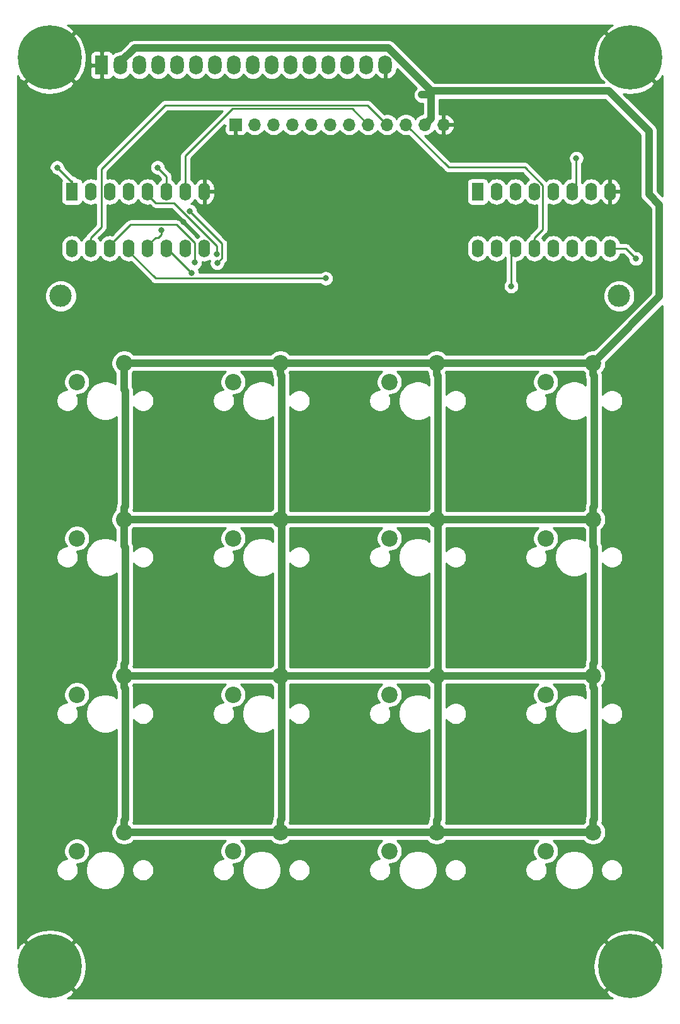
<source format=gtl>
G04 #@! TF.GenerationSoftware,KiCad,Pcbnew,5.1.9+dfsg1-1*
G04 #@! TF.CreationDate,2022-06-11T23:02:00-07:00*
G04 #@! TF.ProjectId,keypad,6b657970-6164-42e6-9b69-6361645f7063,rev?*
G04 #@! TF.SameCoordinates,Original*
G04 #@! TF.FileFunction,Copper,L1,Top*
G04 #@! TF.FilePolarity,Positive*
%FSLAX46Y46*%
G04 Gerber Fmt 4.6, Leading zero omitted, Abs format (unit mm)*
G04 Created by KiCad (PCBNEW 5.1.9+dfsg1-1) date 2022-06-11 23:02:00*
%MOMM*%
%LPD*%
G01*
G04 APERTURE LIST*
G04 #@! TA.AperFunction,ComponentPad*
%ADD10R,1.700000X1.700000*%
G04 #@! TD*
G04 #@! TA.AperFunction,ComponentPad*
%ADD11O,1.700000X1.700000*%
G04 #@! TD*
G04 #@! TA.AperFunction,ComponentPad*
%ADD12C,8.600000*%
G04 #@! TD*
G04 #@! TA.AperFunction,ComponentPad*
%ADD13C,0.900000*%
G04 #@! TD*
G04 #@! TA.AperFunction,ComponentPad*
%ADD14R,1.600000X2.400000*%
G04 #@! TD*
G04 #@! TA.AperFunction,ComponentPad*
%ADD15O,1.600000X2.400000*%
G04 #@! TD*
G04 #@! TA.AperFunction,ComponentPad*
%ADD16C,2.200000*%
G04 #@! TD*
G04 #@! TA.AperFunction,ComponentPad*
%ADD17R,1.800000X2.600000*%
G04 #@! TD*
G04 #@! TA.AperFunction,ComponentPad*
%ADD18O,1.800000X2.600000*%
G04 #@! TD*
G04 #@! TA.AperFunction,ComponentPad*
%ADD19C,3.000000*%
G04 #@! TD*
G04 #@! TA.AperFunction,ViaPad*
%ADD20C,0.800000*%
G04 #@! TD*
G04 #@! TA.AperFunction,Conductor*
%ADD21C,1.000000*%
G04 #@! TD*
G04 #@! TA.AperFunction,Conductor*
%ADD22C,0.250000*%
G04 #@! TD*
G04 #@! TA.AperFunction,Conductor*
%ADD23C,0.254000*%
G04 #@! TD*
G04 #@! TA.AperFunction,Conductor*
%ADD24C,0.350000*%
G04 #@! TD*
G04 APERTURE END LIST*
D10*
G04 #@! TO.P,J1,1*
G04 #@! TO.N,GND*
X134000000Y-44000000D03*
D11*
G04 #@! TO.P,J1,2*
G04 #@! TO.N,/DISP_RS*
X136540000Y-44000000D03*
G04 #@! TO.P,J1,3*
G04 #@! TO.N,/DISP_EN*
X139080000Y-44000000D03*
G04 #@! TO.P,J1,4*
G04 #@! TO.N,/D0*
X141620000Y-44000000D03*
G04 #@! TO.P,J1,5*
G04 #@! TO.N,/D1*
X144160000Y-44000000D03*
G04 #@! TO.P,J1,6*
G04 #@! TO.N,/D2*
X146700000Y-44000000D03*
G04 #@! TO.P,J1,7*
G04 #@! TO.N,/D3*
X149240000Y-44000000D03*
G04 #@! TO.P,J1,8*
G04 #@! TO.N,/KEY_CLOCK*
X151780000Y-44000000D03*
G04 #@! TO.P,J1,9*
G04 #@! TO.N,/KEY_LATCH*
X154320000Y-44000000D03*
G04 #@! TO.P,J1,10*
G04 #@! TO.N,/KEY_SER*
X156860000Y-44000000D03*
G04 #@! TO.P,J1,11*
G04 #@! TO.N,+5V*
X159400000Y-44000000D03*
G04 #@! TO.P,J1,12*
G04 #@! TO.N,GND*
X161940000Y-44000000D03*
G04 #@! TD*
D12*
G04 #@! TO.P,H1,1*
G04 #@! TO.N,GND*
X187000000Y-157000000D03*
D13*
X190225000Y-157000000D03*
X189280419Y-159280419D03*
X187000000Y-160225000D03*
X184719581Y-159280419D03*
X183775000Y-157000000D03*
X184719581Y-154719581D03*
X187000000Y-153775000D03*
X189280419Y-154719581D03*
G04 #@! TD*
G04 #@! TO.P,H2,1*
G04 #@! TO.N,GND*
X111280419Y-154719581D03*
X109000000Y-153775000D03*
X106719581Y-154719581D03*
X105775000Y-157000000D03*
X106719581Y-159280419D03*
X109000000Y-160225000D03*
X111280419Y-159280419D03*
X112225000Y-157000000D03*
D12*
X109000000Y-157000000D03*
G04 #@! TD*
D14*
G04 #@! TO.P,U2,1*
G04 #@! TO.N,Net-(R18-Pad1)*
X112000000Y-53000000D03*
D15*
G04 #@! TO.P,U2,9*
G04 #@! TO.N,Net-(R20-Pad1)*
X129780000Y-60620000D03*
G04 #@! TO.P,U2,2*
G04 #@! TO.N,Net-(R1-Pad1)*
X114540000Y-53000000D03*
G04 #@! TO.P,U2,10*
G04 #@! TO.N,Net-(R2-Pad1)*
X127240000Y-60620000D03*
G04 #@! TO.P,U2,3*
G04 #@! TO.N,Net-(R5-Pad1)*
X117080000Y-53000000D03*
G04 #@! TO.P,U2,11*
G04 #@! TO.N,Net-(R6-Pad1)*
X124700000Y-60620000D03*
G04 #@! TO.P,U2,4*
G04 #@! TO.N,Net-(R9-Pad1)*
X119620000Y-53000000D03*
G04 #@! TO.P,U2,12*
G04 #@! TO.N,Net-(R10-Pad1)*
X122160000Y-60620000D03*
G04 #@! TO.P,U2,5*
G04 #@! TO.N,Net-(R13-Pad1)*
X122160000Y-53000000D03*
G04 #@! TO.P,U2,13*
G04 #@! TO.N,Net-(U2-Pad13)*
X119620000Y-60620000D03*
G04 #@! TO.P,U2,6*
G04 #@! TO.N,Net-(R19-Pad1)*
X124700000Y-53000000D03*
G04 #@! TO.P,U2,14*
G04 #@! TO.N,Net-(R14-Pad1)*
X117080000Y-60620000D03*
G04 #@! TO.P,U2,7*
G04 #@! TO.N,/KEY_CLOCK*
X127240000Y-53000000D03*
G04 #@! TO.P,U2,15*
G04 #@! TO.N,/KEY_LATCH*
X114540000Y-60620000D03*
G04 #@! TO.P,U2,8*
G04 #@! TO.N,GND*
X129780000Y-53000000D03*
G04 #@! TO.P,U2,16*
G04 #@! TO.N,+5V*
X112000000Y-60620000D03*
G04 #@! TD*
G04 #@! TO.P,U3,16*
G04 #@! TO.N,+5V*
X166500000Y-60620000D03*
G04 #@! TO.P,U3,8*
G04 #@! TO.N,GND*
X184280000Y-53000000D03*
G04 #@! TO.P,U3,15*
G04 #@! TO.N,/KEY_LATCH*
X169040000Y-60620000D03*
G04 #@! TO.P,U3,7*
G04 #@! TO.N,/KEY_CLOCK*
X181740000Y-53000000D03*
G04 #@! TO.P,U3,14*
G04 #@! TO.N,Net-(R16-Pad1)*
X171580000Y-60620000D03*
G04 #@! TO.P,U3,6*
G04 #@! TO.N,Net-(R21-Pad1)*
X179200000Y-53000000D03*
G04 #@! TO.P,U3,13*
G04 #@! TO.N,/KEY_SER*
X174120000Y-60620000D03*
G04 #@! TO.P,U3,5*
G04 #@! TO.N,Net-(R15-Pad1)*
X176660000Y-53000000D03*
G04 #@! TO.P,U3,12*
G04 #@! TO.N,Net-(R12-Pad1)*
X176660000Y-60620000D03*
G04 #@! TO.P,U3,4*
G04 #@! TO.N,Net-(R11-Pad1)*
X174120000Y-53000000D03*
G04 #@! TO.P,U3,11*
G04 #@! TO.N,Net-(R8-Pad1)*
X179200000Y-60620000D03*
G04 #@! TO.P,U3,3*
G04 #@! TO.N,Net-(R7-Pad1)*
X171580000Y-53000000D03*
G04 #@! TO.P,U3,10*
G04 #@! TO.N,Net-(R4-Pad1)*
X181740000Y-60620000D03*
G04 #@! TO.P,U3,2*
G04 #@! TO.N,Net-(R3-Pad1)*
X169040000Y-53000000D03*
G04 #@! TO.P,U3,9*
G04 #@! TO.N,Net-(R22-Pad1)*
X184280000Y-60620000D03*
D14*
G04 #@! TO.P,U3,1*
G04 #@! TO.N,Net-(U2-Pad13)*
X166500000Y-53000000D03*
G04 #@! TD*
D13*
G04 #@! TO.P,H3,1*
G04 #@! TO.N,GND*
X189280419Y-32719581D03*
X187000000Y-31775000D03*
X184719581Y-32719581D03*
X183775000Y-35000000D03*
X184719581Y-37280419D03*
X187000000Y-38225000D03*
X189280419Y-37280419D03*
X190225000Y-35000000D03*
D12*
X187000000Y-35000000D03*
G04 #@! TD*
G04 #@! TO.P,H4,1*
G04 #@! TO.N,GND*
X109000000Y-35000000D03*
D13*
X112225000Y-35000000D03*
X111280419Y-37280419D03*
X109000000Y-38225000D03*
X106719581Y-37280419D03*
X105775000Y-35000000D03*
X106719581Y-32719581D03*
X109000000Y-31775000D03*
X111280419Y-32719581D03*
G04 #@! TD*
D16*
G04 #@! TO.P,SW_0,1*
G04 #@! TO.N,+5V*
X140000000Y-139000000D03*
G04 #@! TO.P,SW_0,2*
G04 #@! TO.N,Net-(R14-Pad1)*
X133650000Y-141540000D03*
G04 #@! TD*
G04 #@! TO.P,SW_1,2*
G04 #@! TO.N,Net-(R1-Pad1)*
X112650000Y-78540000D03*
G04 #@! TO.P,SW_1,1*
G04 #@! TO.N,+5V*
X119000000Y-76000000D03*
G04 #@! TD*
G04 #@! TO.P,SW_2,1*
G04 #@! TO.N,+5V*
X140000000Y-76000000D03*
G04 #@! TO.P,SW_2,2*
G04 #@! TO.N,Net-(R5-Pad1)*
X133650000Y-78540000D03*
G04 #@! TD*
G04 #@! TO.P,SW_3,1*
G04 #@! TO.N,+5V*
X161000000Y-76000000D03*
G04 #@! TO.P,SW_3,2*
G04 #@! TO.N,Net-(R3-Pad1)*
X154650000Y-78540000D03*
G04 #@! TD*
G04 #@! TO.P,SW_4,2*
G04 #@! TO.N,Net-(R9-Pad1)*
X112650000Y-99540000D03*
G04 #@! TO.P,SW_4,1*
G04 #@! TO.N,+5V*
X119000000Y-97000000D03*
G04 #@! TD*
G04 #@! TO.P,SW_5,1*
G04 #@! TO.N,+5V*
X140000000Y-97000000D03*
G04 #@! TO.P,SW_5,2*
G04 #@! TO.N,Net-(R13-Pad1)*
X133650000Y-99540000D03*
G04 #@! TD*
G04 #@! TO.P,SW_6,1*
G04 #@! TO.N,+5V*
X161000000Y-97000000D03*
G04 #@! TO.P,SW_6,2*
G04 #@! TO.N,Net-(R11-Pad1)*
X154650000Y-99540000D03*
G04 #@! TD*
G04 #@! TO.P,SW_7,2*
G04 #@! TO.N,Net-(R2-Pad1)*
X112650000Y-120540000D03*
G04 #@! TO.P,SW_7,1*
G04 #@! TO.N,+5V*
X119000000Y-118000000D03*
G04 #@! TD*
G04 #@! TO.P,SW_8,1*
G04 #@! TO.N,+5V*
X140000000Y-118000000D03*
G04 #@! TO.P,SW_8,2*
G04 #@! TO.N,Net-(R6-Pad1)*
X133650000Y-120540000D03*
G04 #@! TD*
G04 #@! TO.P,SW_9,1*
G04 #@! TO.N,+5V*
X161000000Y-118000000D03*
G04 #@! TO.P,SW_9,2*
G04 #@! TO.N,Net-(R4-Pad1)*
X154650000Y-120540000D03*
G04 #@! TD*
G04 #@! TO.P,SW_A1,2*
G04 #@! TO.N,Net-(R7-Pad1)*
X175650000Y-78540000D03*
G04 #@! TO.P,SW_A1,1*
G04 #@! TO.N,+5V*
X182000000Y-76000000D03*
G04 #@! TD*
G04 #@! TO.P,SW_B1,2*
G04 #@! TO.N,Net-(R15-Pad1)*
X175650000Y-99540000D03*
G04 #@! TO.P,SW_B1,1*
G04 #@! TO.N,+5V*
X182000000Y-97000000D03*
G04 #@! TD*
G04 #@! TO.P,SW_C1,2*
G04 #@! TO.N,Net-(R8-Pad1)*
X175650000Y-120540000D03*
G04 #@! TO.P,SW_C1,1*
G04 #@! TO.N,+5V*
X182000000Y-118000000D03*
G04 #@! TD*
G04 #@! TO.P,SW_D1,2*
G04 #@! TO.N,Net-(R16-Pad1)*
X175650000Y-141540000D03*
G04 #@! TO.P,SW_D1,1*
G04 #@! TO.N,+5V*
X182000000Y-139000000D03*
G04 #@! TD*
G04 #@! TO.P,SW_OCTO1,1*
G04 #@! TO.N,+5V*
X161000000Y-139000000D03*
G04 #@! TO.P,SW_OCTO1,2*
G04 #@! TO.N,Net-(R12-Pad1)*
X154650000Y-141540000D03*
G04 #@! TD*
G04 #@! TO.P,SW_STAR1,2*
G04 #@! TO.N,Net-(R10-Pad1)*
X112650000Y-141540000D03*
G04 #@! TO.P,SW_STAR1,1*
G04 #@! TO.N,+5V*
X119000000Y-139000000D03*
G04 #@! TD*
D17*
G04 #@! TO.P,U1,1*
G04 #@! TO.N,GND*
X116000000Y-36000000D03*
D18*
G04 #@! TO.P,U1,2*
G04 #@! TO.N,+5V*
X118540000Y-36000000D03*
G04 #@! TO.P,U1,3*
G04 #@! TO.N,Net-(RV1-Pad2)*
X121080000Y-36000000D03*
G04 #@! TO.P,U1,4*
G04 #@! TO.N,/DISP_RS*
X123620000Y-36000000D03*
G04 #@! TO.P,U1,5*
G04 #@! TO.N,Net-(R17-Pad1)*
X126160000Y-36000000D03*
G04 #@! TO.P,U1,6*
G04 #@! TO.N,/DISP_EN*
X128700000Y-36000000D03*
G04 #@! TO.P,U1,7*
G04 #@! TO.N,Net-(U1-Pad7)*
X131240000Y-36000000D03*
G04 #@! TO.P,U1,8*
G04 #@! TO.N,Net-(U1-Pad8)*
X133780000Y-36000000D03*
G04 #@! TO.P,U1,9*
G04 #@! TO.N,Net-(U1-Pad9)*
X136320000Y-36000000D03*
G04 #@! TO.P,U1,10*
G04 #@! TO.N,Net-(U1-Pad10)*
X138860000Y-36000000D03*
G04 #@! TO.P,U1,11*
G04 #@! TO.N,/D0*
X141400000Y-36000000D03*
G04 #@! TO.P,U1,12*
G04 #@! TO.N,/D1*
X143940000Y-36000000D03*
G04 #@! TO.P,U1,13*
G04 #@! TO.N,/D2*
X146480000Y-36000000D03*
G04 #@! TO.P,U1,14*
G04 #@! TO.N,/D3*
X149020000Y-36000000D03*
G04 #@! TO.P,U1,15*
G04 #@! TO.N,Net-(R23-Pad2)*
X151560000Y-36000000D03*
G04 #@! TO.P,U1,16*
G04 #@! TO.N,GND*
X154100000Y-36000000D03*
D19*
G04 #@! TO.P,U1,*
G04 #@! TO.N,*
X110500900Y-67000700D03*
X185499480Y-67000700D03*
G04 #@! TD*
D20*
G04 #@! TO.N,+5V*
X190900001Y-57099999D03*
X161457244Y-39487244D03*
G04 #@! TO.N,GND*
X118140000Y-56190000D03*
X113030000Y-56630000D03*
X127000000Y-57100000D03*
X172910000Y-57240000D03*
X178850000Y-56480000D03*
X174610000Y-63160000D03*
X169920000Y-68810000D03*
X172180000Y-136650000D03*
X171210000Y-94220000D03*
X172730000Y-98720000D03*
X120040000Y-39870000D03*
X113880000Y-45730000D03*
X109000000Y-50410000D03*
X109070000Y-54750000D03*
X128010000Y-68030000D03*
X128710000Y-38680000D03*
X132950000Y-38450000D03*
X138490000Y-39050000D03*
X142780000Y-39160000D03*
X145430000Y-39080000D03*
X148060000Y-39080000D03*
X149000000Y-127000000D03*
X129000000Y-126500000D03*
X131500000Y-105500000D03*
X152000000Y-105000000D03*
X152000000Y-85500000D03*
X131000000Y-86500000D03*
X123000000Y-47000000D03*
X130000000Y-43000000D03*
G04 #@! TO.N,Net-(R5-Pad1)*
X127803155Y-55626845D03*
X131512258Y-62583072D03*
G04 #@! TO.N,Net-(R6-Pad1)*
X128088511Y-63908511D03*
G04 #@! TO.N,Net-(R10-Pad1)*
X124010010Y-58170000D03*
G04 #@! TO.N,Net-(R13-Pad1)*
X131440000Y-61345000D03*
G04 #@! TO.N,Net-(R14-Pad1)*
X128475858Y-62495858D03*
G04 #@! TO.N,Net-(R16-Pad1)*
X171020000Y-65695010D03*
G04 #@! TO.N,Net-(R18-Pad1)*
X110000000Y-49750000D03*
G04 #@! TO.N,Net-(R19-Pad1)*
X123500000Y-49750000D03*
G04 #@! TO.N,Net-(R21-Pad1)*
X179750000Y-48500000D03*
G04 #@! TO.N,Net-(R22-Pad1)*
X187750000Y-62000000D03*
G04 #@! TO.N,Net-(U2-Pad13)*
X146096488Y-64633512D03*
G04 #@! TD*
D21*
G04 #@! TO.N,+5V*
X119000000Y-76000000D02*
X140000000Y-76000000D01*
X140000000Y-76000000D02*
X161000000Y-76000000D01*
X161000000Y-76000000D02*
X182000000Y-76000000D01*
X182000000Y-95444366D02*
X182000000Y-97000000D01*
X182160001Y-95284365D02*
X182000000Y-95444366D01*
X182160001Y-77715635D02*
X182160001Y-95284365D01*
X182000000Y-77555634D02*
X182160001Y-77715635D01*
X182000000Y-76000000D02*
X182000000Y-77555634D01*
X180444366Y-97000000D02*
X161000000Y-97000000D01*
X182000000Y-97000000D02*
X180444366Y-97000000D01*
X161000000Y-97000000D02*
X140000000Y-97000000D01*
X140000000Y-97000000D02*
X119000000Y-97000000D01*
X119000000Y-116444366D02*
X119000000Y-118000000D01*
X119160001Y-116284365D02*
X119000000Y-116444366D01*
X119160001Y-100783999D02*
X119160001Y-116284365D01*
X119000000Y-100623998D02*
X119160001Y-100783999D01*
X119000000Y-97000000D02*
X119000000Y-100623998D01*
X120555634Y-118000000D02*
X140000000Y-118000000D01*
X119000000Y-118000000D02*
X120555634Y-118000000D01*
X140000000Y-118000000D02*
X182000000Y-118000000D01*
X182000000Y-137444366D02*
X182000000Y-139000000D01*
X182160001Y-137284365D02*
X182000000Y-137444366D01*
X182160001Y-119715635D02*
X182160001Y-137284365D01*
X182000000Y-119555634D02*
X182160001Y-119715635D01*
X182000000Y-118000000D02*
X182000000Y-119555634D01*
X182000000Y-139000000D02*
X119000000Y-139000000D01*
X120440000Y-33700000D02*
X118540000Y-35600000D01*
X154462755Y-33700000D02*
X120440000Y-33700000D01*
X118540000Y-35600000D02*
X118540000Y-36000000D01*
X160249999Y-39487244D02*
X154462755Y-33700000D01*
X159400000Y-44000000D02*
X160249999Y-43150001D01*
X159000000Y-40000000D02*
X160069999Y-40000000D01*
X160069999Y-40000000D02*
X160249999Y-40180000D01*
X160249999Y-43150001D02*
X160249999Y-40180000D01*
X160249999Y-40180000D02*
X160249999Y-39487244D01*
X189500000Y-44890000D02*
X189500000Y-53380000D01*
X184097244Y-39487244D02*
X189500000Y-44890000D01*
X183099999Y-74900001D02*
X182000000Y-76000000D01*
X190900001Y-67099999D02*
X183099999Y-74900001D01*
X189500000Y-53380000D02*
X190900001Y-54780001D01*
X119000000Y-95444366D02*
X119000000Y-97000000D01*
X119160001Y-79783999D02*
X119160001Y-95284365D01*
X119000000Y-79623998D02*
X119160001Y-79783999D01*
X119160001Y-95284365D02*
X119000000Y-95444366D01*
X119000000Y-76000000D02*
X119000000Y-79623998D01*
X119000000Y-137444366D02*
X119000000Y-139000000D01*
X119160001Y-137284365D02*
X119000000Y-137444366D01*
X119160001Y-119715635D02*
X119160001Y-137284365D01*
X119000000Y-119555634D02*
X119160001Y-119715635D01*
X119000000Y-118000000D02*
X119000000Y-119555634D01*
X182160001Y-116284365D02*
X182000000Y-116444366D01*
X182000000Y-116444366D02*
X182000000Y-118000000D01*
X182160001Y-100783999D02*
X182160001Y-116284365D01*
X182000000Y-100623998D02*
X182160001Y-100783999D01*
X182000000Y-97000000D02*
X182000000Y-100623998D01*
X161000000Y-137444366D02*
X161000000Y-139000000D01*
X161160001Y-137284365D02*
X161000000Y-137444366D01*
X161160001Y-77715635D02*
X161160001Y-137284365D01*
X161000000Y-77555634D02*
X161160001Y-77715635D01*
X161000000Y-76000000D02*
X161000000Y-77555634D01*
X140160001Y-137284365D02*
X140000000Y-137444366D01*
X140160001Y-77715635D02*
X140160001Y-137284365D01*
X140000000Y-77555634D02*
X140160001Y-77715635D01*
X140000000Y-137444366D02*
X140000000Y-139000000D01*
X140000000Y-76000000D02*
X140000000Y-77555634D01*
X190900001Y-57099999D02*
X190900001Y-67099999D01*
X190900001Y-54780001D02*
X190900001Y-57099999D01*
X161457244Y-39487244D02*
X184097244Y-39487244D01*
X160249999Y-39487244D02*
X161457244Y-39487244D01*
D22*
G04 #@! TO.N,/KEY_CLOCK*
X127240000Y-53000000D02*
X127240000Y-48210000D01*
X127240000Y-48210000D02*
X133594989Y-41855011D01*
X149635011Y-41855011D02*
X151780000Y-44000000D01*
X133594989Y-41855011D02*
X149635011Y-41855011D01*
G04 #@! TO.N,/KEY_LATCH*
X124507999Y-41405001D02*
X151725001Y-41405001D01*
X151725001Y-41405001D02*
X154320000Y-44000000D01*
X115954990Y-49958010D02*
X124507999Y-41405001D01*
X115954990Y-57755010D02*
X115954990Y-49958010D01*
X114540000Y-60620000D02*
X114540000Y-59170000D01*
X114540000Y-59170000D02*
X115954990Y-57755010D01*
G04 #@! TO.N,/KEY_SER*
X175245010Y-58044990D02*
X175245010Y-52134006D01*
X175245010Y-52134006D02*
X172831004Y-49720000D01*
X174120000Y-60620000D02*
X174120000Y-59170000D01*
X174120000Y-59170000D02*
X175245010Y-58044990D01*
X162580000Y-49720000D02*
X156860000Y-44000000D01*
X172831004Y-49720000D02*
X162580000Y-49720000D01*
G04 #@! TO.N,Net-(R5-Pad1)*
X117080000Y-53400000D02*
X117080000Y-53000000D01*
X132165001Y-59988691D02*
X127803155Y-55626845D01*
X132165001Y-61930329D02*
X132165001Y-59988691D01*
X131512258Y-62583072D02*
X132165001Y-61930329D01*
G04 #@! TO.N,Net-(R6-Pad1)*
X124800000Y-60620000D02*
X124700000Y-60620000D01*
X128088511Y-63908511D02*
X124800000Y-60620000D01*
G04 #@! TO.N,Net-(R10-Pad1)*
X122160000Y-60220000D02*
X122160000Y-60620000D01*
X123210000Y-59170000D02*
X122160000Y-60220000D01*
X123610000Y-59170000D02*
X123210000Y-59170000D01*
X124010010Y-58769990D02*
X123610000Y-59170000D01*
X124010010Y-58170000D02*
X124010010Y-58769990D01*
G04 #@! TO.N,Net-(R13-Pad1)*
X122160000Y-53400000D02*
X122160000Y-53000000D01*
X123285010Y-54525010D02*
X122160000Y-53400000D01*
X125676014Y-54525010D02*
X123285010Y-54525010D01*
X131440000Y-60288996D02*
X125676014Y-54525010D01*
X131440000Y-61345000D02*
X131440000Y-60288996D01*
G04 #@! TO.N,Net-(R14-Pad1)*
X117080000Y-60220000D02*
X117080000Y-60620000D01*
X119855001Y-57444999D02*
X117080000Y-60220000D01*
X126056003Y-57444999D02*
X119855001Y-57444999D01*
X128475858Y-59864854D02*
X126056003Y-57444999D01*
X128475858Y-62495858D02*
X128475858Y-59864854D01*
G04 #@! TO.N,Net-(R16-Pad1)*
X171020000Y-61180000D02*
X171580000Y-60620000D01*
X171020000Y-65695010D02*
X171020000Y-61180000D01*
G04 #@! TO.N,Net-(R18-Pad1)*
X112000000Y-53000000D02*
X112000000Y-51550000D01*
X112000000Y-51750000D02*
X112000000Y-53000000D01*
X110000000Y-49750000D02*
X112000000Y-51750000D01*
G04 #@! TO.N,Net-(R19-Pad1)*
X124700000Y-50950000D02*
X124700000Y-53000000D01*
X123500000Y-49750000D02*
X124700000Y-50950000D01*
G04 #@! TO.N,Net-(R21-Pad1)*
X179750000Y-52450000D02*
X179200000Y-53000000D01*
X179750000Y-48500000D02*
X179750000Y-52450000D01*
G04 #@! TO.N,Net-(R22-Pad1)*
X184280000Y-60620000D02*
X186370000Y-60620000D01*
X186370000Y-60620000D02*
X187750000Y-62000000D01*
G04 #@! TO.N,Net-(U2-Pad13)*
X119620000Y-60620000D02*
X119620000Y-61020000D01*
X123233512Y-64633512D02*
X146096488Y-64633512D01*
X119620000Y-61020000D02*
X123233512Y-64633512D01*
G04 #@! TD*
D23*
G04 #@! TO.N,GND*
X184301560Y-30839606D02*
X184188946Y-30914851D01*
X183696787Y-31517182D01*
X187000000Y-34820395D01*
X187014143Y-34806253D01*
X187193748Y-34985858D01*
X187179605Y-35000000D01*
X190482818Y-38303213D01*
X191085149Y-37811054D01*
X191315000Y-37394807D01*
X191315000Y-53589868D01*
X190635000Y-52909869D01*
X190635000Y-44945752D01*
X190640491Y-44890000D01*
X190618577Y-44667501D01*
X190553676Y-44453553D01*
X190448284Y-44256377D01*
X190357913Y-44146260D01*
X190306449Y-44083551D01*
X190263141Y-44048009D01*
X186077561Y-39862430D01*
X186932281Y-39958414D01*
X187900921Y-39876351D01*
X188834938Y-39606893D01*
X189698440Y-39160394D01*
X189811054Y-39085149D01*
X190303213Y-38482818D01*
X187000000Y-35179605D01*
X186985858Y-35193748D01*
X186806253Y-35014143D01*
X186820395Y-35000000D01*
X183517182Y-31696787D01*
X182914851Y-32188946D01*
X182444937Y-33039933D01*
X182150071Y-33966243D01*
X182041586Y-34932281D01*
X182123649Y-35900921D01*
X182393107Y-36834938D01*
X182839606Y-37698440D01*
X182914851Y-37811054D01*
X183517180Y-38303212D01*
X183468148Y-38352244D01*
X160720131Y-38352244D01*
X155304751Y-32936865D01*
X155269204Y-32893551D01*
X155096378Y-32751716D01*
X154899202Y-32646324D01*
X154685254Y-32581423D01*
X154518507Y-32565000D01*
X154518506Y-32565000D01*
X154462755Y-32559509D01*
X154407004Y-32565000D01*
X120495752Y-32565000D01*
X120440000Y-32559509D01*
X120384248Y-32565000D01*
X120217501Y-32581423D01*
X120003553Y-32646324D01*
X119806377Y-32751716D01*
X119633551Y-32893551D01*
X119598009Y-32936859D01*
X118470445Y-34064423D01*
X118239087Y-34087210D01*
X117949739Y-34174983D01*
X117683073Y-34317519D01*
X117494495Y-34472280D01*
X117489502Y-34455820D01*
X117430537Y-34345506D01*
X117351185Y-34248815D01*
X117254494Y-34169463D01*
X117144180Y-34110498D01*
X117024482Y-34074188D01*
X116900000Y-34061928D01*
X116285750Y-34065000D01*
X116127000Y-34223750D01*
X116127000Y-35873000D01*
X116147000Y-35873000D01*
X116147000Y-36127000D01*
X116127000Y-36127000D01*
X116127000Y-37776250D01*
X116285750Y-37935000D01*
X116900000Y-37938072D01*
X117024482Y-37925812D01*
X117144180Y-37889502D01*
X117254494Y-37830537D01*
X117351185Y-37751185D01*
X117430537Y-37654494D01*
X117489502Y-37544180D01*
X117494495Y-37527720D01*
X117683074Y-37682481D01*
X117949740Y-37825017D01*
X118239088Y-37912790D01*
X118540000Y-37942427D01*
X118840913Y-37912790D01*
X119130261Y-37825017D01*
X119396927Y-37682481D01*
X119630661Y-37490661D01*
X119810000Y-37272135D01*
X119989339Y-37490661D01*
X120223074Y-37682481D01*
X120489740Y-37825017D01*
X120779088Y-37912790D01*
X121080000Y-37942427D01*
X121380913Y-37912790D01*
X121670261Y-37825017D01*
X121936927Y-37682481D01*
X122170661Y-37490661D01*
X122350000Y-37272135D01*
X122529339Y-37490661D01*
X122763074Y-37682481D01*
X123029740Y-37825017D01*
X123319088Y-37912790D01*
X123620000Y-37942427D01*
X123920913Y-37912790D01*
X124210261Y-37825017D01*
X124476927Y-37682481D01*
X124710661Y-37490661D01*
X124890000Y-37272135D01*
X125069339Y-37490661D01*
X125303074Y-37682481D01*
X125569740Y-37825017D01*
X125859088Y-37912790D01*
X126160000Y-37942427D01*
X126460913Y-37912790D01*
X126750261Y-37825017D01*
X127016927Y-37682481D01*
X127250661Y-37490661D01*
X127430000Y-37272135D01*
X127609339Y-37490661D01*
X127843074Y-37682481D01*
X128109740Y-37825017D01*
X128399088Y-37912790D01*
X128700000Y-37942427D01*
X129000913Y-37912790D01*
X129290261Y-37825017D01*
X129556927Y-37682481D01*
X129790661Y-37490661D01*
X129970000Y-37272135D01*
X130149339Y-37490661D01*
X130383074Y-37682481D01*
X130649740Y-37825017D01*
X130939088Y-37912790D01*
X131240000Y-37942427D01*
X131540913Y-37912790D01*
X131830261Y-37825017D01*
X132096927Y-37682481D01*
X132330661Y-37490661D01*
X132510000Y-37272135D01*
X132689339Y-37490661D01*
X132923074Y-37682481D01*
X133189740Y-37825017D01*
X133479088Y-37912790D01*
X133780000Y-37942427D01*
X134080913Y-37912790D01*
X134370261Y-37825017D01*
X134636927Y-37682481D01*
X134870661Y-37490661D01*
X135050000Y-37272135D01*
X135229339Y-37490661D01*
X135463074Y-37682481D01*
X135729740Y-37825017D01*
X136019088Y-37912790D01*
X136320000Y-37942427D01*
X136620913Y-37912790D01*
X136910261Y-37825017D01*
X137176927Y-37682481D01*
X137410661Y-37490661D01*
X137590000Y-37272135D01*
X137769339Y-37490661D01*
X138003074Y-37682481D01*
X138269740Y-37825017D01*
X138559088Y-37912790D01*
X138860000Y-37942427D01*
X139160913Y-37912790D01*
X139450261Y-37825017D01*
X139716927Y-37682481D01*
X139950661Y-37490661D01*
X140130000Y-37272135D01*
X140309339Y-37490661D01*
X140543074Y-37682481D01*
X140809740Y-37825017D01*
X141099088Y-37912790D01*
X141400000Y-37942427D01*
X141700913Y-37912790D01*
X141990261Y-37825017D01*
X142256927Y-37682481D01*
X142490661Y-37490661D01*
X142670000Y-37272135D01*
X142849339Y-37490661D01*
X143083074Y-37682481D01*
X143349740Y-37825017D01*
X143639088Y-37912790D01*
X143940000Y-37942427D01*
X144240913Y-37912790D01*
X144530261Y-37825017D01*
X144796927Y-37682481D01*
X145030661Y-37490661D01*
X145210000Y-37272135D01*
X145389339Y-37490661D01*
X145623074Y-37682481D01*
X145889740Y-37825017D01*
X146179088Y-37912790D01*
X146480000Y-37942427D01*
X146780913Y-37912790D01*
X147070261Y-37825017D01*
X147336927Y-37682481D01*
X147570661Y-37490661D01*
X147750000Y-37272135D01*
X147929339Y-37490661D01*
X148163074Y-37682481D01*
X148429740Y-37825017D01*
X148719088Y-37912790D01*
X149020000Y-37942427D01*
X149320913Y-37912790D01*
X149610261Y-37825017D01*
X149876927Y-37682481D01*
X150110661Y-37490661D01*
X150290000Y-37272135D01*
X150469339Y-37490661D01*
X150703074Y-37682481D01*
X150969740Y-37825017D01*
X151259088Y-37912790D01*
X151560000Y-37942427D01*
X151860913Y-37912790D01*
X152150261Y-37825017D01*
X152416927Y-37682481D01*
X152650661Y-37490661D01*
X152834781Y-37266309D01*
X152894252Y-37358396D01*
X153104394Y-37575210D01*
X153352796Y-37746862D01*
X153629913Y-37866755D01*
X153735260Y-37891036D01*
X153973000Y-37770378D01*
X153973000Y-36127000D01*
X153953000Y-36127000D01*
X153953000Y-35873000D01*
X153973000Y-35873000D01*
X153973000Y-35853000D01*
X154227000Y-35853000D01*
X154227000Y-35873000D01*
X154247000Y-35873000D01*
X154247000Y-36127000D01*
X154227000Y-36127000D01*
X154227000Y-37770378D01*
X154464740Y-37891036D01*
X154570087Y-37866755D01*
X154847204Y-37746862D01*
X155095606Y-37575210D01*
X155305748Y-37358396D01*
X155469554Y-37104751D01*
X155580729Y-36824023D01*
X155635000Y-36527000D01*
X155635000Y-36477376D01*
X158280125Y-39122502D01*
X158193551Y-39193551D01*
X158051716Y-39366377D01*
X157946324Y-39563553D01*
X157881423Y-39777501D01*
X157859509Y-40000000D01*
X157881423Y-40222499D01*
X157946324Y-40436447D01*
X158051716Y-40633623D01*
X158193551Y-40806449D01*
X158366377Y-40948284D01*
X158563553Y-41053676D01*
X158777501Y-41118577D01*
X158944248Y-41135000D01*
X159115000Y-41135000D01*
X159114999Y-42542597D01*
X158966842Y-42572068D01*
X158696589Y-42684010D01*
X158453368Y-42846525D01*
X158246525Y-43053368D01*
X158130000Y-43227760D01*
X158013475Y-43053368D01*
X157806632Y-42846525D01*
X157563411Y-42684010D01*
X157293158Y-42572068D01*
X157006260Y-42515000D01*
X156713740Y-42515000D01*
X156426842Y-42572068D01*
X156156589Y-42684010D01*
X155913368Y-42846525D01*
X155706525Y-43053368D01*
X155590000Y-43227760D01*
X155473475Y-43053368D01*
X155266632Y-42846525D01*
X155023411Y-42684010D01*
X154753158Y-42572068D01*
X154466260Y-42515000D01*
X154173740Y-42515000D01*
X153953592Y-42558790D01*
X152288805Y-40894004D01*
X152265002Y-40865000D01*
X152149277Y-40770027D01*
X152017248Y-40699455D01*
X151873987Y-40655998D01*
X151762334Y-40645001D01*
X151762323Y-40645001D01*
X151725001Y-40641325D01*
X151687679Y-40645001D01*
X124545321Y-40645001D01*
X124507998Y-40641325D01*
X124470675Y-40645001D01*
X124470666Y-40645001D01*
X124359013Y-40655998D01*
X124215752Y-40699455D01*
X124083723Y-40770027D01*
X123967998Y-40865000D01*
X123944200Y-40893998D01*
X115443988Y-49394211D01*
X115414990Y-49418009D01*
X115391192Y-49447007D01*
X115391191Y-49447008D01*
X115320016Y-49533734D01*
X115249444Y-49665764D01*
X115205988Y-49809025D01*
X115191314Y-49958010D01*
X115194991Y-49995342D01*
X115194991Y-51322970D01*
X115091808Y-51267818D01*
X114821309Y-51185764D01*
X114540000Y-51158057D01*
X114258692Y-51185764D01*
X113988193Y-51267818D01*
X113738900Y-51401068D01*
X113520393Y-51580392D01*
X113427581Y-51693483D01*
X113425812Y-51675518D01*
X113389502Y-51555820D01*
X113330537Y-51445506D01*
X113251185Y-51348815D01*
X113154494Y-51269463D01*
X113044180Y-51210498D01*
X112924482Y-51174188D01*
X112800000Y-51161928D01*
X112654326Y-51161928D01*
X112634974Y-51125724D01*
X112540001Y-51009999D01*
X112424276Y-50915026D01*
X112292247Y-50844454D01*
X112148986Y-50800997D01*
X112123266Y-50798464D01*
X111035000Y-49710199D01*
X111035000Y-49648061D01*
X110995226Y-49448102D01*
X110917205Y-49259744D01*
X110803937Y-49090226D01*
X110659774Y-48946063D01*
X110490256Y-48832795D01*
X110301898Y-48754774D01*
X110101939Y-48715000D01*
X109898061Y-48715000D01*
X109698102Y-48754774D01*
X109509744Y-48832795D01*
X109340226Y-48946063D01*
X109196063Y-49090226D01*
X109082795Y-49259744D01*
X109004774Y-49448102D01*
X108965000Y-49648061D01*
X108965000Y-49851939D01*
X109004774Y-50051898D01*
X109082795Y-50240256D01*
X109196063Y-50409774D01*
X109340226Y-50553937D01*
X109509744Y-50667205D01*
X109698102Y-50745226D01*
X109898061Y-50785000D01*
X109960199Y-50785000D01*
X110652479Y-51477280D01*
X110610498Y-51555820D01*
X110574188Y-51675518D01*
X110561928Y-51800000D01*
X110561928Y-54200000D01*
X110574188Y-54324482D01*
X110610498Y-54444180D01*
X110669463Y-54554494D01*
X110748815Y-54651185D01*
X110845506Y-54730537D01*
X110955820Y-54789502D01*
X111075518Y-54825812D01*
X111200000Y-54838072D01*
X112800000Y-54838072D01*
X112924482Y-54825812D01*
X113044180Y-54789502D01*
X113154494Y-54730537D01*
X113251185Y-54651185D01*
X113330537Y-54554494D01*
X113389502Y-54444180D01*
X113425812Y-54324482D01*
X113427581Y-54306517D01*
X113520392Y-54419607D01*
X113738899Y-54598932D01*
X113988192Y-54732182D01*
X114258691Y-54814236D01*
X114540000Y-54841943D01*
X114821308Y-54814236D01*
X115091807Y-54732182D01*
X115194990Y-54677029D01*
X115194990Y-57440208D01*
X114028998Y-58606201D01*
X114000000Y-58629999D01*
X113976202Y-58658997D01*
X113976201Y-58658998D01*
X113905026Y-58745724D01*
X113834454Y-58877754D01*
X113801060Y-58987843D01*
X113738900Y-59021068D01*
X113520393Y-59200392D01*
X113341068Y-59418899D01*
X113270000Y-59551858D01*
X113198932Y-59418899D01*
X113019608Y-59200392D01*
X112801101Y-59021068D01*
X112551808Y-58887818D01*
X112281309Y-58805764D01*
X112000000Y-58778057D01*
X111718692Y-58805764D01*
X111448193Y-58887818D01*
X111198900Y-59021068D01*
X110980393Y-59200392D01*
X110801068Y-59418899D01*
X110667818Y-59668192D01*
X110585764Y-59938691D01*
X110565000Y-60149508D01*
X110565000Y-61090491D01*
X110585764Y-61301308D01*
X110667818Y-61571807D01*
X110801068Y-61821100D01*
X110980392Y-62039607D01*
X111198899Y-62218932D01*
X111448192Y-62352182D01*
X111718691Y-62434236D01*
X112000000Y-62461943D01*
X112281308Y-62434236D01*
X112551807Y-62352182D01*
X112801100Y-62218932D01*
X113019607Y-62039608D01*
X113198932Y-61821101D01*
X113270000Y-61688142D01*
X113341068Y-61821100D01*
X113520392Y-62039607D01*
X113738899Y-62218932D01*
X113988192Y-62352182D01*
X114258691Y-62434236D01*
X114540000Y-62461943D01*
X114821308Y-62434236D01*
X115091807Y-62352182D01*
X115341100Y-62218932D01*
X115559607Y-62039608D01*
X115738932Y-61821101D01*
X115810000Y-61688142D01*
X115881068Y-61821100D01*
X116060392Y-62039607D01*
X116278899Y-62218932D01*
X116528192Y-62352182D01*
X116798691Y-62434236D01*
X117080000Y-62461943D01*
X117361308Y-62434236D01*
X117631807Y-62352182D01*
X117881100Y-62218932D01*
X118099607Y-62039608D01*
X118278932Y-61821101D01*
X118350000Y-61688142D01*
X118421068Y-61821100D01*
X118600392Y-62039607D01*
X118818899Y-62218932D01*
X119068192Y-62352182D01*
X119338691Y-62434236D01*
X119620000Y-62461943D01*
X119901308Y-62434236D01*
X119945906Y-62420707D01*
X122669713Y-65144515D01*
X122693511Y-65173513D01*
X122809236Y-65268486D01*
X122941265Y-65339058D01*
X123084526Y-65382515D01*
X123196179Y-65393512D01*
X123196187Y-65393512D01*
X123233512Y-65397188D01*
X123270837Y-65393512D01*
X145392777Y-65393512D01*
X145436714Y-65437449D01*
X145606232Y-65550717D01*
X145794590Y-65628738D01*
X145994549Y-65668512D01*
X146198427Y-65668512D01*
X146398386Y-65628738D01*
X146586744Y-65550717D01*
X146756262Y-65437449D01*
X146900425Y-65293286D01*
X147013693Y-65123768D01*
X147091714Y-64935410D01*
X147131488Y-64735451D01*
X147131488Y-64531573D01*
X147091714Y-64331614D01*
X147013693Y-64143256D01*
X146900425Y-63973738D01*
X146756262Y-63829575D01*
X146586744Y-63716307D01*
X146398386Y-63638286D01*
X146198427Y-63598512D01*
X145994549Y-63598512D01*
X145794590Y-63638286D01*
X145606232Y-63716307D01*
X145436714Y-63829575D01*
X145392777Y-63873512D01*
X129123511Y-63873512D01*
X129123511Y-63806572D01*
X129083737Y-63606613D01*
X129005716Y-63418255D01*
X128991094Y-63396372D01*
X129135632Y-63299795D01*
X129279795Y-63155632D01*
X129393063Y-62986114D01*
X129471084Y-62797756D01*
X129510858Y-62597797D01*
X129510858Y-62435434D01*
X129780000Y-62461943D01*
X130061308Y-62434236D01*
X130331807Y-62352182D01*
X130531926Y-62245216D01*
X130517032Y-62281174D01*
X130477258Y-62481133D01*
X130477258Y-62685011D01*
X130517032Y-62884970D01*
X130595053Y-63073328D01*
X130708321Y-63242846D01*
X130852484Y-63387009D01*
X131022002Y-63500277D01*
X131210360Y-63578298D01*
X131410319Y-63618072D01*
X131614197Y-63618072D01*
X131814156Y-63578298D01*
X132002514Y-63500277D01*
X132172032Y-63387009D01*
X132316195Y-63242846D01*
X132429463Y-63073328D01*
X132507484Y-62884970D01*
X132547258Y-62685011D01*
X132547258Y-62622874D01*
X132676005Y-62494127D01*
X132705002Y-62470330D01*
X132779134Y-62380000D01*
X132799975Y-62354606D01*
X132870547Y-62222576D01*
X132889894Y-62158796D01*
X132914004Y-62079315D01*
X132925001Y-61967662D01*
X132925001Y-61967652D01*
X132928677Y-61930330D01*
X132925001Y-61893007D01*
X132925001Y-60026016D01*
X132928677Y-59988691D01*
X132925001Y-59951366D01*
X132925001Y-59951358D01*
X132914004Y-59839705D01*
X132870547Y-59696444D01*
X132799975Y-59564415D01*
X132705002Y-59448690D01*
X132676004Y-59424892D01*
X128838155Y-55587044D01*
X128838155Y-55524906D01*
X128798381Y-55324947D01*
X128720360Y-55136589D01*
X128607092Y-54967071D01*
X128462929Y-54822908D01*
X128293411Y-54709640D01*
X128105053Y-54631619D01*
X128013877Y-54613483D01*
X128041100Y-54598932D01*
X128259607Y-54419608D01*
X128438932Y-54201101D01*
X128507265Y-54073259D01*
X128657399Y-54302839D01*
X128855105Y-54504500D01*
X129088354Y-54663715D01*
X129348182Y-54774367D01*
X129430961Y-54791904D01*
X129653000Y-54669915D01*
X129653000Y-53127000D01*
X129907000Y-53127000D01*
X129907000Y-54669915D01*
X130129039Y-54791904D01*
X130211818Y-54774367D01*
X130471646Y-54663715D01*
X130704895Y-54504500D01*
X130902601Y-54302839D01*
X131057166Y-54066483D01*
X131162650Y-53804514D01*
X131215000Y-53527000D01*
X131215000Y-53127000D01*
X129907000Y-53127000D01*
X129653000Y-53127000D01*
X129633000Y-53127000D01*
X129633000Y-52873000D01*
X129653000Y-52873000D01*
X129653000Y-51330085D01*
X129907000Y-51330085D01*
X129907000Y-52873000D01*
X131215000Y-52873000D01*
X131215000Y-52473000D01*
X131162650Y-52195486D01*
X131057166Y-51933517D01*
X130902601Y-51697161D01*
X130704895Y-51495500D01*
X130471646Y-51336285D01*
X130211818Y-51225633D01*
X130129039Y-51208096D01*
X129907000Y-51330085D01*
X129653000Y-51330085D01*
X129430961Y-51208096D01*
X129348182Y-51225633D01*
X129088354Y-51336285D01*
X128855105Y-51495500D01*
X128657399Y-51697161D01*
X128507265Y-51926741D01*
X128438932Y-51798899D01*
X128259608Y-51580392D01*
X128041101Y-51401068D01*
X128000000Y-51379099D01*
X128000000Y-48524801D01*
X132515000Y-44009802D01*
X132515000Y-44127002D01*
X132673748Y-44127002D01*
X132515000Y-44285750D01*
X132511928Y-44850000D01*
X132524188Y-44974482D01*
X132560498Y-45094180D01*
X132619463Y-45204494D01*
X132698815Y-45301185D01*
X132795506Y-45380537D01*
X132905820Y-45439502D01*
X133025518Y-45475812D01*
X133150000Y-45488072D01*
X133714250Y-45485000D01*
X133873000Y-45326250D01*
X133873000Y-44127000D01*
X133853000Y-44127000D01*
X133853000Y-43873000D01*
X133873000Y-43873000D01*
X133873000Y-43853000D01*
X134127000Y-43853000D01*
X134127000Y-43873000D01*
X134147000Y-43873000D01*
X134147000Y-44127000D01*
X134127000Y-44127000D01*
X134127000Y-45326250D01*
X134285750Y-45485000D01*
X134850000Y-45488072D01*
X134974482Y-45475812D01*
X135094180Y-45439502D01*
X135204494Y-45380537D01*
X135301185Y-45301185D01*
X135380537Y-45204494D01*
X135439502Y-45094180D01*
X135461513Y-45021620D01*
X135593368Y-45153475D01*
X135836589Y-45315990D01*
X136106842Y-45427932D01*
X136393740Y-45485000D01*
X136686260Y-45485000D01*
X136973158Y-45427932D01*
X137243411Y-45315990D01*
X137486632Y-45153475D01*
X137693475Y-44946632D01*
X137810000Y-44772240D01*
X137926525Y-44946632D01*
X138133368Y-45153475D01*
X138376589Y-45315990D01*
X138646842Y-45427932D01*
X138933740Y-45485000D01*
X139226260Y-45485000D01*
X139513158Y-45427932D01*
X139783411Y-45315990D01*
X140026632Y-45153475D01*
X140233475Y-44946632D01*
X140350000Y-44772240D01*
X140466525Y-44946632D01*
X140673368Y-45153475D01*
X140916589Y-45315990D01*
X141186842Y-45427932D01*
X141473740Y-45485000D01*
X141766260Y-45485000D01*
X142053158Y-45427932D01*
X142323411Y-45315990D01*
X142566632Y-45153475D01*
X142773475Y-44946632D01*
X142890000Y-44772240D01*
X143006525Y-44946632D01*
X143213368Y-45153475D01*
X143456589Y-45315990D01*
X143726842Y-45427932D01*
X144013740Y-45485000D01*
X144306260Y-45485000D01*
X144593158Y-45427932D01*
X144863411Y-45315990D01*
X145106632Y-45153475D01*
X145313475Y-44946632D01*
X145430000Y-44772240D01*
X145546525Y-44946632D01*
X145753368Y-45153475D01*
X145996589Y-45315990D01*
X146266842Y-45427932D01*
X146553740Y-45485000D01*
X146846260Y-45485000D01*
X147133158Y-45427932D01*
X147403411Y-45315990D01*
X147646632Y-45153475D01*
X147853475Y-44946632D01*
X147970000Y-44772240D01*
X148086525Y-44946632D01*
X148293368Y-45153475D01*
X148536589Y-45315990D01*
X148806842Y-45427932D01*
X149093740Y-45485000D01*
X149386260Y-45485000D01*
X149673158Y-45427932D01*
X149943411Y-45315990D01*
X150186632Y-45153475D01*
X150393475Y-44946632D01*
X150510000Y-44772240D01*
X150626525Y-44946632D01*
X150833368Y-45153475D01*
X151076589Y-45315990D01*
X151346842Y-45427932D01*
X151633740Y-45485000D01*
X151926260Y-45485000D01*
X152213158Y-45427932D01*
X152483411Y-45315990D01*
X152726632Y-45153475D01*
X152933475Y-44946632D01*
X153050000Y-44772240D01*
X153166525Y-44946632D01*
X153373368Y-45153475D01*
X153616589Y-45315990D01*
X153886842Y-45427932D01*
X154173740Y-45485000D01*
X154466260Y-45485000D01*
X154753158Y-45427932D01*
X155023411Y-45315990D01*
X155266632Y-45153475D01*
X155473475Y-44946632D01*
X155590000Y-44772240D01*
X155706525Y-44946632D01*
X155913368Y-45153475D01*
X156156589Y-45315990D01*
X156426842Y-45427932D01*
X156713740Y-45485000D01*
X157006260Y-45485000D01*
X157226408Y-45441209D01*
X162016200Y-50231002D01*
X162039999Y-50260001D01*
X162068997Y-50283799D01*
X162155724Y-50354974D01*
X162287753Y-50425546D01*
X162431014Y-50469003D01*
X162580000Y-50483677D01*
X162617333Y-50480000D01*
X172516203Y-50480000D01*
X173396039Y-51359836D01*
X173318900Y-51401068D01*
X173100393Y-51580392D01*
X172921068Y-51798899D01*
X172850000Y-51931858D01*
X172778932Y-51798899D01*
X172599608Y-51580392D01*
X172381101Y-51401068D01*
X172131808Y-51267818D01*
X171861309Y-51185764D01*
X171580000Y-51158057D01*
X171298692Y-51185764D01*
X171028193Y-51267818D01*
X170778900Y-51401068D01*
X170560393Y-51580392D01*
X170381068Y-51798899D01*
X170310000Y-51931858D01*
X170238932Y-51798899D01*
X170059608Y-51580392D01*
X169841101Y-51401068D01*
X169591808Y-51267818D01*
X169321309Y-51185764D01*
X169040000Y-51158057D01*
X168758692Y-51185764D01*
X168488193Y-51267818D01*
X168238900Y-51401068D01*
X168020393Y-51580392D01*
X167927581Y-51693483D01*
X167925812Y-51675518D01*
X167889502Y-51555820D01*
X167830537Y-51445506D01*
X167751185Y-51348815D01*
X167654494Y-51269463D01*
X167544180Y-51210498D01*
X167424482Y-51174188D01*
X167300000Y-51161928D01*
X165700000Y-51161928D01*
X165575518Y-51174188D01*
X165455820Y-51210498D01*
X165345506Y-51269463D01*
X165248815Y-51348815D01*
X165169463Y-51445506D01*
X165110498Y-51555820D01*
X165074188Y-51675518D01*
X165061928Y-51800000D01*
X165061928Y-54200000D01*
X165074188Y-54324482D01*
X165110498Y-54444180D01*
X165169463Y-54554494D01*
X165248815Y-54651185D01*
X165345506Y-54730537D01*
X165455820Y-54789502D01*
X165575518Y-54825812D01*
X165700000Y-54838072D01*
X167300000Y-54838072D01*
X167424482Y-54825812D01*
X167544180Y-54789502D01*
X167654494Y-54730537D01*
X167751185Y-54651185D01*
X167830537Y-54554494D01*
X167889502Y-54444180D01*
X167925812Y-54324482D01*
X167927581Y-54306517D01*
X168020392Y-54419607D01*
X168238899Y-54598932D01*
X168488192Y-54732182D01*
X168758691Y-54814236D01*
X169040000Y-54841943D01*
X169321308Y-54814236D01*
X169591807Y-54732182D01*
X169841100Y-54598932D01*
X170059607Y-54419608D01*
X170238932Y-54201101D01*
X170310000Y-54068142D01*
X170381068Y-54201100D01*
X170560392Y-54419607D01*
X170778899Y-54598932D01*
X171028192Y-54732182D01*
X171298691Y-54814236D01*
X171580000Y-54841943D01*
X171861308Y-54814236D01*
X172131807Y-54732182D01*
X172381100Y-54598932D01*
X172599607Y-54419608D01*
X172778932Y-54201101D01*
X172850000Y-54068142D01*
X172921068Y-54201100D01*
X173100392Y-54419607D01*
X173318899Y-54598932D01*
X173568192Y-54732182D01*
X173838691Y-54814236D01*
X174120000Y-54841943D01*
X174401308Y-54814236D01*
X174485011Y-54788845D01*
X174485010Y-57730187D01*
X173608998Y-58606201D01*
X173580000Y-58629999D01*
X173556202Y-58658997D01*
X173556201Y-58658998D01*
X173485026Y-58745724D01*
X173414454Y-58877754D01*
X173381060Y-58987843D01*
X173318900Y-59021068D01*
X173100393Y-59200392D01*
X172921068Y-59418899D01*
X172850000Y-59551858D01*
X172778932Y-59418899D01*
X172599608Y-59200392D01*
X172381101Y-59021068D01*
X172131808Y-58887818D01*
X171861309Y-58805764D01*
X171580000Y-58778057D01*
X171298692Y-58805764D01*
X171028193Y-58887818D01*
X170778900Y-59021068D01*
X170560393Y-59200392D01*
X170381068Y-59418899D01*
X170310000Y-59551858D01*
X170238932Y-59418899D01*
X170059608Y-59200392D01*
X169841101Y-59021068D01*
X169591808Y-58887818D01*
X169321309Y-58805764D01*
X169040000Y-58778057D01*
X168758692Y-58805764D01*
X168488193Y-58887818D01*
X168238900Y-59021068D01*
X168020393Y-59200392D01*
X167841068Y-59418899D01*
X167770000Y-59551858D01*
X167698932Y-59418899D01*
X167519608Y-59200392D01*
X167301101Y-59021068D01*
X167051808Y-58887818D01*
X166781309Y-58805764D01*
X166500000Y-58778057D01*
X166218692Y-58805764D01*
X165948193Y-58887818D01*
X165698900Y-59021068D01*
X165480393Y-59200392D01*
X165301068Y-59418899D01*
X165167818Y-59668192D01*
X165085764Y-59938691D01*
X165065000Y-60149508D01*
X165065000Y-61090491D01*
X165085764Y-61301308D01*
X165167818Y-61571807D01*
X165301068Y-61821100D01*
X165480392Y-62039607D01*
X165698899Y-62218932D01*
X165948192Y-62352182D01*
X166218691Y-62434236D01*
X166500000Y-62461943D01*
X166781308Y-62434236D01*
X167051807Y-62352182D01*
X167301100Y-62218932D01*
X167519607Y-62039608D01*
X167698932Y-61821101D01*
X167770000Y-61688142D01*
X167841068Y-61821100D01*
X168020392Y-62039607D01*
X168238899Y-62218932D01*
X168488192Y-62352182D01*
X168758691Y-62434236D01*
X169040000Y-62461943D01*
X169321308Y-62434236D01*
X169591807Y-62352182D01*
X169841100Y-62218932D01*
X170059607Y-62039608D01*
X170238932Y-61821101D01*
X170260001Y-61781684D01*
X170260000Y-64991299D01*
X170216063Y-65035236D01*
X170102795Y-65204754D01*
X170024774Y-65393112D01*
X169985000Y-65593071D01*
X169985000Y-65796949D01*
X170024774Y-65996908D01*
X170102795Y-66185266D01*
X170216063Y-66354784D01*
X170360226Y-66498947D01*
X170529744Y-66612215D01*
X170718102Y-66690236D01*
X170918061Y-66730010D01*
X171121939Y-66730010D01*
X171321898Y-66690236D01*
X171510256Y-66612215D01*
X171679774Y-66498947D01*
X171823937Y-66354784D01*
X171937205Y-66185266D01*
X172015226Y-65996908D01*
X172055000Y-65796949D01*
X172055000Y-65593071D01*
X172015226Y-65393112D01*
X171937205Y-65204754D01*
X171823937Y-65035236D01*
X171780000Y-64991299D01*
X171780000Y-62442244D01*
X171861308Y-62434236D01*
X172131807Y-62352182D01*
X172381100Y-62218932D01*
X172599607Y-62039608D01*
X172778932Y-61821101D01*
X172850000Y-61688142D01*
X172921068Y-61821100D01*
X173100392Y-62039607D01*
X173318899Y-62218932D01*
X173568192Y-62352182D01*
X173838691Y-62434236D01*
X174120000Y-62461943D01*
X174401308Y-62434236D01*
X174671807Y-62352182D01*
X174921100Y-62218932D01*
X175139607Y-62039608D01*
X175318932Y-61821101D01*
X175390000Y-61688142D01*
X175461068Y-61821100D01*
X175640392Y-62039607D01*
X175858899Y-62218932D01*
X176108192Y-62352182D01*
X176378691Y-62434236D01*
X176660000Y-62461943D01*
X176941308Y-62434236D01*
X177211807Y-62352182D01*
X177461100Y-62218932D01*
X177679607Y-62039608D01*
X177858932Y-61821101D01*
X177930000Y-61688142D01*
X178001068Y-61821100D01*
X178180392Y-62039607D01*
X178398899Y-62218932D01*
X178648192Y-62352182D01*
X178918691Y-62434236D01*
X179200000Y-62461943D01*
X179481308Y-62434236D01*
X179751807Y-62352182D01*
X180001100Y-62218932D01*
X180219607Y-62039608D01*
X180398932Y-61821101D01*
X180470000Y-61688142D01*
X180541068Y-61821100D01*
X180720392Y-62039607D01*
X180938899Y-62218932D01*
X181188192Y-62352182D01*
X181458691Y-62434236D01*
X181740000Y-62461943D01*
X182021308Y-62434236D01*
X182291807Y-62352182D01*
X182541100Y-62218932D01*
X182759607Y-62039608D01*
X182938932Y-61821101D01*
X183010000Y-61688142D01*
X183081068Y-61821100D01*
X183260392Y-62039607D01*
X183478899Y-62218932D01*
X183728192Y-62352182D01*
X183998691Y-62434236D01*
X184280000Y-62461943D01*
X184561308Y-62434236D01*
X184831807Y-62352182D01*
X185081100Y-62218932D01*
X185299607Y-62039608D01*
X185478932Y-61821101D01*
X185612182Y-61571808D01*
X185670366Y-61380000D01*
X186055199Y-61380000D01*
X186715000Y-62039802D01*
X186715000Y-62101939D01*
X186754774Y-62301898D01*
X186832795Y-62490256D01*
X186946063Y-62659774D01*
X187090226Y-62803937D01*
X187259744Y-62917205D01*
X187448102Y-62995226D01*
X187648061Y-63035000D01*
X187851939Y-63035000D01*
X188051898Y-62995226D01*
X188240256Y-62917205D01*
X188409774Y-62803937D01*
X188553937Y-62659774D01*
X188667205Y-62490256D01*
X188745226Y-62301898D01*
X188785000Y-62101939D01*
X188785000Y-61898061D01*
X188745226Y-61698102D01*
X188667205Y-61509744D01*
X188553937Y-61340226D01*
X188409774Y-61196063D01*
X188240256Y-61082795D01*
X188051898Y-61004774D01*
X187851939Y-60965000D01*
X187789802Y-60965000D01*
X186933804Y-60109003D01*
X186910001Y-60079999D01*
X186794276Y-59985026D01*
X186662247Y-59914454D01*
X186518986Y-59870997D01*
X186407333Y-59860000D01*
X186407322Y-59860000D01*
X186370000Y-59856324D01*
X186332678Y-59860000D01*
X185670366Y-59860000D01*
X185612182Y-59668192D01*
X185478932Y-59418899D01*
X185299608Y-59200392D01*
X185081101Y-59021068D01*
X184831808Y-58887818D01*
X184561309Y-58805764D01*
X184280000Y-58778057D01*
X183998692Y-58805764D01*
X183728193Y-58887818D01*
X183478900Y-59021068D01*
X183260393Y-59200392D01*
X183081068Y-59418899D01*
X183010000Y-59551858D01*
X182938932Y-59418899D01*
X182759608Y-59200392D01*
X182541101Y-59021068D01*
X182291808Y-58887818D01*
X182021309Y-58805764D01*
X181740000Y-58778057D01*
X181458692Y-58805764D01*
X181188193Y-58887818D01*
X180938900Y-59021068D01*
X180720393Y-59200392D01*
X180541068Y-59418899D01*
X180470000Y-59551858D01*
X180398932Y-59418899D01*
X180219608Y-59200392D01*
X180001101Y-59021068D01*
X179751808Y-58887818D01*
X179481309Y-58805764D01*
X179200000Y-58778057D01*
X178918692Y-58805764D01*
X178648193Y-58887818D01*
X178398900Y-59021068D01*
X178180393Y-59200392D01*
X178001068Y-59418899D01*
X177930000Y-59551858D01*
X177858932Y-59418899D01*
X177679608Y-59200392D01*
X177461101Y-59021068D01*
X177211808Y-58887818D01*
X176941309Y-58805764D01*
X176660000Y-58778057D01*
X176378692Y-58805764D01*
X176108193Y-58887818D01*
X175858900Y-59021068D01*
X175640393Y-59200392D01*
X175461068Y-59418899D01*
X175390000Y-59551858D01*
X175318932Y-59418899D01*
X175150788Y-59214014D01*
X175756019Y-58608784D01*
X175785011Y-58584991D01*
X175808805Y-58555998D01*
X175808809Y-58555994D01*
X175879983Y-58469267D01*
X175879984Y-58469266D01*
X175950556Y-58337237D01*
X175994013Y-58193976D01*
X176005010Y-58082323D01*
X176005010Y-58082314D01*
X176008686Y-58044991D01*
X176005010Y-58007668D01*
X176005010Y-54677030D01*
X176108192Y-54732182D01*
X176378691Y-54814236D01*
X176660000Y-54841943D01*
X176941308Y-54814236D01*
X177211807Y-54732182D01*
X177461100Y-54598932D01*
X177679607Y-54419608D01*
X177858932Y-54201101D01*
X177930000Y-54068142D01*
X178001068Y-54201100D01*
X178180392Y-54419607D01*
X178398899Y-54598932D01*
X178648192Y-54732182D01*
X178918691Y-54814236D01*
X179200000Y-54841943D01*
X179481308Y-54814236D01*
X179751807Y-54732182D01*
X180001100Y-54598932D01*
X180219607Y-54419608D01*
X180398932Y-54201101D01*
X180470000Y-54068142D01*
X180541068Y-54201100D01*
X180720392Y-54419607D01*
X180938899Y-54598932D01*
X181188192Y-54732182D01*
X181458691Y-54814236D01*
X181740000Y-54841943D01*
X182021308Y-54814236D01*
X182291807Y-54732182D01*
X182541100Y-54598932D01*
X182759607Y-54419608D01*
X182938932Y-54201101D01*
X183007265Y-54073259D01*
X183157399Y-54302839D01*
X183355105Y-54504500D01*
X183588354Y-54663715D01*
X183848182Y-54774367D01*
X183930961Y-54791904D01*
X184153000Y-54669915D01*
X184153000Y-53127000D01*
X184407000Y-53127000D01*
X184407000Y-54669915D01*
X184629039Y-54791904D01*
X184711818Y-54774367D01*
X184971646Y-54663715D01*
X185204895Y-54504500D01*
X185402601Y-54302839D01*
X185557166Y-54066483D01*
X185662650Y-53804514D01*
X185715000Y-53527000D01*
X185715000Y-53127000D01*
X184407000Y-53127000D01*
X184153000Y-53127000D01*
X184133000Y-53127000D01*
X184133000Y-52873000D01*
X184153000Y-52873000D01*
X184153000Y-51330085D01*
X184407000Y-51330085D01*
X184407000Y-52873000D01*
X185715000Y-52873000D01*
X185715000Y-52473000D01*
X185662650Y-52195486D01*
X185557166Y-51933517D01*
X185402601Y-51697161D01*
X185204895Y-51495500D01*
X184971646Y-51336285D01*
X184711818Y-51225633D01*
X184629039Y-51208096D01*
X184407000Y-51330085D01*
X184153000Y-51330085D01*
X183930961Y-51208096D01*
X183848182Y-51225633D01*
X183588354Y-51336285D01*
X183355105Y-51495500D01*
X183157399Y-51697161D01*
X183007265Y-51926741D01*
X182938932Y-51798899D01*
X182759608Y-51580392D01*
X182541101Y-51401068D01*
X182291808Y-51267818D01*
X182021309Y-51185764D01*
X181740000Y-51158057D01*
X181458692Y-51185764D01*
X181188193Y-51267818D01*
X180938900Y-51401068D01*
X180720393Y-51580392D01*
X180541068Y-51798899D01*
X180510000Y-51857023D01*
X180510000Y-49203711D01*
X180553937Y-49159774D01*
X180667205Y-48990256D01*
X180745226Y-48801898D01*
X180785000Y-48601939D01*
X180785000Y-48398061D01*
X180745226Y-48198102D01*
X180667205Y-48009744D01*
X180553937Y-47840226D01*
X180409774Y-47696063D01*
X180240256Y-47582795D01*
X180051898Y-47504774D01*
X179851939Y-47465000D01*
X179648061Y-47465000D01*
X179448102Y-47504774D01*
X179259744Y-47582795D01*
X179090226Y-47696063D01*
X178946063Y-47840226D01*
X178832795Y-48009744D01*
X178754774Y-48198102D01*
X178715000Y-48398061D01*
X178715000Y-48601939D01*
X178754774Y-48801898D01*
X178832795Y-48990256D01*
X178946063Y-49159774D01*
X178990000Y-49203711D01*
X178990001Y-51178741D01*
X178918692Y-51185764D01*
X178648193Y-51267818D01*
X178398900Y-51401068D01*
X178180393Y-51580392D01*
X178001068Y-51798899D01*
X177930000Y-51931858D01*
X177858932Y-51798899D01*
X177679608Y-51580392D01*
X177461101Y-51401068D01*
X177211808Y-51267818D01*
X176941309Y-51185764D01*
X176660000Y-51158057D01*
X176378692Y-51185764D01*
X176108193Y-51267818D01*
X175858900Y-51401068D01*
X175709491Y-51523685D01*
X173394808Y-49209003D01*
X173371005Y-49179999D01*
X173255280Y-49085026D01*
X173123251Y-49014454D01*
X172979990Y-48970997D01*
X172868337Y-48960000D01*
X172868326Y-48960000D01*
X172831004Y-48956324D01*
X172793682Y-48960000D01*
X162894802Y-48960000D01*
X159419801Y-45485000D01*
X159546260Y-45485000D01*
X159833158Y-45427932D01*
X160103411Y-45315990D01*
X160346632Y-45153475D01*
X160553475Y-44946632D01*
X160675195Y-44764466D01*
X160744822Y-44881355D01*
X160939731Y-45097588D01*
X161173080Y-45271641D01*
X161435901Y-45396825D01*
X161583110Y-45441476D01*
X161813000Y-45320155D01*
X161813000Y-44127000D01*
X162067000Y-44127000D01*
X162067000Y-45320155D01*
X162296890Y-45441476D01*
X162444099Y-45396825D01*
X162706920Y-45271641D01*
X162940269Y-45097588D01*
X163135178Y-44881355D01*
X163284157Y-44631252D01*
X163381481Y-44356891D01*
X163260814Y-44127000D01*
X162067000Y-44127000D01*
X161813000Y-44127000D01*
X161793000Y-44127000D01*
X161793000Y-43873000D01*
X161813000Y-43873000D01*
X161813000Y-42679845D01*
X162067000Y-42679845D01*
X162067000Y-43873000D01*
X163260814Y-43873000D01*
X163381481Y-43643109D01*
X163284157Y-43368748D01*
X163135178Y-43118645D01*
X162940269Y-42902412D01*
X162706920Y-42728359D01*
X162444099Y-42603175D01*
X162296890Y-42558524D01*
X162067000Y-42679845D01*
X161813000Y-42679845D01*
X161583110Y-42558524D01*
X161435901Y-42603175D01*
X161384999Y-42627420D01*
X161384999Y-40622244D01*
X183627113Y-40622244D01*
X188365000Y-45360132D01*
X188365001Y-53324239D01*
X188359509Y-53380000D01*
X188381423Y-53602498D01*
X188446324Y-53816446D01*
X188454487Y-53831717D01*
X188551717Y-54013623D01*
X188693552Y-54186449D01*
X188736860Y-54221991D01*
X189765001Y-55250133D01*
X189765002Y-57044238D01*
X189765001Y-57044248D01*
X189765002Y-66629865D01*
X182336866Y-74058003D01*
X182336855Y-74058012D01*
X182129867Y-74265000D01*
X181829117Y-74265000D01*
X181493919Y-74331675D01*
X181178169Y-74462463D01*
X180894002Y-74652337D01*
X180681339Y-74865000D01*
X162318661Y-74865000D01*
X162105998Y-74652337D01*
X161821831Y-74462463D01*
X161506081Y-74331675D01*
X161170883Y-74265000D01*
X160829117Y-74265000D01*
X160493919Y-74331675D01*
X160178169Y-74462463D01*
X159894002Y-74652337D01*
X159681339Y-74865000D01*
X141318661Y-74865000D01*
X141105998Y-74652337D01*
X140821831Y-74462463D01*
X140506081Y-74331675D01*
X140170883Y-74265000D01*
X139829117Y-74265000D01*
X139493919Y-74331675D01*
X139178169Y-74462463D01*
X138894002Y-74652337D01*
X138681339Y-74865000D01*
X120318661Y-74865000D01*
X120105998Y-74652337D01*
X119821831Y-74462463D01*
X119506081Y-74331675D01*
X119170883Y-74265000D01*
X118829117Y-74265000D01*
X118493919Y-74331675D01*
X118178169Y-74462463D01*
X117894002Y-74652337D01*
X117652337Y-74894002D01*
X117462463Y-75178169D01*
X117331675Y-75493919D01*
X117265000Y-75829117D01*
X117265000Y-76170883D01*
X117331675Y-76506081D01*
X117462463Y-76821831D01*
X117652337Y-77105998D01*
X117865000Y-77318661D01*
X117865001Y-78849704D01*
X117708141Y-78744893D01*
X117228601Y-78546261D01*
X116719525Y-78445000D01*
X116200475Y-78445000D01*
X115691399Y-78546261D01*
X115211859Y-78744893D01*
X114780285Y-79033262D01*
X114413262Y-79400285D01*
X114124893Y-79831859D01*
X113926261Y-80311399D01*
X113825000Y-80820475D01*
X113825000Y-81339525D01*
X113926261Y-81848601D01*
X114124893Y-82328141D01*
X114413262Y-82759715D01*
X114780285Y-83126738D01*
X115211859Y-83415107D01*
X115691399Y-83613739D01*
X116200475Y-83715000D01*
X116719525Y-83715000D01*
X117228601Y-83613739D01*
X117708141Y-83415107D01*
X118025001Y-83203387D01*
X118025002Y-94860722D01*
X117946325Y-95007919D01*
X117946324Y-95007920D01*
X117881423Y-95221868D01*
X117859509Y-95444366D01*
X117865000Y-95500117D01*
X117865000Y-95681339D01*
X117652337Y-95894002D01*
X117462463Y-96178169D01*
X117331675Y-96493919D01*
X117265000Y-96829117D01*
X117265000Y-97170883D01*
X117331675Y-97506081D01*
X117462463Y-97821831D01*
X117652337Y-98105998D01*
X117865000Y-98318661D01*
X117865001Y-99849704D01*
X117708141Y-99744893D01*
X117228601Y-99546261D01*
X116719525Y-99445000D01*
X116200475Y-99445000D01*
X115691399Y-99546261D01*
X115211859Y-99744893D01*
X114780285Y-100033262D01*
X114413262Y-100400285D01*
X114124893Y-100831859D01*
X113926261Y-101311399D01*
X113825000Y-101820475D01*
X113825000Y-102339525D01*
X113926261Y-102848601D01*
X114124893Y-103328141D01*
X114413262Y-103759715D01*
X114780285Y-104126738D01*
X115211859Y-104415107D01*
X115691399Y-104613739D01*
X116200475Y-104715000D01*
X116719525Y-104715000D01*
X117228601Y-104613739D01*
X117708141Y-104415107D01*
X118025001Y-104203387D01*
X118025002Y-115860722D01*
X117946325Y-116007919D01*
X117946324Y-116007920D01*
X117881423Y-116221868D01*
X117859509Y-116444366D01*
X117865000Y-116500117D01*
X117865000Y-116681339D01*
X117652337Y-116894002D01*
X117462463Y-117178169D01*
X117331675Y-117493919D01*
X117265000Y-117829117D01*
X117265000Y-118170883D01*
X117331675Y-118506081D01*
X117462463Y-118821831D01*
X117652337Y-119105998D01*
X117865000Y-119318661D01*
X117865000Y-119499883D01*
X117859509Y-119555634D01*
X117865000Y-119611385D01*
X117865000Y-119611386D01*
X117869777Y-119659883D01*
X117881423Y-119778132D01*
X117946324Y-119992080D01*
X117995384Y-120083864D01*
X118025001Y-120139275D01*
X118025001Y-120956612D01*
X117708141Y-120744893D01*
X117228601Y-120546261D01*
X116719525Y-120445000D01*
X116200475Y-120445000D01*
X115691399Y-120546261D01*
X115211859Y-120744893D01*
X114780285Y-121033262D01*
X114413262Y-121400285D01*
X114124893Y-121831859D01*
X113926261Y-122311399D01*
X113825000Y-122820475D01*
X113825000Y-123339525D01*
X113926261Y-123848601D01*
X114124893Y-124328141D01*
X114413262Y-124759715D01*
X114780285Y-125126738D01*
X115211859Y-125415107D01*
X115691399Y-125613739D01*
X116200475Y-125715000D01*
X116719525Y-125715000D01*
X117228601Y-125613739D01*
X117708141Y-125415107D01*
X118025001Y-125203387D01*
X118025002Y-136860722D01*
X117946325Y-137007919D01*
X117946324Y-137007920D01*
X117881423Y-137221868D01*
X117859509Y-137444366D01*
X117865000Y-137500117D01*
X117865000Y-137681339D01*
X117652337Y-137894002D01*
X117462463Y-138178169D01*
X117331675Y-138493919D01*
X117265000Y-138829117D01*
X117265000Y-139170883D01*
X117331675Y-139506081D01*
X117462463Y-139821831D01*
X117652337Y-140105998D01*
X117894002Y-140347663D01*
X118178169Y-140537537D01*
X118493919Y-140668325D01*
X118829117Y-140735000D01*
X119170883Y-140735000D01*
X119506081Y-140668325D01*
X119821831Y-140537537D01*
X120105998Y-140347663D01*
X120318661Y-140135000D01*
X132629813Y-140135000D01*
X132544002Y-140192337D01*
X132302337Y-140434002D01*
X132112463Y-140718169D01*
X131981675Y-141033919D01*
X131915000Y-141369117D01*
X131915000Y-141710883D01*
X131981675Y-142046081D01*
X132112463Y-142361831D01*
X132268261Y-142595000D01*
X132233740Y-142595000D01*
X131946842Y-142652068D01*
X131676589Y-142764010D01*
X131433368Y-142926525D01*
X131226525Y-143133368D01*
X131064010Y-143376589D01*
X130952068Y-143646842D01*
X130895000Y-143933740D01*
X130895000Y-144226260D01*
X130952068Y-144513158D01*
X131064010Y-144783411D01*
X131226525Y-145026632D01*
X131433368Y-145233475D01*
X131676589Y-145395990D01*
X131946842Y-145507932D01*
X132233740Y-145565000D01*
X132526260Y-145565000D01*
X132813158Y-145507932D01*
X133083411Y-145395990D01*
X133326632Y-145233475D01*
X133533475Y-145026632D01*
X133695990Y-144783411D01*
X133807932Y-144513158D01*
X133865000Y-144226260D01*
X133865000Y-143933740D01*
X133842471Y-143820475D01*
X134825000Y-143820475D01*
X134825000Y-144339525D01*
X134926261Y-144848601D01*
X135124893Y-145328141D01*
X135413262Y-145759715D01*
X135780285Y-146126738D01*
X136211859Y-146415107D01*
X136691399Y-146613739D01*
X137200475Y-146715000D01*
X137719525Y-146715000D01*
X138228601Y-146613739D01*
X138708141Y-146415107D01*
X139139715Y-146126738D01*
X139506738Y-145759715D01*
X139795107Y-145328141D01*
X139993739Y-144848601D01*
X140095000Y-144339525D01*
X140095000Y-143933740D01*
X141055000Y-143933740D01*
X141055000Y-144226260D01*
X141112068Y-144513158D01*
X141224010Y-144783411D01*
X141386525Y-145026632D01*
X141593368Y-145233475D01*
X141836589Y-145395990D01*
X142106842Y-145507932D01*
X142393740Y-145565000D01*
X142686260Y-145565000D01*
X142973158Y-145507932D01*
X143243411Y-145395990D01*
X143486632Y-145233475D01*
X143693475Y-145026632D01*
X143855990Y-144783411D01*
X143967932Y-144513158D01*
X144025000Y-144226260D01*
X144025000Y-143933740D01*
X143967932Y-143646842D01*
X143855990Y-143376589D01*
X143693475Y-143133368D01*
X143486632Y-142926525D01*
X143243411Y-142764010D01*
X142973158Y-142652068D01*
X142686260Y-142595000D01*
X142393740Y-142595000D01*
X142106842Y-142652068D01*
X141836589Y-142764010D01*
X141593368Y-142926525D01*
X141386525Y-143133368D01*
X141224010Y-143376589D01*
X141112068Y-143646842D01*
X141055000Y-143933740D01*
X140095000Y-143933740D01*
X140095000Y-143820475D01*
X139993739Y-143311399D01*
X139795107Y-142831859D01*
X139506738Y-142400285D01*
X139139715Y-142033262D01*
X138708141Y-141744893D01*
X138228601Y-141546261D01*
X137719525Y-141445000D01*
X137200475Y-141445000D01*
X136691399Y-141546261D01*
X136211859Y-141744893D01*
X135780285Y-142033262D01*
X135413262Y-142400285D01*
X135124893Y-142831859D01*
X134926261Y-143311399D01*
X134825000Y-143820475D01*
X133842471Y-143820475D01*
X133807932Y-143646842D01*
X133695990Y-143376589D01*
X133628110Y-143275000D01*
X133820883Y-143275000D01*
X134156081Y-143208325D01*
X134471831Y-143077537D01*
X134755998Y-142887663D01*
X134997663Y-142645998D01*
X135187537Y-142361831D01*
X135318325Y-142046081D01*
X135385000Y-141710883D01*
X135385000Y-141369117D01*
X135318325Y-141033919D01*
X135187537Y-140718169D01*
X134997663Y-140434002D01*
X134755998Y-140192337D01*
X134670187Y-140135000D01*
X138681339Y-140135000D01*
X138894002Y-140347663D01*
X139178169Y-140537537D01*
X139493919Y-140668325D01*
X139829117Y-140735000D01*
X140170883Y-140735000D01*
X140506081Y-140668325D01*
X140821831Y-140537537D01*
X141105998Y-140347663D01*
X141318661Y-140135000D01*
X153629813Y-140135000D01*
X153544002Y-140192337D01*
X153302337Y-140434002D01*
X153112463Y-140718169D01*
X152981675Y-141033919D01*
X152915000Y-141369117D01*
X152915000Y-141710883D01*
X152981675Y-142046081D01*
X153112463Y-142361831D01*
X153268261Y-142595000D01*
X153233740Y-142595000D01*
X152946842Y-142652068D01*
X152676589Y-142764010D01*
X152433368Y-142926525D01*
X152226525Y-143133368D01*
X152064010Y-143376589D01*
X151952068Y-143646842D01*
X151895000Y-143933740D01*
X151895000Y-144226260D01*
X151952068Y-144513158D01*
X152064010Y-144783411D01*
X152226525Y-145026632D01*
X152433368Y-145233475D01*
X152676589Y-145395990D01*
X152946842Y-145507932D01*
X153233740Y-145565000D01*
X153526260Y-145565000D01*
X153813158Y-145507932D01*
X154083411Y-145395990D01*
X154326632Y-145233475D01*
X154533475Y-145026632D01*
X154695990Y-144783411D01*
X154807932Y-144513158D01*
X154865000Y-144226260D01*
X154865000Y-143933740D01*
X154842471Y-143820475D01*
X155825000Y-143820475D01*
X155825000Y-144339525D01*
X155926261Y-144848601D01*
X156124893Y-145328141D01*
X156413262Y-145759715D01*
X156780285Y-146126738D01*
X157211859Y-146415107D01*
X157691399Y-146613739D01*
X158200475Y-146715000D01*
X158719525Y-146715000D01*
X159228601Y-146613739D01*
X159708141Y-146415107D01*
X160139715Y-146126738D01*
X160506738Y-145759715D01*
X160795107Y-145328141D01*
X160993739Y-144848601D01*
X161095000Y-144339525D01*
X161095000Y-143933740D01*
X162055000Y-143933740D01*
X162055000Y-144226260D01*
X162112068Y-144513158D01*
X162224010Y-144783411D01*
X162386525Y-145026632D01*
X162593368Y-145233475D01*
X162836589Y-145395990D01*
X163106842Y-145507932D01*
X163393740Y-145565000D01*
X163686260Y-145565000D01*
X163973158Y-145507932D01*
X164243411Y-145395990D01*
X164486632Y-145233475D01*
X164693475Y-145026632D01*
X164855990Y-144783411D01*
X164967932Y-144513158D01*
X165025000Y-144226260D01*
X165025000Y-143933740D01*
X164967932Y-143646842D01*
X164855990Y-143376589D01*
X164693475Y-143133368D01*
X164486632Y-142926525D01*
X164243411Y-142764010D01*
X163973158Y-142652068D01*
X163686260Y-142595000D01*
X163393740Y-142595000D01*
X163106842Y-142652068D01*
X162836589Y-142764010D01*
X162593368Y-142926525D01*
X162386525Y-143133368D01*
X162224010Y-143376589D01*
X162112068Y-143646842D01*
X162055000Y-143933740D01*
X161095000Y-143933740D01*
X161095000Y-143820475D01*
X160993739Y-143311399D01*
X160795107Y-142831859D01*
X160506738Y-142400285D01*
X160139715Y-142033262D01*
X159708141Y-141744893D01*
X159228601Y-141546261D01*
X158719525Y-141445000D01*
X158200475Y-141445000D01*
X157691399Y-141546261D01*
X157211859Y-141744893D01*
X156780285Y-142033262D01*
X156413262Y-142400285D01*
X156124893Y-142831859D01*
X155926261Y-143311399D01*
X155825000Y-143820475D01*
X154842471Y-143820475D01*
X154807932Y-143646842D01*
X154695990Y-143376589D01*
X154628110Y-143275000D01*
X154820883Y-143275000D01*
X155156081Y-143208325D01*
X155471831Y-143077537D01*
X155755998Y-142887663D01*
X155997663Y-142645998D01*
X156187537Y-142361831D01*
X156318325Y-142046081D01*
X156385000Y-141710883D01*
X156385000Y-141369117D01*
X156318325Y-141033919D01*
X156187537Y-140718169D01*
X155997663Y-140434002D01*
X155755998Y-140192337D01*
X155670187Y-140135000D01*
X159681339Y-140135000D01*
X159894002Y-140347663D01*
X160178169Y-140537537D01*
X160493919Y-140668325D01*
X160829117Y-140735000D01*
X161170883Y-140735000D01*
X161506081Y-140668325D01*
X161821831Y-140537537D01*
X162105998Y-140347663D01*
X162318661Y-140135000D01*
X174629813Y-140135000D01*
X174544002Y-140192337D01*
X174302337Y-140434002D01*
X174112463Y-140718169D01*
X173981675Y-141033919D01*
X173915000Y-141369117D01*
X173915000Y-141710883D01*
X173981675Y-142046081D01*
X174112463Y-142361831D01*
X174268261Y-142595000D01*
X174233740Y-142595000D01*
X173946842Y-142652068D01*
X173676589Y-142764010D01*
X173433368Y-142926525D01*
X173226525Y-143133368D01*
X173064010Y-143376589D01*
X172952068Y-143646842D01*
X172895000Y-143933740D01*
X172895000Y-144226260D01*
X172952068Y-144513158D01*
X173064010Y-144783411D01*
X173226525Y-145026632D01*
X173433368Y-145233475D01*
X173676589Y-145395990D01*
X173946842Y-145507932D01*
X174233740Y-145565000D01*
X174526260Y-145565000D01*
X174813158Y-145507932D01*
X175083411Y-145395990D01*
X175326632Y-145233475D01*
X175533475Y-145026632D01*
X175695990Y-144783411D01*
X175807932Y-144513158D01*
X175865000Y-144226260D01*
X175865000Y-143933740D01*
X175842471Y-143820475D01*
X176825000Y-143820475D01*
X176825000Y-144339525D01*
X176926261Y-144848601D01*
X177124893Y-145328141D01*
X177413262Y-145759715D01*
X177780285Y-146126738D01*
X178211859Y-146415107D01*
X178691399Y-146613739D01*
X179200475Y-146715000D01*
X179719525Y-146715000D01*
X180228601Y-146613739D01*
X180708141Y-146415107D01*
X181139715Y-146126738D01*
X181506738Y-145759715D01*
X181795107Y-145328141D01*
X181993739Y-144848601D01*
X182095000Y-144339525D01*
X182095000Y-143933740D01*
X183055000Y-143933740D01*
X183055000Y-144226260D01*
X183112068Y-144513158D01*
X183224010Y-144783411D01*
X183386525Y-145026632D01*
X183593368Y-145233475D01*
X183836589Y-145395990D01*
X184106842Y-145507932D01*
X184393740Y-145565000D01*
X184686260Y-145565000D01*
X184973158Y-145507932D01*
X185243411Y-145395990D01*
X185486632Y-145233475D01*
X185693475Y-145026632D01*
X185855990Y-144783411D01*
X185967932Y-144513158D01*
X186025000Y-144226260D01*
X186025000Y-143933740D01*
X185967932Y-143646842D01*
X185855990Y-143376589D01*
X185693475Y-143133368D01*
X185486632Y-142926525D01*
X185243411Y-142764010D01*
X184973158Y-142652068D01*
X184686260Y-142595000D01*
X184393740Y-142595000D01*
X184106842Y-142652068D01*
X183836589Y-142764010D01*
X183593368Y-142926525D01*
X183386525Y-143133368D01*
X183224010Y-143376589D01*
X183112068Y-143646842D01*
X183055000Y-143933740D01*
X182095000Y-143933740D01*
X182095000Y-143820475D01*
X181993739Y-143311399D01*
X181795107Y-142831859D01*
X181506738Y-142400285D01*
X181139715Y-142033262D01*
X180708141Y-141744893D01*
X180228601Y-141546261D01*
X179719525Y-141445000D01*
X179200475Y-141445000D01*
X178691399Y-141546261D01*
X178211859Y-141744893D01*
X177780285Y-142033262D01*
X177413262Y-142400285D01*
X177124893Y-142831859D01*
X176926261Y-143311399D01*
X176825000Y-143820475D01*
X175842471Y-143820475D01*
X175807932Y-143646842D01*
X175695990Y-143376589D01*
X175628110Y-143275000D01*
X175820883Y-143275000D01*
X176156081Y-143208325D01*
X176471831Y-143077537D01*
X176755998Y-142887663D01*
X176997663Y-142645998D01*
X177187537Y-142361831D01*
X177318325Y-142046081D01*
X177385000Y-141710883D01*
X177385000Y-141369117D01*
X177318325Y-141033919D01*
X177187537Y-140718169D01*
X176997663Y-140434002D01*
X176755998Y-140192337D01*
X176670187Y-140135000D01*
X180681339Y-140135000D01*
X180894002Y-140347663D01*
X181178169Y-140537537D01*
X181493919Y-140668325D01*
X181829117Y-140735000D01*
X182170883Y-140735000D01*
X182506081Y-140668325D01*
X182821831Y-140537537D01*
X183105998Y-140347663D01*
X183347663Y-140105998D01*
X183537537Y-139821831D01*
X183668325Y-139506081D01*
X183735000Y-139170883D01*
X183735000Y-138829117D01*
X183668325Y-138493919D01*
X183537537Y-138178169D01*
X183347663Y-137894002D01*
X183200021Y-137746360D01*
X183213677Y-137720812D01*
X183278578Y-137506864D01*
X183295001Y-137340117D01*
X183295001Y-137340116D01*
X183300492Y-137284365D01*
X183295001Y-137228613D01*
X183295001Y-123889657D01*
X183386525Y-124026632D01*
X183593368Y-124233475D01*
X183836589Y-124395990D01*
X184106842Y-124507932D01*
X184393740Y-124565000D01*
X184686260Y-124565000D01*
X184973158Y-124507932D01*
X185243411Y-124395990D01*
X185486632Y-124233475D01*
X185693475Y-124026632D01*
X185855990Y-123783411D01*
X185967932Y-123513158D01*
X186025000Y-123226260D01*
X186025000Y-122933740D01*
X185967932Y-122646842D01*
X185855990Y-122376589D01*
X185693475Y-122133368D01*
X185486632Y-121926525D01*
X185243411Y-121764010D01*
X184973158Y-121652068D01*
X184686260Y-121595000D01*
X184393740Y-121595000D01*
X184106842Y-121652068D01*
X183836589Y-121764010D01*
X183593368Y-121926525D01*
X183386525Y-122133368D01*
X183295001Y-122270343D01*
X183295001Y-119771387D01*
X183300492Y-119715635D01*
X183295001Y-119659883D01*
X183278578Y-119493136D01*
X183213677Y-119279188D01*
X183200021Y-119253640D01*
X183347663Y-119105998D01*
X183537537Y-118821831D01*
X183668325Y-118506081D01*
X183735000Y-118170883D01*
X183735000Y-117829117D01*
X183668325Y-117493919D01*
X183537537Y-117178169D01*
X183347663Y-116894002D01*
X183200021Y-116746360D01*
X183213677Y-116720812D01*
X183278578Y-116506864D01*
X183295001Y-116340117D01*
X183295001Y-116340116D01*
X183300492Y-116284365D01*
X183295001Y-116228613D01*
X183295001Y-102889657D01*
X183386525Y-103026632D01*
X183593368Y-103233475D01*
X183836589Y-103395990D01*
X184106842Y-103507932D01*
X184393740Y-103565000D01*
X184686260Y-103565000D01*
X184973158Y-103507932D01*
X185243411Y-103395990D01*
X185486632Y-103233475D01*
X185693475Y-103026632D01*
X185855990Y-102783411D01*
X185967932Y-102513158D01*
X186025000Y-102226260D01*
X186025000Y-101933740D01*
X185967932Y-101646842D01*
X185855990Y-101376589D01*
X185693475Y-101133368D01*
X185486632Y-100926525D01*
X185243411Y-100764010D01*
X184973158Y-100652068D01*
X184686260Y-100595000D01*
X184393740Y-100595000D01*
X184106842Y-100652068D01*
X183836589Y-100764010D01*
X183593368Y-100926525D01*
X183386525Y-101133368D01*
X183295001Y-101270343D01*
X183295001Y-100839751D01*
X183300492Y-100783999D01*
X183295001Y-100728247D01*
X183278578Y-100561500D01*
X183213677Y-100347552D01*
X183135000Y-100200357D01*
X183135000Y-98318661D01*
X183347663Y-98105998D01*
X183537537Y-97821831D01*
X183668325Y-97506081D01*
X183735000Y-97170883D01*
X183735000Y-96829117D01*
X183668325Y-96493919D01*
X183537537Y-96178169D01*
X183347663Y-95894002D01*
X183200021Y-95746360D01*
X183213677Y-95720812D01*
X183278578Y-95506864D01*
X183295001Y-95340117D01*
X183295001Y-95340116D01*
X183300492Y-95284365D01*
X183295001Y-95228613D01*
X183295001Y-81889657D01*
X183386525Y-82026632D01*
X183593368Y-82233475D01*
X183836589Y-82395990D01*
X184106842Y-82507932D01*
X184393740Y-82565000D01*
X184686260Y-82565000D01*
X184973158Y-82507932D01*
X185243411Y-82395990D01*
X185486632Y-82233475D01*
X185693475Y-82026632D01*
X185855990Y-81783411D01*
X185967932Y-81513158D01*
X186025000Y-81226260D01*
X186025000Y-80933740D01*
X185967932Y-80646842D01*
X185855990Y-80376589D01*
X185693475Y-80133368D01*
X185486632Y-79926525D01*
X185243411Y-79764010D01*
X184973158Y-79652068D01*
X184686260Y-79595000D01*
X184393740Y-79595000D01*
X184106842Y-79652068D01*
X183836589Y-79764010D01*
X183593368Y-79926525D01*
X183386525Y-80133368D01*
X183295001Y-80270343D01*
X183295001Y-77771387D01*
X183300492Y-77715635D01*
X183295001Y-77659883D01*
X183278578Y-77493136D01*
X183213677Y-77279188D01*
X183200021Y-77253640D01*
X183347663Y-77105998D01*
X183537537Y-76821831D01*
X183668325Y-76506081D01*
X183735000Y-76170883D01*
X183735000Y-75870133D01*
X183941988Y-75663145D01*
X183941997Y-75663134D01*
X191315000Y-68290133D01*
X191315001Y-154600561D01*
X191160394Y-154301560D01*
X191085149Y-154188946D01*
X190482818Y-153696787D01*
X187179605Y-157000000D01*
X187193748Y-157014143D01*
X187014143Y-157193748D01*
X187000000Y-157179605D01*
X183696787Y-160482818D01*
X184188946Y-161085149D01*
X184605193Y-161315000D01*
X111399441Y-161315000D01*
X111698440Y-161160394D01*
X111811054Y-161085149D01*
X112303213Y-160482818D01*
X109000000Y-157179605D01*
X108985858Y-157193748D01*
X108806253Y-157014143D01*
X108820395Y-157000000D01*
X109179605Y-157000000D01*
X112482818Y-160303213D01*
X113085149Y-159811054D01*
X113555063Y-158960067D01*
X113849929Y-158033757D01*
X113958414Y-157067719D01*
X113946940Y-156932281D01*
X182041586Y-156932281D01*
X182123649Y-157900921D01*
X182393107Y-158834938D01*
X182839606Y-159698440D01*
X182914851Y-159811054D01*
X183517182Y-160303213D01*
X186820395Y-157000000D01*
X183517182Y-153696787D01*
X182914851Y-154188946D01*
X182444937Y-155039933D01*
X182150071Y-155966243D01*
X182041586Y-156932281D01*
X113946940Y-156932281D01*
X113876351Y-156099079D01*
X113606893Y-155165062D01*
X113160394Y-154301560D01*
X113085149Y-154188946D01*
X112482818Y-153696787D01*
X109179605Y-157000000D01*
X108820395Y-157000000D01*
X105517182Y-153696787D01*
X104914851Y-154188946D01*
X104685000Y-154605193D01*
X104685000Y-153517182D01*
X105696787Y-153517182D01*
X109000000Y-156820395D01*
X112303213Y-153517182D01*
X183696787Y-153517182D01*
X187000000Y-156820395D01*
X190303213Y-153517182D01*
X189811054Y-152914851D01*
X188960067Y-152444937D01*
X188033757Y-152150071D01*
X187067719Y-152041586D01*
X186099079Y-152123649D01*
X185165062Y-152393107D01*
X184301560Y-152839606D01*
X184188946Y-152914851D01*
X183696787Y-153517182D01*
X112303213Y-153517182D01*
X111811054Y-152914851D01*
X110960067Y-152444937D01*
X110033757Y-152150071D01*
X109067719Y-152041586D01*
X108099079Y-152123649D01*
X107165062Y-152393107D01*
X106301560Y-152839606D01*
X106188946Y-152914851D01*
X105696787Y-153517182D01*
X104685000Y-153517182D01*
X104685000Y-143933740D01*
X109895000Y-143933740D01*
X109895000Y-144226260D01*
X109952068Y-144513158D01*
X110064010Y-144783411D01*
X110226525Y-145026632D01*
X110433368Y-145233475D01*
X110676589Y-145395990D01*
X110946842Y-145507932D01*
X111233740Y-145565000D01*
X111526260Y-145565000D01*
X111813158Y-145507932D01*
X112083411Y-145395990D01*
X112326632Y-145233475D01*
X112533475Y-145026632D01*
X112695990Y-144783411D01*
X112807932Y-144513158D01*
X112865000Y-144226260D01*
X112865000Y-143933740D01*
X112842471Y-143820475D01*
X113825000Y-143820475D01*
X113825000Y-144339525D01*
X113926261Y-144848601D01*
X114124893Y-145328141D01*
X114413262Y-145759715D01*
X114780285Y-146126738D01*
X115211859Y-146415107D01*
X115691399Y-146613739D01*
X116200475Y-146715000D01*
X116719525Y-146715000D01*
X117228601Y-146613739D01*
X117708141Y-146415107D01*
X118139715Y-146126738D01*
X118506738Y-145759715D01*
X118795107Y-145328141D01*
X118993739Y-144848601D01*
X119095000Y-144339525D01*
X119095000Y-143933740D01*
X120055000Y-143933740D01*
X120055000Y-144226260D01*
X120112068Y-144513158D01*
X120224010Y-144783411D01*
X120386525Y-145026632D01*
X120593368Y-145233475D01*
X120836589Y-145395990D01*
X121106842Y-145507932D01*
X121393740Y-145565000D01*
X121686260Y-145565000D01*
X121973158Y-145507932D01*
X122243411Y-145395990D01*
X122486632Y-145233475D01*
X122693475Y-145026632D01*
X122855990Y-144783411D01*
X122967932Y-144513158D01*
X123025000Y-144226260D01*
X123025000Y-143933740D01*
X122967932Y-143646842D01*
X122855990Y-143376589D01*
X122693475Y-143133368D01*
X122486632Y-142926525D01*
X122243411Y-142764010D01*
X121973158Y-142652068D01*
X121686260Y-142595000D01*
X121393740Y-142595000D01*
X121106842Y-142652068D01*
X120836589Y-142764010D01*
X120593368Y-142926525D01*
X120386525Y-143133368D01*
X120224010Y-143376589D01*
X120112068Y-143646842D01*
X120055000Y-143933740D01*
X119095000Y-143933740D01*
X119095000Y-143820475D01*
X118993739Y-143311399D01*
X118795107Y-142831859D01*
X118506738Y-142400285D01*
X118139715Y-142033262D01*
X117708141Y-141744893D01*
X117228601Y-141546261D01*
X116719525Y-141445000D01*
X116200475Y-141445000D01*
X115691399Y-141546261D01*
X115211859Y-141744893D01*
X114780285Y-142033262D01*
X114413262Y-142400285D01*
X114124893Y-142831859D01*
X113926261Y-143311399D01*
X113825000Y-143820475D01*
X112842471Y-143820475D01*
X112807932Y-143646842D01*
X112695990Y-143376589D01*
X112628110Y-143275000D01*
X112820883Y-143275000D01*
X113156081Y-143208325D01*
X113471831Y-143077537D01*
X113755998Y-142887663D01*
X113997663Y-142645998D01*
X114187537Y-142361831D01*
X114318325Y-142046081D01*
X114385000Y-141710883D01*
X114385000Y-141369117D01*
X114318325Y-141033919D01*
X114187537Y-140718169D01*
X113997663Y-140434002D01*
X113755998Y-140192337D01*
X113471831Y-140002463D01*
X113156081Y-139871675D01*
X112820883Y-139805000D01*
X112479117Y-139805000D01*
X112143919Y-139871675D01*
X111828169Y-140002463D01*
X111544002Y-140192337D01*
X111302337Y-140434002D01*
X111112463Y-140718169D01*
X110981675Y-141033919D01*
X110915000Y-141369117D01*
X110915000Y-141710883D01*
X110981675Y-142046081D01*
X111112463Y-142361831D01*
X111268261Y-142595000D01*
X111233740Y-142595000D01*
X110946842Y-142652068D01*
X110676589Y-142764010D01*
X110433368Y-142926525D01*
X110226525Y-143133368D01*
X110064010Y-143376589D01*
X109952068Y-143646842D01*
X109895000Y-143933740D01*
X104685000Y-143933740D01*
X104685000Y-122933740D01*
X109895000Y-122933740D01*
X109895000Y-123226260D01*
X109952068Y-123513158D01*
X110064010Y-123783411D01*
X110226525Y-124026632D01*
X110433368Y-124233475D01*
X110676589Y-124395990D01*
X110946842Y-124507932D01*
X111233740Y-124565000D01*
X111526260Y-124565000D01*
X111813158Y-124507932D01*
X112083411Y-124395990D01*
X112326632Y-124233475D01*
X112533475Y-124026632D01*
X112695990Y-123783411D01*
X112807932Y-123513158D01*
X112865000Y-123226260D01*
X112865000Y-122933740D01*
X112807932Y-122646842D01*
X112695990Y-122376589D01*
X112628110Y-122275000D01*
X112820883Y-122275000D01*
X113156081Y-122208325D01*
X113471831Y-122077537D01*
X113755998Y-121887663D01*
X113997663Y-121645998D01*
X114187537Y-121361831D01*
X114318325Y-121046081D01*
X114385000Y-120710883D01*
X114385000Y-120369117D01*
X114318325Y-120033919D01*
X114187537Y-119718169D01*
X113997663Y-119434002D01*
X113755998Y-119192337D01*
X113471831Y-119002463D01*
X113156081Y-118871675D01*
X112820883Y-118805000D01*
X112479117Y-118805000D01*
X112143919Y-118871675D01*
X111828169Y-119002463D01*
X111544002Y-119192337D01*
X111302337Y-119434002D01*
X111112463Y-119718169D01*
X110981675Y-120033919D01*
X110915000Y-120369117D01*
X110915000Y-120710883D01*
X110981675Y-121046081D01*
X111112463Y-121361831D01*
X111268261Y-121595000D01*
X111233740Y-121595000D01*
X110946842Y-121652068D01*
X110676589Y-121764010D01*
X110433368Y-121926525D01*
X110226525Y-122133368D01*
X110064010Y-122376589D01*
X109952068Y-122646842D01*
X109895000Y-122933740D01*
X104685000Y-122933740D01*
X104685000Y-101933740D01*
X109895000Y-101933740D01*
X109895000Y-102226260D01*
X109952068Y-102513158D01*
X110064010Y-102783411D01*
X110226525Y-103026632D01*
X110433368Y-103233475D01*
X110676589Y-103395990D01*
X110946842Y-103507932D01*
X111233740Y-103565000D01*
X111526260Y-103565000D01*
X111813158Y-103507932D01*
X112083411Y-103395990D01*
X112326632Y-103233475D01*
X112533475Y-103026632D01*
X112695990Y-102783411D01*
X112807932Y-102513158D01*
X112865000Y-102226260D01*
X112865000Y-101933740D01*
X112807932Y-101646842D01*
X112695990Y-101376589D01*
X112628110Y-101275000D01*
X112820883Y-101275000D01*
X113156081Y-101208325D01*
X113471831Y-101077537D01*
X113755998Y-100887663D01*
X113997663Y-100645998D01*
X114187537Y-100361831D01*
X114318325Y-100046081D01*
X114385000Y-99710883D01*
X114385000Y-99369117D01*
X114318325Y-99033919D01*
X114187537Y-98718169D01*
X113997663Y-98434002D01*
X113755998Y-98192337D01*
X113471831Y-98002463D01*
X113156081Y-97871675D01*
X112820883Y-97805000D01*
X112479117Y-97805000D01*
X112143919Y-97871675D01*
X111828169Y-98002463D01*
X111544002Y-98192337D01*
X111302337Y-98434002D01*
X111112463Y-98718169D01*
X110981675Y-99033919D01*
X110915000Y-99369117D01*
X110915000Y-99710883D01*
X110981675Y-100046081D01*
X111112463Y-100361831D01*
X111268261Y-100595000D01*
X111233740Y-100595000D01*
X110946842Y-100652068D01*
X110676589Y-100764010D01*
X110433368Y-100926525D01*
X110226525Y-101133368D01*
X110064010Y-101376589D01*
X109952068Y-101646842D01*
X109895000Y-101933740D01*
X104685000Y-101933740D01*
X104685000Y-80933740D01*
X109895000Y-80933740D01*
X109895000Y-81226260D01*
X109952068Y-81513158D01*
X110064010Y-81783411D01*
X110226525Y-82026632D01*
X110433368Y-82233475D01*
X110676589Y-82395990D01*
X110946842Y-82507932D01*
X111233740Y-82565000D01*
X111526260Y-82565000D01*
X111813158Y-82507932D01*
X112083411Y-82395990D01*
X112326632Y-82233475D01*
X112533475Y-82026632D01*
X112695990Y-81783411D01*
X112807932Y-81513158D01*
X112865000Y-81226260D01*
X112865000Y-80933740D01*
X112807932Y-80646842D01*
X112695990Y-80376589D01*
X112628110Y-80275000D01*
X112820883Y-80275000D01*
X113156081Y-80208325D01*
X113471831Y-80077537D01*
X113755998Y-79887663D01*
X113997663Y-79645998D01*
X114187537Y-79361831D01*
X114318325Y-79046081D01*
X114385000Y-78710883D01*
X114385000Y-78369117D01*
X114318325Y-78033919D01*
X114187537Y-77718169D01*
X113997663Y-77434002D01*
X113755998Y-77192337D01*
X113471831Y-77002463D01*
X113156081Y-76871675D01*
X112820883Y-76805000D01*
X112479117Y-76805000D01*
X112143919Y-76871675D01*
X111828169Y-77002463D01*
X111544002Y-77192337D01*
X111302337Y-77434002D01*
X111112463Y-77718169D01*
X110981675Y-78033919D01*
X110915000Y-78369117D01*
X110915000Y-78710883D01*
X110981675Y-79046081D01*
X111112463Y-79361831D01*
X111268261Y-79595000D01*
X111233740Y-79595000D01*
X110946842Y-79652068D01*
X110676589Y-79764010D01*
X110433368Y-79926525D01*
X110226525Y-80133368D01*
X110064010Y-80376589D01*
X109952068Y-80646842D01*
X109895000Y-80933740D01*
X104685000Y-80933740D01*
X104685000Y-66790421D01*
X108365900Y-66790421D01*
X108365900Y-67210979D01*
X108447947Y-67623456D01*
X108608888Y-68012002D01*
X108842537Y-68361683D01*
X109139917Y-68659063D01*
X109489598Y-68892712D01*
X109878144Y-69053653D01*
X110290621Y-69135700D01*
X110711179Y-69135700D01*
X111123656Y-69053653D01*
X111512202Y-68892712D01*
X111861883Y-68659063D01*
X112159263Y-68361683D01*
X112392912Y-68012002D01*
X112553853Y-67623456D01*
X112635900Y-67210979D01*
X112635900Y-66790421D01*
X183364480Y-66790421D01*
X183364480Y-67210979D01*
X183446527Y-67623456D01*
X183607468Y-68012002D01*
X183841117Y-68361683D01*
X184138497Y-68659063D01*
X184488178Y-68892712D01*
X184876724Y-69053653D01*
X185289201Y-69135700D01*
X185709759Y-69135700D01*
X186122236Y-69053653D01*
X186510782Y-68892712D01*
X186860463Y-68659063D01*
X187157843Y-68361683D01*
X187391492Y-68012002D01*
X187552433Y-67623456D01*
X187634480Y-67210979D01*
X187634480Y-66790421D01*
X187552433Y-66377944D01*
X187391492Y-65989398D01*
X187157843Y-65639717D01*
X186860463Y-65342337D01*
X186510782Y-65108688D01*
X186122236Y-64947747D01*
X185709759Y-64865700D01*
X185289201Y-64865700D01*
X184876724Y-64947747D01*
X184488178Y-65108688D01*
X184138497Y-65342337D01*
X183841117Y-65639717D01*
X183607468Y-65989398D01*
X183446527Y-66377944D01*
X183364480Y-66790421D01*
X112635900Y-66790421D01*
X112553853Y-66377944D01*
X112392912Y-65989398D01*
X112159263Y-65639717D01*
X111861883Y-65342337D01*
X111512202Y-65108688D01*
X111123656Y-64947747D01*
X110711179Y-64865700D01*
X110290621Y-64865700D01*
X109878144Y-64947747D01*
X109489598Y-65108688D01*
X109139917Y-65342337D01*
X108842537Y-65639717D01*
X108608888Y-65989398D01*
X108447947Y-66377944D01*
X108365900Y-66790421D01*
X104685000Y-66790421D01*
X104685000Y-38482818D01*
X105696787Y-38482818D01*
X106188946Y-39085149D01*
X107039933Y-39555063D01*
X107966243Y-39849929D01*
X108932281Y-39958414D01*
X109900921Y-39876351D01*
X110834938Y-39606893D01*
X111698440Y-39160394D01*
X111811054Y-39085149D01*
X112303213Y-38482818D01*
X109000000Y-35179605D01*
X105696787Y-38482818D01*
X104685000Y-38482818D01*
X104685000Y-37399441D01*
X104839606Y-37698440D01*
X104914851Y-37811054D01*
X105517182Y-38303213D01*
X108820395Y-35000000D01*
X109179605Y-35000000D01*
X112482818Y-38303213D01*
X113085149Y-37811054D01*
X113367352Y-37300000D01*
X114461928Y-37300000D01*
X114474188Y-37424482D01*
X114510498Y-37544180D01*
X114569463Y-37654494D01*
X114648815Y-37751185D01*
X114745506Y-37830537D01*
X114855820Y-37889502D01*
X114975518Y-37925812D01*
X115100000Y-37938072D01*
X115714250Y-37935000D01*
X115873000Y-37776250D01*
X115873000Y-36127000D01*
X114623750Y-36127000D01*
X114465000Y-36285750D01*
X114461928Y-37300000D01*
X113367352Y-37300000D01*
X113555063Y-36960067D01*
X113849929Y-36033757D01*
X113958414Y-35067719D01*
X113927261Y-34700000D01*
X114461928Y-34700000D01*
X114465000Y-35714250D01*
X114623750Y-35873000D01*
X115873000Y-35873000D01*
X115873000Y-34223750D01*
X115714250Y-34065000D01*
X115100000Y-34061928D01*
X114975518Y-34074188D01*
X114855820Y-34110498D01*
X114745506Y-34169463D01*
X114648815Y-34248815D01*
X114569463Y-34345506D01*
X114510498Y-34455820D01*
X114474188Y-34575518D01*
X114461928Y-34700000D01*
X113927261Y-34700000D01*
X113876351Y-34099079D01*
X113606893Y-33165062D01*
X113160394Y-32301560D01*
X113085149Y-32188946D01*
X112482818Y-31696787D01*
X109179605Y-35000000D01*
X108820395Y-35000000D01*
X108806253Y-34985858D01*
X108985858Y-34806253D01*
X109000000Y-34820395D01*
X112303213Y-31517182D01*
X111811054Y-30914851D01*
X111394807Y-30685000D01*
X184600559Y-30685000D01*
X184301560Y-30839606D01*
G04 #@! TA.AperFunction,Conductor*
D24*
G36*
X184301560Y-30839606D02*
G01*
X184188946Y-30914851D01*
X183696787Y-31517182D01*
X187000000Y-34820395D01*
X187014143Y-34806253D01*
X187193748Y-34985858D01*
X187179605Y-35000000D01*
X190482818Y-38303213D01*
X191085149Y-37811054D01*
X191315000Y-37394807D01*
X191315000Y-53589868D01*
X190635000Y-52909869D01*
X190635000Y-44945752D01*
X190640491Y-44890000D01*
X190618577Y-44667501D01*
X190553676Y-44453553D01*
X190448284Y-44256377D01*
X190357913Y-44146260D01*
X190306449Y-44083551D01*
X190263141Y-44048009D01*
X186077561Y-39862430D01*
X186932281Y-39958414D01*
X187900921Y-39876351D01*
X188834938Y-39606893D01*
X189698440Y-39160394D01*
X189811054Y-39085149D01*
X190303213Y-38482818D01*
X187000000Y-35179605D01*
X186985858Y-35193748D01*
X186806253Y-35014143D01*
X186820395Y-35000000D01*
X183517182Y-31696787D01*
X182914851Y-32188946D01*
X182444937Y-33039933D01*
X182150071Y-33966243D01*
X182041586Y-34932281D01*
X182123649Y-35900921D01*
X182393107Y-36834938D01*
X182839606Y-37698440D01*
X182914851Y-37811054D01*
X183517180Y-38303212D01*
X183468148Y-38352244D01*
X160720131Y-38352244D01*
X155304751Y-32936865D01*
X155269204Y-32893551D01*
X155096378Y-32751716D01*
X154899202Y-32646324D01*
X154685254Y-32581423D01*
X154518507Y-32565000D01*
X154518506Y-32565000D01*
X154462755Y-32559509D01*
X154407004Y-32565000D01*
X120495752Y-32565000D01*
X120440000Y-32559509D01*
X120384248Y-32565000D01*
X120217501Y-32581423D01*
X120003553Y-32646324D01*
X119806377Y-32751716D01*
X119633551Y-32893551D01*
X119598009Y-32936859D01*
X118470445Y-34064423D01*
X118239087Y-34087210D01*
X117949739Y-34174983D01*
X117683073Y-34317519D01*
X117494495Y-34472280D01*
X117489502Y-34455820D01*
X117430537Y-34345506D01*
X117351185Y-34248815D01*
X117254494Y-34169463D01*
X117144180Y-34110498D01*
X117024482Y-34074188D01*
X116900000Y-34061928D01*
X116285750Y-34065000D01*
X116127000Y-34223750D01*
X116127000Y-35873000D01*
X116147000Y-35873000D01*
X116147000Y-36127000D01*
X116127000Y-36127000D01*
X116127000Y-37776250D01*
X116285750Y-37935000D01*
X116900000Y-37938072D01*
X117024482Y-37925812D01*
X117144180Y-37889502D01*
X117254494Y-37830537D01*
X117351185Y-37751185D01*
X117430537Y-37654494D01*
X117489502Y-37544180D01*
X117494495Y-37527720D01*
X117683074Y-37682481D01*
X117949740Y-37825017D01*
X118239088Y-37912790D01*
X118540000Y-37942427D01*
X118840913Y-37912790D01*
X119130261Y-37825017D01*
X119396927Y-37682481D01*
X119630661Y-37490661D01*
X119810000Y-37272135D01*
X119989339Y-37490661D01*
X120223074Y-37682481D01*
X120489740Y-37825017D01*
X120779088Y-37912790D01*
X121080000Y-37942427D01*
X121380913Y-37912790D01*
X121670261Y-37825017D01*
X121936927Y-37682481D01*
X122170661Y-37490661D01*
X122350000Y-37272135D01*
X122529339Y-37490661D01*
X122763074Y-37682481D01*
X123029740Y-37825017D01*
X123319088Y-37912790D01*
X123620000Y-37942427D01*
X123920913Y-37912790D01*
X124210261Y-37825017D01*
X124476927Y-37682481D01*
X124710661Y-37490661D01*
X124890000Y-37272135D01*
X125069339Y-37490661D01*
X125303074Y-37682481D01*
X125569740Y-37825017D01*
X125859088Y-37912790D01*
X126160000Y-37942427D01*
X126460913Y-37912790D01*
X126750261Y-37825017D01*
X127016927Y-37682481D01*
X127250661Y-37490661D01*
X127430000Y-37272135D01*
X127609339Y-37490661D01*
X127843074Y-37682481D01*
X128109740Y-37825017D01*
X128399088Y-37912790D01*
X128700000Y-37942427D01*
X129000913Y-37912790D01*
X129290261Y-37825017D01*
X129556927Y-37682481D01*
X129790661Y-37490661D01*
X129970000Y-37272135D01*
X130149339Y-37490661D01*
X130383074Y-37682481D01*
X130649740Y-37825017D01*
X130939088Y-37912790D01*
X131240000Y-37942427D01*
X131540913Y-37912790D01*
X131830261Y-37825017D01*
X132096927Y-37682481D01*
X132330661Y-37490661D01*
X132510000Y-37272135D01*
X132689339Y-37490661D01*
X132923074Y-37682481D01*
X133189740Y-37825017D01*
X133479088Y-37912790D01*
X133780000Y-37942427D01*
X134080913Y-37912790D01*
X134370261Y-37825017D01*
X134636927Y-37682481D01*
X134870661Y-37490661D01*
X135050000Y-37272135D01*
X135229339Y-37490661D01*
X135463074Y-37682481D01*
X135729740Y-37825017D01*
X136019088Y-37912790D01*
X136320000Y-37942427D01*
X136620913Y-37912790D01*
X136910261Y-37825017D01*
X137176927Y-37682481D01*
X137410661Y-37490661D01*
X137590000Y-37272135D01*
X137769339Y-37490661D01*
X138003074Y-37682481D01*
X138269740Y-37825017D01*
X138559088Y-37912790D01*
X138860000Y-37942427D01*
X139160913Y-37912790D01*
X139450261Y-37825017D01*
X139716927Y-37682481D01*
X139950661Y-37490661D01*
X140130000Y-37272135D01*
X140309339Y-37490661D01*
X140543074Y-37682481D01*
X140809740Y-37825017D01*
X141099088Y-37912790D01*
X141400000Y-37942427D01*
X141700913Y-37912790D01*
X141990261Y-37825017D01*
X142256927Y-37682481D01*
X142490661Y-37490661D01*
X142670000Y-37272135D01*
X142849339Y-37490661D01*
X143083074Y-37682481D01*
X143349740Y-37825017D01*
X143639088Y-37912790D01*
X143940000Y-37942427D01*
X144240913Y-37912790D01*
X144530261Y-37825017D01*
X144796927Y-37682481D01*
X145030661Y-37490661D01*
X145210000Y-37272135D01*
X145389339Y-37490661D01*
X145623074Y-37682481D01*
X145889740Y-37825017D01*
X146179088Y-37912790D01*
X146480000Y-37942427D01*
X146780913Y-37912790D01*
X147070261Y-37825017D01*
X147336927Y-37682481D01*
X147570661Y-37490661D01*
X147750000Y-37272135D01*
X147929339Y-37490661D01*
X148163074Y-37682481D01*
X148429740Y-37825017D01*
X148719088Y-37912790D01*
X149020000Y-37942427D01*
X149320913Y-37912790D01*
X149610261Y-37825017D01*
X149876927Y-37682481D01*
X150110661Y-37490661D01*
X150290000Y-37272135D01*
X150469339Y-37490661D01*
X150703074Y-37682481D01*
X150969740Y-37825017D01*
X151259088Y-37912790D01*
X151560000Y-37942427D01*
X151860913Y-37912790D01*
X152150261Y-37825017D01*
X152416927Y-37682481D01*
X152650661Y-37490661D01*
X152834781Y-37266309D01*
X152894252Y-37358396D01*
X153104394Y-37575210D01*
X153352796Y-37746862D01*
X153629913Y-37866755D01*
X153735260Y-37891036D01*
X153973000Y-37770378D01*
X153973000Y-36127000D01*
X153953000Y-36127000D01*
X153953000Y-35873000D01*
X153973000Y-35873000D01*
X153973000Y-35853000D01*
X154227000Y-35853000D01*
X154227000Y-35873000D01*
X154247000Y-35873000D01*
X154247000Y-36127000D01*
X154227000Y-36127000D01*
X154227000Y-37770378D01*
X154464740Y-37891036D01*
X154570087Y-37866755D01*
X154847204Y-37746862D01*
X155095606Y-37575210D01*
X155305748Y-37358396D01*
X155469554Y-37104751D01*
X155580729Y-36824023D01*
X155635000Y-36527000D01*
X155635000Y-36477376D01*
X158280125Y-39122502D01*
X158193551Y-39193551D01*
X158051716Y-39366377D01*
X157946324Y-39563553D01*
X157881423Y-39777501D01*
X157859509Y-40000000D01*
X157881423Y-40222499D01*
X157946324Y-40436447D01*
X158051716Y-40633623D01*
X158193551Y-40806449D01*
X158366377Y-40948284D01*
X158563553Y-41053676D01*
X158777501Y-41118577D01*
X158944248Y-41135000D01*
X159115000Y-41135000D01*
X159114999Y-42542597D01*
X158966842Y-42572068D01*
X158696589Y-42684010D01*
X158453368Y-42846525D01*
X158246525Y-43053368D01*
X158130000Y-43227760D01*
X158013475Y-43053368D01*
X157806632Y-42846525D01*
X157563411Y-42684010D01*
X157293158Y-42572068D01*
X157006260Y-42515000D01*
X156713740Y-42515000D01*
X156426842Y-42572068D01*
X156156589Y-42684010D01*
X155913368Y-42846525D01*
X155706525Y-43053368D01*
X155590000Y-43227760D01*
X155473475Y-43053368D01*
X155266632Y-42846525D01*
X155023411Y-42684010D01*
X154753158Y-42572068D01*
X154466260Y-42515000D01*
X154173740Y-42515000D01*
X153953592Y-42558790D01*
X152288805Y-40894004D01*
X152265002Y-40865000D01*
X152149277Y-40770027D01*
X152017248Y-40699455D01*
X151873987Y-40655998D01*
X151762334Y-40645001D01*
X151762323Y-40645001D01*
X151725001Y-40641325D01*
X151687679Y-40645001D01*
X124545321Y-40645001D01*
X124507998Y-40641325D01*
X124470675Y-40645001D01*
X124470666Y-40645001D01*
X124359013Y-40655998D01*
X124215752Y-40699455D01*
X124083723Y-40770027D01*
X123967998Y-40865000D01*
X123944200Y-40893998D01*
X115443988Y-49394211D01*
X115414990Y-49418009D01*
X115391192Y-49447007D01*
X115391191Y-49447008D01*
X115320016Y-49533734D01*
X115249444Y-49665764D01*
X115205988Y-49809025D01*
X115191314Y-49958010D01*
X115194991Y-49995342D01*
X115194991Y-51322970D01*
X115091808Y-51267818D01*
X114821309Y-51185764D01*
X114540000Y-51158057D01*
X114258692Y-51185764D01*
X113988193Y-51267818D01*
X113738900Y-51401068D01*
X113520393Y-51580392D01*
X113427581Y-51693483D01*
X113425812Y-51675518D01*
X113389502Y-51555820D01*
X113330537Y-51445506D01*
X113251185Y-51348815D01*
X113154494Y-51269463D01*
X113044180Y-51210498D01*
X112924482Y-51174188D01*
X112800000Y-51161928D01*
X112654326Y-51161928D01*
X112634974Y-51125724D01*
X112540001Y-51009999D01*
X112424276Y-50915026D01*
X112292247Y-50844454D01*
X112148986Y-50800997D01*
X112123266Y-50798464D01*
X111035000Y-49710199D01*
X111035000Y-49648061D01*
X110995226Y-49448102D01*
X110917205Y-49259744D01*
X110803937Y-49090226D01*
X110659774Y-48946063D01*
X110490256Y-48832795D01*
X110301898Y-48754774D01*
X110101939Y-48715000D01*
X109898061Y-48715000D01*
X109698102Y-48754774D01*
X109509744Y-48832795D01*
X109340226Y-48946063D01*
X109196063Y-49090226D01*
X109082795Y-49259744D01*
X109004774Y-49448102D01*
X108965000Y-49648061D01*
X108965000Y-49851939D01*
X109004774Y-50051898D01*
X109082795Y-50240256D01*
X109196063Y-50409774D01*
X109340226Y-50553937D01*
X109509744Y-50667205D01*
X109698102Y-50745226D01*
X109898061Y-50785000D01*
X109960199Y-50785000D01*
X110652479Y-51477280D01*
X110610498Y-51555820D01*
X110574188Y-51675518D01*
X110561928Y-51800000D01*
X110561928Y-54200000D01*
X110574188Y-54324482D01*
X110610498Y-54444180D01*
X110669463Y-54554494D01*
X110748815Y-54651185D01*
X110845506Y-54730537D01*
X110955820Y-54789502D01*
X111075518Y-54825812D01*
X111200000Y-54838072D01*
X112800000Y-54838072D01*
X112924482Y-54825812D01*
X113044180Y-54789502D01*
X113154494Y-54730537D01*
X113251185Y-54651185D01*
X113330537Y-54554494D01*
X113389502Y-54444180D01*
X113425812Y-54324482D01*
X113427581Y-54306517D01*
X113520392Y-54419607D01*
X113738899Y-54598932D01*
X113988192Y-54732182D01*
X114258691Y-54814236D01*
X114540000Y-54841943D01*
X114821308Y-54814236D01*
X115091807Y-54732182D01*
X115194990Y-54677029D01*
X115194990Y-57440208D01*
X114028998Y-58606201D01*
X114000000Y-58629999D01*
X113976202Y-58658997D01*
X113976201Y-58658998D01*
X113905026Y-58745724D01*
X113834454Y-58877754D01*
X113801060Y-58987843D01*
X113738900Y-59021068D01*
X113520393Y-59200392D01*
X113341068Y-59418899D01*
X113270000Y-59551858D01*
X113198932Y-59418899D01*
X113019608Y-59200392D01*
X112801101Y-59021068D01*
X112551808Y-58887818D01*
X112281309Y-58805764D01*
X112000000Y-58778057D01*
X111718692Y-58805764D01*
X111448193Y-58887818D01*
X111198900Y-59021068D01*
X110980393Y-59200392D01*
X110801068Y-59418899D01*
X110667818Y-59668192D01*
X110585764Y-59938691D01*
X110565000Y-60149508D01*
X110565000Y-61090491D01*
X110585764Y-61301308D01*
X110667818Y-61571807D01*
X110801068Y-61821100D01*
X110980392Y-62039607D01*
X111198899Y-62218932D01*
X111448192Y-62352182D01*
X111718691Y-62434236D01*
X112000000Y-62461943D01*
X112281308Y-62434236D01*
X112551807Y-62352182D01*
X112801100Y-62218932D01*
X113019607Y-62039608D01*
X113198932Y-61821101D01*
X113270000Y-61688142D01*
X113341068Y-61821100D01*
X113520392Y-62039607D01*
X113738899Y-62218932D01*
X113988192Y-62352182D01*
X114258691Y-62434236D01*
X114540000Y-62461943D01*
X114821308Y-62434236D01*
X115091807Y-62352182D01*
X115341100Y-62218932D01*
X115559607Y-62039608D01*
X115738932Y-61821101D01*
X115810000Y-61688142D01*
X115881068Y-61821100D01*
X116060392Y-62039607D01*
X116278899Y-62218932D01*
X116528192Y-62352182D01*
X116798691Y-62434236D01*
X117080000Y-62461943D01*
X117361308Y-62434236D01*
X117631807Y-62352182D01*
X117881100Y-62218932D01*
X118099607Y-62039608D01*
X118278932Y-61821101D01*
X118350000Y-61688142D01*
X118421068Y-61821100D01*
X118600392Y-62039607D01*
X118818899Y-62218932D01*
X119068192Y-62352182D01*
X119338691Y-62434236D01*
X119620000Y-62461943D01*
X119901308Y-62434236D01*
X119945906Y-62420707D01*
X122669713Y-65144515D01*
X122693511Y-65173513D01*
X122809236Y-65268486D01*
X122941265Y-65339058D01*
X123084526Y-65382515D01*
X123196179Y-65393512D01*
X123196187Y-65393512D01*
X123233512Y-65397188D01*
X123270837Y-65393512D01*
X145392777Y-65393512D01*
X145436714Y-65437449D01*
X145606232Y-65550717D01*
X145794590Y-65628738D01*
X145994549Y-65668512D01*
X146198427Y-65668512D01*
X146398386Y-65628738D01*
X146586744Y-65550717D01*
X146756262Y-65437449D01*
X146900425Y-65293286D01*
X147013693Y-65123768D01*
X147091714Y-64935410D01*
X147131488Y-64735451D01*
X147131488Y-64531573D01*
X147091714Y-64331614D01*
X147013693Y-64143256D01*
X146900425Y-63973738D01*
X146756262Y-63829575D01*
X146586744Y-63716307D01*
X146398386Y-63638286D01*
X146198427Y-63598512D01*
X145994549Y-63598512D01*
X145794590Y-63638286D01*
X145606232Y-63716307D01*
X145436714Y-63829575D01*
X145392777Y-63873512D01*
X129123511Y-63873512D01*
X129123511Y-63806572D01*
X129083737Y-63606613D01*
X129005716Y-63418255D01*
X128991094Y-63396372D01*
X129135632Y-63299795D01*
X129279795Y-63155632D01*
X129393063Y-62986114D01*
X129471084Y-62797756D01*
X129510858Y-62597797D01*
X129510858Y-62435434D01*
X129780000Y-62461943D01*
X130061308Y-62434236D01*
X130331807Y-62352182D01*
X130531926Y-62245216D01*
X130517032Y-62281174D01*
X130477258Y-62481133D01*
X130477258Y-62685011D01*
X130517032Y-62884970D01*
X130595053Y-63073328D01*
X130708321Y-63242846D01*
X130852484Y-63387009D01*
X131022002Y-63500277D01*
X131210360Y-63578298D01*
X131410319Y-63618072D01*
X131614197Y-63618072D01*
X131814156Y-63578298D01*
X132002514Y-63500277D01*
X132172032Y-63387009D01*
X132316195Y-63242846D01*
X132429463Y-63073328D01*
X132507484Y-62884970D01*
X132547258Y-62685011D01*
X132547258Y-62622874D01*
X132676005Y-62494127D01*
X132705002Y-62470330D01*
X132779134Y-62380000D01*
X132799975Y-62354606D01*
X132870547Y-62222576D01*
X132889894Y-62158796D01*
X132914004Y-62079315D01*
X132925001Y-61967662D01*
X132925001Y-61967652D01*
X132928677Y-61930330D01*
X132925001Y-61893007D01*
X132925001Y-60026016D01*
X132928677Y-59988691D01*
X132925001Y-59951366D01*
X132925001Y-59951358D01*
X132914004Y-59839705D01*
X132870547Y-59696444D01*
X132799975Y-59564415D01*
X132705002Y-59448690D01*
X132676004Y-59424892D01*
X128838155Y-55587044D01*
X128838155Y-55524906D01*
X128798381Y-55324947D01*
X128720360Y-55136589D01*
X128607092Y-54967071D01*
X128462929Y-54822908D01*
X128293411Y-54709640D01*
X128105053Y-54631619D01*
X128013877Y-54613483D01*
X128041100Y-54598932D01*
X128259607Y-54419608D01*
X128438932Y-54201101D01*
X128507265Y-54073259D01*
X128657399Y-54302839D01*
X128855105Y-54504500D01*
X129088354Y-54663715D01*
X129348182Y-54774367D01*
X129430961Y-54791904D01*
X129653000Y-54669915D01*
X129653000Y-53127000D01*
X129907000Y-53127000D01*
X129907000Y-54669915D01*
X130129039Y-54791904D01*
X130211818Y-54774367D01*
X130471646Y-54663715D01*
X130704895Y-54504500D01*
X130902601Y-54302839D01*
X131057166Y-54066483D01*
X131162650Y-53804514D01*
X131215000Y-53527000D01*
X131215000Y-53127000D01*
X129907000Y-53127000D01*
X129653000Y-53127000D01*
X129633000Y-53127000D01*
X129633000Y-52873000D01*
X129653000Y-52873000D01*
X129653000Y-51330085D01*
X129907000Y-51330085D01*
X129907000Y-52873000D01*
X131215000Y-52873000D01*
X131215000Y-52473000D01*
X131162650Y-52195486D01*
X131057166Y-51933517D01*
X130902601Y-51697161D01*
X130704895Y-51495500D01*
X130471646Y-51336285D01*
X130211818Y-51225633D01*
X130129039Y-51208096D01*
X129907000Y-51330085D01*
X129653000Y-51330085D01*
X129430961Y-51208096D01*
X129348182Y-51225633D01*
X129088354Y-51336285D01*
X128855105Y-51495500D01*
X128657399Y-51697161D01*
X128507265Y-51926741D01*
X128438932Y-51798899D01*
X128259608Y-51580392D01*
X128041101Y-51401068D01*
X128000000Y-51379099D01*
X128000000Y-48524801D01*
X132515000Y-44009802D01*
X132515000Y-44127002D01*
X132673748Y-44127002D01*
X132515000Y-44285750D01*
X132511928Y-44850000D01*
X132524188Y-44974482D01*
X132560498Y-45094180D01*
X132619463Y-45204494D01*
X132698815Y-45301185D01*
X132795506Y-45380537D01*
X132905820Y-45439502D01*
X133025518Y-45475812D01*
X133150000Y-45488072D01*
X133714250Y-45485000D01*
X133873000Y-45326250D01*
X133873000Y-44127000D01*
X133853000Y-44127000D01*
X133853000Y-43873000D01*
X133873000Y-43873000D01*
X133873000Y-43853000D01*
X134127000Y-43853000D01*
X134127000Y-43873000D01*
X134147000Y-43873000D01*
X134147000Y-44127000D01*
X134127000Y-44127000D01*
X134127000Y-45326250D01*
X134285750Y-45485000D01*
X134850000Y-45488072D01*
X134974482Y-45475812D01*
X135094180Y-45439502D01*
X135204494Y-45380537D01*
X135301185Y-45301185D01*
X135380537Y-45204494D01*
X135439502Y-45094180D01*
X135461513Y-45021620D01*
X135593368Y-45153475D01*
X135836589Y-45315990D01*
X136106842Y-45427932D01*
X136393740Y-45485000D01*
X136686260Y-45485000D01*
X136973158Y-45427932D01*
X137243411Y-45315990D01*
X137486632Y-45153475D01*
X137693475Y-44946632D01*
X137810000Y-44772240D01*
X137926525Y-44946632D01*
X138133368Y-45153475D01*
X138376589Y-45315990D01*
X138646842Y-45427932D01*
X138933740Y-45485000D01*
X139226260Y-45485000D01*
X139513158Y-45427932D01*
X139783411Y-45315990D01*
X140026632Y-45153475D01*
X140233475Y-44946632D01*
X140350000Y-44772240D01*
X140466525Y-44946632D01*
X140673368Y-45153475D01*
X140916589Y-45315990D01*
X141186842Y-45427932D01*
X141473740Y-45485000D01*
X141766260Y-45485000D01*
X142053158Y-45427932D01*
X142323411Y-45315990D01*
X142566632Y-45153475D01*
X142773475Y-44946632D01*
X142890000Y-44772240D01*
X143006525Y-44946632D01*
X143213368Y-45153475D01*
X143456589Y-45315990D01*
X143726842Y-45427932D01*
X144013740Y-45485000D01*
X144306260Y-45485000D01*
X144593158Y-45427932D01*
X144863411Y-45315990D01*
X145106632Y-45153475D01*
X145313475Y-44946632D01*
X145430000Y-44772240D01*
X145546525Y-44946632D01*
X145753368Y-45153475D01*
X145996589Y-45315990D01*
X146266842Y-45427932D01*
X146553740Y-45485000D01*
X146846260Y-45485000D01*
X147133158Y-45427932D01*
X147403411Y-45315990D01*
X147646632Y-45153475D01*
X147853475Y-44946632D01*
X147970000Y-44772240D01*
X148086525Y-44946632D01*
X148293368Y-45153475D01*
X148536589Y-45315990D01*
X148806842Y-45427932D01*
X149093740Y-45485000D01*
X149386260Y-45485000D01*
X149673158Y-45427932D01*
X149943411Y-45315990D01*
X150186632Y-45153475D01*
X150393475Y-44946632D01*
X150510000Y-44772240D01*
X150626525Y-44946632D01*
X150833368Y-45153475D01*
X151076589Y-45315990D01*
X151346842Y-45427932D01*
X151633740Y-45485000D01*
X151926260Y-45485000D01*
X152213158Y-45427932D01*
X152483411Y-45315990D01*
X152726632Y-45153475D01*
X152933475Y-44946632D01*
X153050000Y-44772240D01*
X153166525Y-44946632D01*
X153373368Y-45153475D01*
X153616589Y-45315990D01*
X153886842Y-45427932D01*
X154173740Y-45485000D01*
X154466260Y-45485000D01*
X154753158Y-45427932D01*
X155023411Y-45315990D01*
X155266632Y-45153475D01*
X155473475Y-44946632D01*
X155590000Y-44772240D01*
X155706525Y-44946632D01*
X155913368Y-45153475D01*
X156156589Y-45315990D01*
X156426842Y-45427932D01*
X156713740Y-45485000D01*
X157006260Y-45485000D01*
X157226408Y-45441209D01*
X162016200Y-50231002D01*
X162039999Y-50260001D01*
X162068997Y-50283799D01*
X162155724Y-50354974D01*
X162287753Y-50425546D01*
X162431014Y-50469003D01*
X162580000Y-50483677D01*
X162617333Y-50480000D01*
X172516203Y-50480000D01*
X173396039Y-51359836D01*
X173318900Y-51401068D01*
X173100393Y-51580392D01*
X172921068Y-51798899D01*
X172850000Y-51931858D01*
X172778932Y-51798899D01*
X172599608Y-51580392D01*
X172381101Y-51401068D01*
X172131808Y-51267818D01*
X171861309Y-51185764D01*
X171580000Y-51158057D01*
X171298692Y-51185764D01*
X171028193Y-51267818D01*
X170778900Y-51401068D01*
X170560393Y-51580392D01*
X170381068Y-51798899D01*
X170310000Y-51931858D01*
X170238932Y-51798899D01*
X170059608Y-51580392D01*
X169841101Y-51401068D01*
X169591808Y-51267818D01*
X169321309Y-51185764D01*
X169040000Y-51158057D01*
X168758692Y-51185764D01*
X168488193Y-51267818D01*
X168238900Y-51401068D01*
X168020393Y-51580392D01*
X167927581Y-51693483D01*
X167925812Y-51675518D01*
X167889502Y-51555820D01*
X167830537Y-51445506D01*
X167751185Y-51348815D01*
X167654494Y-51269463D01*
X167544180Y-51210498D01*
X167424482Y-51174188D01*
X167300000Y-51161928D01*
X165700000Y-51161928D01*
X165575518Y-51174188D01*
X165455820Y-51210498D01*
X165345506Y-51269463D01*
X165248815Y-51348815D01*
X165169463Y-51445506D01*
X165110498Y-51555820D01*
X165074188Y-51675518D01*
X165061928Y-51800000D01*
X165061928Y-54200000D01*
X165074188Y-54324482D01*
X165110498Y-54444180D01*
X165169463Y-54554494D01*
X165248815Y-54651185D01*
X165345506Y-54730537D01*
X165455820Y-54789502D01*
X165575518Y-54825812D01*
X165700000Y-54838072D01*
X167300000Y-54838072D01*
X167424482Y-54825812D01*
X167544180Y-54789502D01*
X167654494Y-54730537D01*
X167751185Y-54651185D01*
X167830537Y-54554494D01*
X167889502Y-54444180D01*
X167925812Y-54324482D01*
X167927581Y-54306517D01*
X168020392Y-54419607D01*
X168238899Y-54598932D01*
X168488192Y-54732182D01*
X168758691Y-54814236D01*
X169040000Y-54841943D01*
X169321308Y-54814236D01*
X169591807Y-54732182D01*
X169841100Y-54598932D01*
X170059607Y-54419608D01*
X170238932Y-54201101D01*
X170310000Y-54068142D01*
X170381068Y-54201100D01*
X170560392Y-54419607D01*
X170778899Y-54598932D01*
X171028192Y-54732182D01*
X171298691Y-54814236D01*
X171580000Y-54841943D01*
X171861308Y-54814236D01*
X172131807Y-54732182D01*
X172381100Y-54598932D01*
X172599607Y-54419608D01*
X172778932Y-54201101D01*
X172850000Y-54068142D01*
X172921068Y-54201100D01*
X173100392Y-54419607D01*
X173318899Y-54598932D01*
X173568192Y-54732182D01*
X173838691Y-54814236D01*
X174120000Y-54841943D01*
X174401308Y-54814236D01*
X174485011Y-54788845D01*
X174485010Y-57730187D01*
X173608998Y-58606201D01*
X173580000Y-58629999D01*
X173556202Y-58658997D01*
X173556201Y-58658998D01*
X173485026Y-58745724D01*
X173414454Y-58877754D01*
X173381060Y-58987843D01*
X173318900Y-59021068D01*
X173100393Y-59200392D01*
X172921068Y-59418899D01*
X172850000Y-59551858D01*
X172778932Y-59418899D01*
X172599608Y-59200392D01*
X172381101Y-59021068D01*
X172131808Y-58887818D01*
X171861309Y-58805764D01*
X171580000Y-58778057D01*
X171298692Y-58805764D01*
X171028193Y-58887818D01*
X170778900Y-59021068D01*
X170560393Y-59200392D01*
X170381068Y-59418899D01*
X170310000Y-59551858D01*
X170238932Y-59418899D01*
X170059608Y-59200392D01*
X169841101Y-59021068D01*
X169591808Y-58887818D01*
X169321309Y-58805764D01*
X169040000Y-58778057D01*
X168758692Y-58805764D01*
X168488193Y-58887818D01*
X168238900Y-59021068D01*
X168020393Y-59200392D01*
X167841068Y-59418899D01*
X167770000Y-59551858D01*
X167698932Y-59418899D01*
X167519608Y-59200392D01*
X167301101Y-59021068D01*
X167051808Y-58887818D01*
X166781309Y-58805764D01*
X166500000Y-58778057D01*
X166218692Y-58805764D01*
X165948193Y-58887818D01*
X165698900Y-59021068D01*
X165480393Y-59200392D01*
X165301068Y-59418899D01*
X165167818Y-59668192D01*
X165085764Y-59938691D01*
X165065000Y-60149508D01*
X165065000Y-61090491D01*
X165085764Y-61301308D01*
X165167818Y-61571807D01*
X165301068Y-61821100D01*
X165480392Y-62039607D01*
X165698899Y-62218932D01*
X165948192Y-62352182D01*
X166218691Y-62434236D01*
X166500000Y-62461943D01*
X166781308Y-62434236D01*
X167051807Y-62352182D01*
X167301100Y-62218932D01*
X167519607Y-62039608D01*
X167698932Y-61821101D01*
X167770000Y-61688142D01*
X167841068Y-61821100D01*
X168020392Y-62039607D01*
X168238899Y-62218932D01*
X168488192Y-62352182D01*
X168758691Y-62434236D01*
X169040000Y-62461943D01*
X169321308Y-62434236D01*
X169591807Y-62352182D01*
X169841100Y-62218932D01*
X170059607Y-62039608D01*
X170238932Y-61821101D01*
X170260001Y-61781684D01*
X170260000Y-64991299D01*
X170216063Y-65035236D01*
X170102795Y-65204754D01*
X170024774Y-65393112D01*
X169985000Y-65593071D01*
X169985000Y-65796949D01*
X170024774Y-65996908D01*
X170102795Y-66185266D01*
X170216063Y-66354784D01*
X170360226Y-66498947D01*
X170529744Y-66612215D01*
X170718102Y-66690236D01*
X170918061Y-66730010D01*
X171121939Y-66730010D01*
X171321898Y-66690236D01*
X171510256Y-66612215D01*
X171679774Y-66498947D01*
X171823937Y-66354784D01*
X171937205Y-66185266D01*
X172015226Y-65996908D01*
X172055000Y-65796949D01*
X172055000Y-65593071D01*
X172015226Y-65393112D01*
X171937205Y-65204754D01*
X171823937Y-65035236D01*
X171780000Y-64991299D01*
X171780000Y-62442244D01*
X171861308Y-62434236D01*
X172131807Y-62352182D01*
X172381100Y-62218932D01*
X172599607Y-62039608D01*
X172778932Y-61821101D01*
X172850000Y-61688142D01*
X172921068Y-61821100D01*
X173100392Y-62039607D01*
X173318899Y-62218932D01*
X173568192Y-62352182D01*
X173838691Y-62434236D01*
X174120000Y-62461943D01*
X174401308Y-62434236D01*
X174671807Y-62352182D01*
X174921100Y-62218932D01*
X175139607Y-62039608D01*
X175318932Y-61821101D01*
X175390000Y-61688142D01*
X175461068Y-61821100D01*
X175640392Y-62039607D01*
X175858899Y-62218932D01*
X176108192Y-62352182D01*
X176378691Y-62434236D01*
X176660000Y-62461943D01*
X176941308Y-62434236D01*
X177211807Y-62352182D01*
X177461100Y-62218932D01*
X177679607Y-62039608D01*
X177858932Y-61821101D01*
X177930000Y-61688142D01*
X178001068Y-61821100D01*
X178180392Y-62039607D01*
X178398899Y-62218932D01*
X178648192Y-62352182D01*
X178918691Y-62434236D01*
X179200000Y-62461943D01*
X179481308Y-62434236D01*
X179751807Y-62352182D01*
X180001100Y-62218932D01*
X180219607Y-62039608D01*
X180398932Y-61821101D01*
X180470000Y-61688142D01*
X180541068Y-61821100D01*
X180720392Y-62039607D01*
X180938899Y-62218932D01*
X181188192Y-62352182D01*
X181458691Y-62434236D01*
X181740000Y-62461943D01*
X182021308Y-62434236D01*
X182291807Y-62352182D01*
X182541100Y-62218932D01*
X182759607Y-62039608D01*
X182938932Y-61821101D01*
X183010000Y-61688142D01*
X183081068Y-61821100D01*
X183260392Y-62039607D01*
X183478899Y-62218932D01*
X183728192Y-62352182D01*
X183998691Y-62434236D01*
X184280000Y-62461943D01*
X184561308Y-62434236D01*
X184831807Y-62352182D01*
X185081100Y-62218932D01*
X185299607Y-62039608D01*
X185478932Y-61821101D01*
X185612182Y-61571808D01*
X185670366Y-61380000D01*
X186055199Y-61380000D01*
X186715000Y-62039802D01*
X186715000Y-62101939D01*
X186754774Y-62301898D01*
X186832795Y-62490256D01*
X186946063Y-62659774D01*
X187090226Y-62803937D01*
X187259744Y-62917205D01*
X187448102Y-62995226D01*
X187648061Y-63035000D01*
X187851939Y-63035000D01*
X188051898Y-62995226D01*
X188240256Y-62917205D01*
X188409774Y-62803937D01*
X188553937Y-62659774D01*
X188667205Y-62490256D01*
X188745226Y-62301898D01*
X188785000Y-62101939D01*
X188785000Y-61898061D01*
X188745226Y-61698102D01*
X188667205Y-61509744D01*
X188553937Y-61340226D01*
X188409774Y-61196063D01*
X188240256Y-61082795D01*
X188051898Y-61004774D01*
X187851939Y-60965000D01*
X187789802Y-60965000D01*
X186933804Y-60109003D01*
X186910001Y-60079999D01*
X186794276Y-59985026D01*
X186662247Y-59914454D01*
X186518986Y-59870997D01*
X186407333Y-59860000D01*
X186407322Y-59860000D01*
X186370000Y-59856324D01*
X186332678Y-59860000D01*
X185670366Y-59860000D01*
X185612182Y-59668192D01*
X185478932Y-59418899D01*
X185299608Y-59200392D01*
X185081101Y-59021068D01*
X184831808Y-58887818D01*
X184561309Y-58805764D01*
X184280000Y-58778057D01*
X183998692Y-58805764D01*
X183728193Y-58887818D01*
X183478900Y-59021068D01*
X183260393Y-59200392D01*
X183081068Y-59418899D01*
X183010000Y-59551858D01*
X182938932Y-59418899D01*
X182759608Y-59200392D01*
X182541101Y-59021068D01*
X182291808Y-58887818D01*
X182021309Y-58805764D01*
X181740000Y-58778057D01*
X181458692Y-58805764D01*
X181188193Y-58887818D01*
X180938900Y-59021068D01*
X180720393Y-59200392D01*
X180541068Y-59418899D01*
X180470000Y-59551858D01*
X180398932Y-59418899D01*
X180219608Y-59200392D01*
X180001101Y-59021068D01*
X179751808Y-58887818D01*
X179481309Y-58805764D01*
X179200000Y-58778057D01*
X178918692Y-58805764D01*
X178648193Y-58887818D01*
X178398900Y-59021068D01*
X178180393Y-59200392D01*
X178001068Y-59418899D01*
X177930000Y-59551858D01*
X177858932Y-59418899D01*
X177679608Y-59200392D01*
X177461101Y-59021068D01*
X177211808Y-58887818D01*
X176941309Y-58805764D01*
X176660000Y-58778057D01*
X176378692Y-58805764D01*
X176108193Y-58887818D01*
X175858900Y-59021068D01*
X175640393Y-59200392D01*
X175461068Y-59418899D01*
X175390000Y-59551858D01*
X175318932Y-59418899D01*
X175150788Y-59214014D01*
X175756019Y-58608784D01*
X175785011Y-58584991D01*
X175808805Y-58555998D01*
X175808809Y-58555994D01*
X175879983Y-58469267D01*
X175879984Y-58469266D01*
X175950556Y-58337237D01*
X175994013Y-58193976D01*
X176005010Y-58082323D01*
X176005010Y-58082314D01*
X176008686Y-58044991D01*
X176005010Y-58007668D01*
X176005010Y-54677030D01*
X176108192Y-54732182D01*
X176378691Y-54814236D01*
X176660000Y-54841943D01*
X176941308Y-54814236D01*
X177211807Y-54732182D01*
X177461100Y-54598932D01*
X177679607Y-54419608D01*
X177858932Y-54201101D01*
X177930000Y-54068142D01*
X178001068Y-54201100D01*
X178180392Y-54419607D01*
X178398899Y-54598932D01*
X178648192Y-54732182D01*
X178918691Y-54814236D01*
X179200000Y-54841943D01*
X179481308Y-54814236D01*
X179751807Y-54732182D01*
X180001100Y-54598932D01*
X180219607Y-54419608D01*
X180398932Y-54201101D01*
X180470000Y-54068142D01*
X180541068Y-54201100D01*
X180720392Y-54419607D01*
X180938899Y-54598932D01*
X181188192Y-54732182D01*
X181458691Y-54814236D01*
X181740000Y-54841943D01*
X182021308Y-54814236D01*
X182291807Y-54732182D01*
X182541100Y-54598932D01*
X182759607Y-54419608D01*
X182938932Y-54201101D01*
X183007265Y-54073259D01*
X183157399Y-54302839D01*
X183355105Y-54504500D01*
X183588354Y-54663715D01*
X183848182Y-54774367D01*
X183930961Y-54791904D01*
X184153000Y-54669915D01*
X184153000Y-53127000D01*
X184407000Y-53127000D01*
X184407000Y-54669915D01*
X184629039Y-54791904D01*
X184711818Y-54774367D01*
X184971646Y-54663715D01*
X185204895Y-54504500D01*
X185402601Y-54302839D01*
X185557166Y-54066483D01*
X185662650Y-53804514D01*
X185715000Y-53527000D01*
X185715000Y-53127000D01*
X184407000Y-53127000D01*
X184153000Y-53127000D01*
X184133000Y-53127000D01*
X184133000Y-52873000D01*
X184153000Y-52873000D01*
X184153000Y-51330085D01*
X184407000Y-51330085D01*
X184407000Y-52873000D01*
X185715000Y-52873000D01*
X185715000Y-52473000D01*
X185662650Y-52195486D01*
X185557166Y-51933517D01*
X185402601Y-51697161D01*
X185204895Y-51495500D01*
X184971646Y-51336285D01*
X184711818Y-51225633D01*
X184629039Y-51208096D01*
X184407000Y-51330085D01*
X184153000Y-51330085D01*
X183930961Y-51208096D01*
X183848182Y-51225633D01*
X183588354Y-51336285D01*
X183355105Y-51495500D01*
X183157399Y-51697161D01*
X183007265Y-51926741D01*
X182938932Y-51798899D01*
X182759608Y-51580392D01*
X182541101Y-51401068D01*
X182291808Y-51267818D01*
X182021309Y-51185764D01*
X181740000Y-51158057D01*
X181458692Y-51185764D01*
X181188193Y-51267818D01*
X180938900Y-51401068D01*
X180720393Y-51580392D01*
X180541068Y-51798899D01*
X180510000Y-51857023D01*
X180510000Y-49203711D01*
X180553937Y-49159774D01*
X180667205Y-48990256D01*
X180745226Y-48801898D01*
X180785000Y-48601939D01*
X180785000Y-48398061D01*
X180745226Y-48198102D01*
X180667205Y-48009744D01*
X180553937Y-47840226D01*
X180409774Y-47696063D01*
X180240256Y-47582795D01*
X180051898Y-47504774D01*
X179851939Y-47465000D01*
X179648061Y-47465000D01*
X179448102Y-47504774D01*
X179259744Y-47582795D01*
X179090226Y-47696063D01*
X178946063Y-47840226D01*
X178832795Y-48009744D01*
X178754774Y-48198102D01*
X178715000Y-48398061D01*
X178715000Y-48601939D01*
X178754774Y-48801898D01*
X178832795Y-48990256D01*
X178946063Y-49159774D01*
X178990000Y-49203711D01*
X178990001Y-51178741D01*
X178918692Y-51185764D01*
X178648193Y-51267818D01*
X178398900Y-51401068D01*
X178180393Y-51580392D01*
X178001068Y-51798899D01*
X177930000Y-51931858D01*
X177858932Y-51798899D01*
X177679608Y-51580392D01*
X177461101Y-51401068D01*
X177211808Y-51267818D01*
X176941309Y-51185764D01*
X176660000Y-51158057D01*
X176378692Y-51185764D01*
X176108193Y-51267818D01*
X175858900Y-51401068D01*
X175709491Y-51523685D01*
X173394808Y-49209003D01*
X173371005Y-49179999D01*
X173255280Y-49085026D01*
X173123251Y-49014454D01*
X172979990Y-48970997D01*
X172868337Y-48960000D01*
X172868326Y-48960000D01*
X172831004Y-48956324D01*
X172793682Y-48960000D01*
X162894802Y-48960000D01*
X159419801Y-45485000D01*
X159546260Y-45485000D01*
X159833158Y-45427932D01*
X160103411Y-45315990D01*
X160346632Y-45153475D01*
X160553475Y-44946632D01*
X160675195Y-44764466D01*
X160744822Y-44881355D01*
X160939731Y-45097588D01*
X161173080Y-45271641D01*
X161435901Y-45396825D01*
X161583110Y-45441476D01*
X161813000Y-45320155D01*
X161813000Y-44127000D01*
X162067000Y-44127000D01*
X162067000Y-45320155D01*
X162296890Y-45441476D01*
X162444099Y-45396825D01*
X162706920Y-45271641D01*
X162940269Y-45097588D01*
X163135178Y-44881355D01*
X163284157Y-44631252D01*
X163381481Y-44356891D01*
X163260814Y-44127000D01*
X162067000Y-44127000D01*
X161813000Y-44127000D01*
X161793000Y-44127000D01*
X161793000Y-43873000D01*
X161813000Y-43873000D01*
X161813000Y-42679845D01*
X162067000Y-42679845D01*
X162067000Y-43873000D01*
X163260814Y-43873000D01*
X163381481Y-43643109D01*
X163284157Y-43368748D01*
X163135178Y-43118645D01*
X162940269Y-42902412D01*
X162706920Y-42728359D01*
X162444099Y-42603175D01*
X162296890Y-42558524D01*
X162067000Y-42679845D01*
X161813000Y-42679845D01*
X161583110Y-42558524D01*
X161435901Y-42603175D01*
X161384999Y-42627420D01*
X161384999Y-40622244D01*
X183627113Y-40622244D01*
X188365000Y-45360132D01*
X188365001Y-53324239D01*
X188359509Y-53380000D01*
X188381423Y-53602498D01*
X188446324Y-53816446D01*
X188454487Y-53831717D01*
X188551717Y-54013623D01*
X188693552Y-54186449D01*
X188736860Y-54221991D01*
X189765001Y-55250133D01*
X189765002Y-57044238D01*
X189765001Y-57044248D01*
X189765002Y-66629865D01*
X182336866Y-74058003D01*
X182336855Y-74058012D01*
X182129867Y-74265000D01*
X181829117Y-74265000D01*
X181493919Y-74331675D01*
X181178169Y-74462463D01*
X180894002Y-74652337D01*
X180681339Y-74865000D01*
X162318661Y-74865000D01*
X162105998Y-74652337D01*
X161821831Y-74462463D01*
X161506081Y-74331675D01*
X161170883Y-74265000D01*
X160829117Y-74265000D01*
X160493919Y-74331675D01*
X160178169Y-74462463D01*
X159894002Y-74652337D01*
X159681339Y-74865000D01*
X141318661Y-74865000D01*
X141105998Y-74652337D01*
X140821831Y-74462463D01*
X140506081Y-74331675D01*
X140170883Y-74265000D01*
X139829117Y-74265000D01*
X139493919Y-74331675D01*
X139178169Y-74462463D01*
X138894002Y-74652337D01*
X138681339Y-74865000D01*
X120318661Y-74865000D01*
X120105998Y-74652337D01*
X119821831Y-74462463D01*
X119506081Y-74331675D01*
X119170883Y-74265000D01*
X118829117Y-74265000D01*
X118493919Y-74331675D01*
X118178169Y-74462463D01*
X117894002Y-74652337D01*
X117652337Y-74894002D01*
X117462463Y-75178169D01*
X117331675Y-75493919D01*
X117265000Y-75829117D01*
X117265000Y-76170883D01*
X117331675Y-76506081D01*
X117462463Y-76821831D01*
X117652337Y-77105998D01*
X117865000Y-77318661D01*
X117865001Y-78849704D01*
X117708141Y-78744893D01*
X117228601Y-78546261D01*
X116719525Y-78445000D01*
X116200475Y-78445000D01*
X115691399Y-78546261D01*
X115211859Y-78744893D01*
X114780285Y-79033262D01*
X114413262Y-79400285D01*
X114124893Y-79831859D01*
X113926261Y-80311399D01*
X113825000Y-80820475D01*
X113825000Y-81339525D01*
X113926261Y-81848601D01*
X114124893Y-82328141D01*
X114413262Y-82759715D01*
X114780285Y-83126738D01*
X115211859Y-83415107D01*
X115691399Y-83613739D01*
X116200475Y-83715000D01*
X116719525Y-83715000D01*
X117228601Y-83613739D01*
X117708141Y-83415107D01*
X118025001Y-83203387D01*
X118025002Y-94860722D01*
X117946325Y-95007919D01*
X117946324Y-95007920D01*
X117881423Y-95221868D01*
X117859509Y-95444366D01*
X117865000Y-95500117D01*
X117865000Y-95681339D01*
X117652337Y-95894002D01*
X117462463Y-96178169D01*
X117331675Y-96493919D01*
X117265000Y-96829117D01*
X117265000Y-97170883D01*
X117331675Y-97506081D01*
X117462463Y-97821831D01*
X117652337Y-98105998D01*
X117865000Y-98318661D01*
X117865001Y-99849704D01*
X117708141Y-99744893D01*
X117228601Y-99546261D01*
X116719525Y-99445000D01*
X116200475Y-99445000D01*
X115691399Y-99546261D01*
X115211859Y-99744893D01*
X114780285Y-100033262D01*
X114413262Y-100400285D01*
X114124893Y-100831859D01*
X113926261Y-101311399D01*
X113825000Y-101820475D01*
X113825000Y-102339525D01*
X113926261Y-102848601D01*
X114124893Y-103328141D01*
X114413262Y-103759715D01*
X114780285Y-104126738D01*
X115211859Y-104415107D01*
X115691399Y-104613739D01*
X116200475Y-104715000D01*
X116719525Y-104715000D01*
X117228601Y-104613739D01*
X117708141Y-104415107D01*
X118025001Y-104203387D01*
X118025002Y-115860722D01*
X117946325Y-116007919D01*
X117946324Y-116007920D01*
X117881423Y-116221868D01*
X117859509Y-116444366D01*
X117865000Y-116500117D01*
X117865000Y-116681339D01*
X117652337Y-116894002D01*
X117462463Y-117178169D01*
X117331675Y-117493919D01*
X117265000Y-117829117D01*
X117265000Y-118170883D01*
X117331675Y-118506081D01*
X117462463Y-118821831D01*
X117652337Y-119105998D01*
X117865000Y-119318661D01*
X117865000Y-119499883D01*
X117859509Y-119555634D01*
X117865000Y-119611385D01*
X117865000Y-119611386D01*
X117869777Y-119659883D01*
X117881423Y-119778132D01*
X117946324Y-119992080D01*
X117995384Y-120083864D01*
X118025001Y-120139275D01*
X118025001Y-120956612D01*
X117708141Y-120744893D01*
X117228601Y-120546261D01*
X116719525Y-120445000D01*
X116200475Y-120445000D01*
X115691399Y-120546261D01*
X115211859Y-120744893D01*
X114780285Y-121033262D01*
X114413262Y-121400285D01*
X114124893Y-121831859D01*
X113926261Y-122311399D01*
X113825000Y-122820475D01*
X113825000Y-123339525D01*
X113926261Y-123848601D01*
X114124893Y-124328141D01*
X114413262Y-124759715D01*
X114780285Y-125126738D01*
X115211859Y-125415107D01*
X115691399Y-125613739D01*
X116200475Y-125715000D01*
X116719525Y-125715000D01*
X117228601Y-125613739D01*
X117708141Y-125415107D01*
X118025001Y-125203387D01*
X118025002Y-136860722D01*
X117946325Y-137007919D01*
X117946324Y-137007920D01*
X117881423Y-137221868D01*
X117859509Y-137444366D01*
X117865000Y-137500117D01*
X117865000Y-137681339D01*
X117652337Y-137894002D01*
X117462463Y-138178169D01*
X117331675Y-138493919D01*
X117265000Y-138829117D01*
X117265000Y-139170883D01*
X117331675Y-139506081D01*
X117462463Y-139821831D01*
X117652337Y-140105998D01*
X117894002Y-140347663D01*
X118178169Y-140537537D01*
X118493919Y-140668325D01*
X118829117Y-140735000D01*
X119170883Y-140735000D01*
X119506081Y-140668325D01*
X119821831Y-140537537D01*
X120105998Y-140347663D01*
X120318661Y-140135000D01*
X132629813Y-140135000D01*
X132544002Y-140192337D01*
X132302337Y-140434002D01*
X132112463Y-140718169D01*
X131981675Y-141033919D01*
X131915000Y-141369117D01*
X131915000Y-141710883D01*
X131981675Y-142046081D01*
X132112463Y-142361831D01*
X132268261Y-142595000D01*
X132233740Y-142595000D01*
X131946842Y-142652068D01*
X131676589Y-142764010D01*
X131433368Y-142926525D01*
X131226525Y-143133368D01*
X131064010Y-143376589D01*
X130952068Y-143646842D01*
X130895000Y-143933740D01*
X130895000Y-144226260D01*
X130952068Y-144513158D01*
X131064010Y-144783411D01*
X131226525Y-145026632D01*
X131433368Y-145233475D01*
X131676589Y-145395990D01*
X131946842Y-145507932D01*
X132233740Y-145565000D01*
X132526260Y-145565000D01*
X132813158Y-145507932D01*
X133083411Y-145395990D01*
X133326632Y-145233475D01*
X133533475Y-145026632D01*
X133695990Y-144783411D01*
X133807932Y-144513158D01*
X133865000Y-144226260D01*
X133865000Y-143933740D01*
X133842471Y-143820475D01*
X134825000Y-143820475D01*
X134825000Y-144339525D01*
X134926261Y-144848601D01*
X135124893Y-145328141D01*
X135413262Y-145759715D01*
X135780285Y-146126738D01*
X136211859Y-146415107D01*
X136691399Y-146613739D01*
X137200475Y-146715000D01*
X137719525Y-146715000D01*
X138228601Y-146613739D01*
X138708141Y-146415107D01*
X139139715Y-146126738D01*
X139506738Y-145759715D01*
X139795107Y-145328141D01*
X139993739Y-144848601D01*
X140095000Y-144339525D01*
X140095000Y-143933740D01*
X141055000Y-143933740D01*
X141055000Y-144226260D01*
X141112068Y-144513158D01*
X141224010Y-144783411D01*
X141386525Y-145026632D01*
X141593368Y-145233475D01*
X141836589Y-145395990D01*
X142106842Y-145507932D01*
X142393740Y-145565000D01*
X142686260Y-145565000D01*
X142973158Y-145507932D01*
X143243411Y-145395990D01*
X143486632Y-145233475D01*
X143693475Y-145026632D01*
X143855990Y-144783411D01*
X143967932Y-144513158D01*
X144025000Y-144226260D01*
X144025000Y-143933740D01*
X143967932Y-143646842D01*
X143855990Y-143376589D01*
X143693475Y-143133368D01*
X143486632Y-142926525D01*
X143243411Y-142764010D01*
X142973158Y-142652068D01*
X142686260Y-142595000D01*
X142393740Y-142595000D01*
X142106842Y-142652068D01*
X141836589Y-142764010D01*
X141593368Y-142926525D01*
X141386525Y-143133368D01*
X141224010Y-143376589D01*
X141112068Y-143646842D01*
X141055000Y-143933740D01*
X140095000Y-143933740D01*
X140095000Y-143820475D01*
X139993739Y-143311399D01*
X139795107Y-142831859D01*
X139506738Y-142400285D01*
X139139715Y-142033262D01*
X138708141Y-141744893D01*
X138228601Y-141546261D01*
X137719525Y-141445000D01*
X137200475Y-141445000D01*
X136691399Y-141546261D01*
X136211859Y-141744893D01*
X135780285Y-142033262D01*
X135413262Y-142400285D01*
X135124893Y-142831859D01*
X134926261Y-143311399D01*
X134825000Y-143820475D01*
X133842471Y-143820475D01*
X133807932Y-143646842D01*
X133695990Y-143376589D01*
X133628110Y-143275000D01*
X133820883Y-143275000D01*
X134156081Y-143208325D01*
X134471831Y-143077537D01*
X134755998Y-142887663D01*
X134997663Y-142645998D01*
X135187537Y-142361831D01*
X135318325Y-142046081D01*
X135385000Y-141710883D01*
X135385000Y-141369117D01*
X135318325Y-141033919D01*
X135187537Y-140718169D01*
X134997663Y-140434002D01*
X134755998Y-140192337D01*
X134670187Y-140135000D01*
X138681339Y-140135000D01*
X138894002Y-140347663D01*
X139178169Y-140537537D01*
X139493919Y-140668325D01*
X139829117Y-140735000D01*
X140170883Y-140735000D01*
X140506081Y-140668325D01*
X140821831Y-140537537D01*
X141105998Y-140347663D01*
X141318661Y-140135000D01*
X153629813Y-140135000D01*
X153544002Y-140192337D01*
X153302337Y-140434002D01*
X153112463Y-140718169D01*
X152981675Y-141033919D01*
X152915000Y-141369117D01*
X152915000Y-141710883D01*
X152981675Y-142046081D01*
X153112463Y-142361831D01*
X153268261Y-142595000D01*
X153233740Y-142595000D01*
X152946842Y-142652068D01*
X152676589Y-142764010D01*
X152433368Y-142926525D01*
X152226525Y-143133368D01*
X152064010Y-143376589D01*
X151952068Y-143646842D01*
X151895000Y-143933740D01*
X151895000Y-144226260D01*
X151952068Y-144513158D01*
X152064010Y-144783411D01*
X152226525Y-145026632D01*
X152433368Y-145233475D01*
X152676589Y-145395990D01*
X152946842Y-145507932D01*
X153233740Y-145565000D01*
X153526260Y-145565000D01*
X153813158Y-145507932D01*
X154083411Y-145395990D01*
X154326632Y-145233475D01*
X154533475Y-145026632D01*
X154695990Y-144783411D01*
X154807932Y-144513158D01*
X154865000Y-144226260D01*
X154865000Y-143933740D01*
X154842471Y-143820475D01*
X155825000Y-143820475D01*
X155825000Y-144339525D01*
X155926261Y-144848601D01*
X156124893Y-145328141D01*
X156413262Y-145759715D01*
X156780285Y-146126738D01*
X157211859Y-146415107D01*
X157691399Y-146613739D01*
X158200475Y-146715000D01*
X158719525Y-146715000D01*
X159228601Y-146613739D01*
X159708141Y-146415107D01*
X160139715Y-146126738D01*
X160506738Y-145759715D01*
X160795107Y-145328141D01*
X160993739Y-144848601D01*
X161095000Y-144339525D01*
X161095000Y-143933740D01*
X162055000Y-143933740D01*
X162055000Y-144226260D01*
X162112068Y-144513158D01*
X162224010Y-144783411D01*
X162386525Y-145026632D01*
X162593368Y-145233475D01*
X162836589Y-145395990D01*
X163106842Y-145507932D01*
X163393740Y-145565000D01*
X163686260Y-145565000D01*
X163973158Y-145507932D01*
X164243411Y-145395990D01*
X164486632Y-145233475D01*
X164693475Y-145026632D01*
X164855990Y-144783411D01*
X164967932Y-144513158D01*
X165025000Y-144226260D01*
X165025000Y-143933740D01*
X164967932Y-143646842D01*
X164855990Y-143376589D01*
X164693475Y-143133368D01*
X164486632Y-142926525D01*
X164243411Y-142764010D01*
X163973158Y-142652068D01*
X163686260Y-142595000D01*
X163393740Y-142595000D01*
X163106842Y-142652068D01*
X162836589Y-142764010D01*
X162593368Y-142926525D01*
X162386525Y-143133368D01*
X162224010Y-143376589D01*
X162112068Y-143646842D01*
X162055000Y-143933740D01*
X161095000Y-143933740D01*
X161095000Y-143820475D01*
X160993739Y-143311399D01*
X160795107Y-142831859D01*
X160506738Y-142400285D01*
X160139715Y-142033262D01*
X159708141Y-141744893D01*
X159228601Y-141546261D01*
X158719525Y-141445000D01*
X158200475Y-141445000D01*
X157691399Y-141546261D01*
X157211859Y-141744893D01*
X156780285Y-142033262D01*
X156413262Y-142400285D01*
X156124893Y-142831859D01*
X155926261Y-143311399D01*
X155825000Y-143820475D01*
X154842471Y-143820475D01*
X154807932Y-143646842D01*
X154695990Y-143376589D01*
X154628110Y-143275000D01*
X154820883Y-143275000D01*
X155156081Y-143208325D01*
X155471831Y-143077537D01*
X155755998Y-142887663D01*
X155997663Y-142645998D01*
X156187537Y-142361831D01*
X156318325Y-142046081D01*
X156385000Y-141710883D01*
X156385000Y-141369117D01*
X156318325Y-141033919D01*
X156187537Y-140718169D01*
X155997663Y-140434002D01*
X155755998Y-140192337D01*
X155670187Y-140135000D01*
X159681339Y-140135000D01*
X159894002Y-140347663D01*
X160178169Y-140537537D01*
X160493919Y-140668325D01*
X160829117Y-140735000D01*
X161170883Y-140735000D01*
X161506081Y-140668325D01*
X161821831Y-140537537D01*
X162105998Y-140347663D01*
X162318661Y-140135000D01*
X174629813Y-140135000D01*
X174544002Y-140192337D01*
X174302337Y-140434002D01*
X174112463Y-140718169D01*
X173981675Y-141033919D01*
X173915000Y-141369117D01*
X173915000Y-141710883D01*
X173981675Y-142046081D01*
X174112463Y-142361831D01*
X174268261Y-142595000D01*
X174233740Y-142595000D01*
X173946842Y-142652068D01*
X173676589Y-142764010D01*
X173433368Y-142926525D01*
X173226525Y-143133368D01*
X173064010Y-143376589D01*
X172952068Y-143646842D01*
X172895000Y-143933740D01*
X172895000Y-144226260D01*
X172952068Y-144513158D01*
X173064010Y-144783411D01*
X173226525Y-145026632D01*
X173433368Y-145233475D01*
X173676589Y-145395990D01*
X173946842Y-145507932D01*
X174233740Y-145565000D01*
X174526260Y-145565000D01*
X174813158Y-145507932D01*
X175083411Y-145395990D01*
X175326632Y-145233475D01*
X175533475Y-145026632D01*
X175695990Y-144783411D01*
X175807932Y-144513158D01*
X175865000Y-144226260D01*
X175865000Y-143933740D01*
X175842471Y-143820475D01*
X176825000Y-143820475D01*
X176825000Y-144339525D01*
X176926261Y-144848601D01*
X177124893Y-145328141D01*
X177413262Y-145759715D01*
X177780285Y-146126738D01*
X178211859Y-146415107D01*
X178691399Y-146613739D01*
X179200475Y-146715000D01*
X179719525Y-146715000D01*
X180228601Y-146613739D01*
X180708141Y-146415107D01*
X181139715Y-146126738D01*
X181506738Y-145759715D01*
X181795107Y-145328141D01*
X181993739Y-144848601D01*
X182095000Y-144339525D01*
X182095000Y-143933740D01*
X183055000Y-143933740D01*
X183055000Y-144226260D01*
X183112068Y-144513158D01*
X183224010Y-144783411D01*
X183386525Y-145026632D01*
X183593368Y-145233475D01*
X183836589Y-145395990D01*
X184106842Y-145507932D01*
X184393740Y-145565000D01*
X184686260Y-145565000D01*
X184973158Y-145507932D01*
X185243411Y-145395990D01*
X185486632Y-145233475D01*
X185693475Y-145026632D01*
X185855990Y-144783411D01*
X185967932Y-144513158D01*
X186025000Y-144226260D01*
X186025000Y-143933740D01*
X185967932Y-143646842D01*
X185855990Y-143376589D01*
X185693475Y-143133368D01*
X185486632Y-142926525D01*
X185243411Y-142764010D01*
X184973158Y-142652068D01*
X184686260Y-142595000D01*
X184393740Y-142595000D01*
X184106842Y-142652068D01*
X183836589Y-142764010D01*
X183593368Y-142926525D01*
X183386525Y-143133368D01*
X183224010Y-143376589D01*
X183112068Y-143646842D01*
X183055000Y-143933740D01*
X182095000Y-143933740D01*
X182095000Y-143820475D01*
X181993739Y-143311399D01*
X181795107Y-142831859D01*
X181506738Y-142400285D01*
X181139715Y-142033262D01*
X180708141Y-141744893D01*
X180228601Y-141546261D01*
X179719525Y-141445000D01*
X179200475Y-141445000D01*
X178691399Y-141546261D01*
X178211859Y-141744893D01*
X177780285Y-142033262D01*
X177413262Y-142400285D01*
X177124893Y-142831859D01*
X176926261Y-143311399D01*
X176825000Y-143820475D01*
X175842471Y-143820475D01*
X175807932Y-143646842D01*
X175695990Y-143376589D01*
X175628110Y-143275000D01*
X175820883Y-143275000D01*
X176156081Y-143208325D01*
X176471831Y-143077537D01*
X176755998Y-142887663D01*
X176997663Y-142645998D01*
X177187537Y-142361831D01*
X177318325Y-142046081D01*
X177385000Y-141710883D01*
X177385000Y-141369117D01*
X177318325Y-141033919D01*
X177187537Y-140718169D01*
X176997663Y-140434002D01*
X176755998Y-140192337D01*
X176670187Y-140135000D01*
X180681339Y-140135000D01*
X180894002Y-140347663D01*
X181178169Y-140537537D01*
X181493919Y-140668325D01*
X181829117Y-140735000D01*
X182170883Y-140735000D01*
X182506081Y-140668325D01*
X182821831Y-140537537D01*
X183105998Y-140347663D01*
X183347663Y-140105998D01*
X183537537Y-139821831D01*
X183668325Y-139506081D01*
X183735000Y-139170883D01*
X183735000Y-138829117D01*
X183668325Y-138493919D01*
X183537537Y-138178169D01*
X183347663Y-137894002D01*
X183200021Y-137746360D01*
X183213677Y-137720812D01*
X183278578Y-137506864D01*
X183295001Y-137340117D01*
X183295001Y-137340116D01*
X183300492Y-137284365D01*
X183295001Y-137228613D01*
X183295001Y-123889657D01*
X183386525Y-124026632D01*
X183593368Y-124233475D01*
X183836589Y-124395990D01*
X184106842Y-124507932D01*
X184393740Y-124565000D01*
X184686260Y-124565000D01*
X184973158Y-124507932D01*
X185243411Y-124395990D01*
X185486632Y-124233475D01*
X185693475Y-124026632D01*
X185855990Y-123783411D01*
X185967932Y-123513158D01*
X186025000Y-123226260D01*
X186025000Y-122933740D01*
X185967932Y-122646842D01*
X185855990Y-122376589D01*
X185693475Y-122133368D01*
X185486632Y-121926525D01*
X185243411Y-121764010D01*
X184973158Y-121652068D01*
X184686260Y-121595000D01*
X184393740Y-121595000D01*
X184106842Y-121652068D01*
X183836589Y-121764010D01*
X183593368Y-121926525D01*
X183386525Y-122133368D01*
X183295001Y-122270343D01*
X183295001Y-119771387D01*
X183300492Y-119715635D01*
X183295001Y-119659883D01*
X183278578Y-119493136D01*
X183213677Y-119279188D01*
X183200021Y-119253640D01*
X183347663Y-119105998D01*
X183537537Y-118821831D01*
X183668325Y-118506081D01*
X183735000Y-118170883D01*
X183735000Y-117829117D01*
X183668325Y-117493919D01*
X183537537Y-117178169D01*
X183347663Y-116894002D01*
X183200021Y-116746360D01*
X183213677Y-116720812D01*
X183278578Y-116506864D01*
X183295001Y-116340117D01*
X183295001Y-116340116D01*
X183300492Y-116284365D01*
X183295001Y-116228613D01*
X183295001Y-102889657D01*
X183386525Y-103026632D01*
X183593368Y-103233475D01*
X183836589Y-103395990D01*
X184106842Y-103507932D01*
X184393740Y-103565000D01*
X184686260Y-103565000D01*
X184973158Y-103507932D01*
X185243411Y-103395990D01*
X185486632Y-103233475D01*
X185693475Y-103026632D01*
X185855990Y-102783411D01*
X185967932Y-102513158D01*
X186025000Y-102226260D01*
X186025000Y-101933740D01*
X185967932Y-101646842D01*
X185855990Y-101376589D01*
X185693475Y-101133368D01*
X185486632Y-100926525D01*
X185243411Y-100764010D01*
X184973158Y-100652068D01*
X184686260Y-100595000D01*
X184393740Y-100595000D01*
X184106842Y-100652068D01*
X183836589Y-100764010D01*
X183593368Y-100926525D01*
X183386525Y-101133368D01*
X183295001Y-101270343D01*
X183295001Y-100839751D01*
X183300492Y-100783999D01*
X183295001Y-100728247D01*
X183278578Y-100561500D01*
X183213677Y-100347552D01*
X183135000Y-100200357D01*
X183135000Y-98318661D01*
X183347663Y-98105998D01*
X183537537Y-97821831D01*
X183668325Y-97506081D01*
X183735000Y-97170883D01*
X183735000Y-96829117D01*
X183668325Y-96493919D01*
X183537537Y-96178169D01*
X183347663Y-95894002D01*
X183200021Y-95746360D01*
X183213677Y-95720812D01*
X183278578Y-95506864D01*
X183295001Y-95340117D01*
X183295001Y-95340116D01*
X183300492Y-95284365D01*
X183295001Y-95228613D01*
X183295001Y-81889657D01*
X183386525Y-82026632D01*
X183593368Y-82233475D01*
X183836589Y-82395990D01*
X184106842Y-82507932D01*
X184393740Y-82565000D01*
X184686260Y-82565000D01*
X184973158Y-82507932D01*
X185243411Y-82395990D01*
X185486632Y-82233475D01*
X185693475Y-82026632D01*
X185855990Y-81783411D01*
X185967932Y-81513158D01*
X186025000Y-81226260D01*
X186025000Y-80933740D01*
X185967932Y-80646842D01*
X185855990Y-80376589D01*
X185693475Y-80133368D01*
X185486632Y-79926525D01*
X185243411Y-79764010D01*
X184973158Y-79652068D01*
X184686260Y-79595000D01*
X184393740Y-79595000D01*
X184106842Y-79652068D01*
X183836589Y-79764010D01*
X183593368Y-79926525D01*
X183386525Y-80133368D01*
X183295001Y-80270343D01*
X183295001Y-77771387D01*
X183300492Y-77715635D01*
X183295001Y-77659883D01*
X183278578Y-77493136D01*
X183213677Y-77279188D01*
X183200021Y-77253640D01*
X183347663Y-77105998D01*
X183537537Y-76821831D01*
X183668325Y-76506081D01*
X183735000Y-76170883D01*
X183735000Y-75870133D01*
X183941988Y-75663145D01*
X183941997Y-75663134D01*
X191315000Y-68290133D01*
X191315001Y-154600561D01*
X191160394Y-154301560D01*
X191085149Y-154188946D01*
X190482818Y-153696787D01*
X187179605Y-157000000D01*
X187193748Y-157014143D01*
X187014143Y-157193748D01*
X187000000Y-157179605D01*
X183696787Y-160482818D01*
X184188946Y-161085149D01*
X184605193Y-161315000D01*
X111399441Y-161315000D01*
X111698440Y-161160394D01*
X111811054Y-161085149D01*
X112303213Y-160482818D01*
X109000000Y-157179605D01*
X108985858Y-157193748D01*
X108806253Y-157014143D01*
X108820395Y-157000000D01*
X109179605Y-157000000D01*
X112482818Y-160303213D01*
X113085149Y-159811054D01*
X113555063Y-158960067D01*
X113849929Y-158033757D01*
X113958414Y-157067719D01*
X113946940Y-156932281D01*
X182041586Y-156932281D01*
X182123649Y-157900921D01*
X182393107Y-158834938D01*
X182839606Y-159698440D01*
X182914851Y-159811054D01*
X183517182Y-160303213D01*
X186820395Y-157000000D01*
X183517182Y-153696787D01*
X182914851Y-154188946D01*
X182444937Y-155039933D01*
X182150071Y-155966243D01*
X182041586Y-156932281D01*
X113946940Y-156932281D01*
X113876351Y-156099079D01*
X113606893Y-155165062D01*
X113160394Y-154301560D01*
X113085149Y-154188946D01*
X112482818Y-153696787D01*
X109179605Y-157000000D01*
X108820395Y-157000000D01*
X105517182Y-153696787D01*
X104914851Y-154188946D01*
X104685000Y-154605193D01*
X104685000Y-153517182D01*
X105696787Y-153517182D01*
X109000000Y-156820395D01*
X112303213Y-153517182D01*
X183696787Y-153517182D01*
X187000000Y-156820395D01*
X190303213Y-153517182D01*
X189811054Y-152914851D01*
X188960067Y-152444937D01*
X188033757Y-152150071D01*
X187067719Y-152041586D01*
X186099079Y-152123649D01*
X185165062Y-152393107D01*
X184301560Y-152839606D01*
X184188946Y-152914851D01*
X183696787Y-153517182D01*
X112303213Y-153517182D01*
X111811054Y-152914851D01*
X110960067Y-152444937D01*
X110033757Y-152150071D01*
X109067719Y-152041586D01*
X108099079Y-152123649D01*
X107165062Y-152393107D01*
X106301560Y-152839606D01*
X106188946Y-152914851D01*
X105696787Y-153517182D01*
X104685000Y-153517182D01*
X104685000Y-143933740D01*
X109895000Y-143933740D01*
X109895000Y-144226260D01*
X109952068Y-144513158D01*
X110064010Y-144783411D01*
X110226525Y-145026632D01*
X110433368Y-145233475D01*
X110676589Y-145395990D01*
X110946842Y-145507932D01*
X111233740Y-145565000D01*
X111526260Y-145565000D01*
X111813158Y-145507932D01*
X112083411Y-145395990D01*
X112326632Y-145233475D01*
X112533475Y-145026632D01*
X112695990Y-144783411D01*
X112807932Y-144513158D01*
X112865000Y-144226260D01*
X112865000Y-143933740D01*
X112842471Y-143820475D01*
X113825000Y-143820475D01*
X113825000Y-144339525D01*
X113926261Y-144848601D01*
X114124893Y-145328141D01*
X114413262Y-145759715D01*
X114780285Y-146126738D01*
X115211859Y-146415107D01*
X115691399Y-146613739D01*
X116200475Y-146715000D01*
X116719525Y-146715000D01*
X117228601Y-146613739D01*
X117708141Y-146415107D01*
X118139715Y-146126738D01*
X118506738Y-145759715D01*
X118795107Y-145328141D01*
X118993739Y-144848601D01*
X119095000Y-144339525D01*
X119095000Y-143933740D01*
X120055000Y-143933740D01*
X120055000Y-144226260D01*
X120112068Y-144513158D01*
X120224010Y-144783411D01*
X120386525Y-145026632D01*
X120593368Y-145233475D01*
X120836589Y-145395990D01*
X121106842Y-145507932D01*
X121393740Y-145565000D01*
X121686260Y-145565000D01*
X121973158Y-145507932D01*
X122243411Y-145395990D01*
X122486632Y-145233475D01*
X122693475Y-145026632D01*
X122855990Y-144783411D01*
X122967932Y-144513158D01*
X123025000Y-144226260D01*
X123025000Y-143933740D01*
X122967932Y-143646842D01*
X122855990Y-143376589D01*
X122693475Y-143133368D01*
X122486632Y-142926525D01*
X122243411Y-142764010D01*
X121973158Y-142652068D01*
X121686260Y-142595000D01*
X121393740Y-142595000D01*
X121106842Y-142652068D01*
X120836589Y-142764010D01*
X120593368Y-142926525D01*
X120386525Y-143133368D01*
X120224010Y-143376589D01*
X120112068Y-143646842D01*
X120055000Y-143933740D01*
X119095000Y-143933740D01*
X119095000Y-143820475D01*
X118993739Y-143311399D01*
X118795107Y-142831859D01*
X118506738Y-142400285D01*
X118139715Y-142033262D01*
X117708141Y-141744893D01*
X117228601Y-141546261D01*
X116719525Y-141445000D01*
X116200475Y-141445000D01*
X115691399Y-141546261D01*
X115211859Y-141744893D01*
X114780285Y-142033262D01*
X114413262Y-142400285D01*
X114124893Y-142831859D01*
X113926261Y-143311399D01*
X113825000Y-143820475D01*
X112842471Y-143820475D01*
X112807932Y-143646842D01*
X112695990Y-143376589D01*
X112628110Y-143275000D01*
X112820883Y-143275000D01*
X113156081Y-143208325D01*
X113471831Y-143077537D01*
X113755998Y-142887663D01*
X113997663Y-142645998D01*
X114187537Y-142361831D01*
X114318325Y-142046081D01*
X114385000Y-141710883D01*
X114385000Y-141369117D01*
X114318325Y-141033919D01*
X114187537Y-140718169D01*
X113997663Y-140434002D01*
X113755998Y-140192337D01*
X113471831Y-140002463D01*
X113156081Y-139871675D01*
X112820883Y-139805000D01*
X112479117Y-139805000D01*
X112143919Y-139871675D01*
X111828169Y-140002463D01*
X111544002Y-140192337D01*
X111302337Y-140434002D01*
X111112463Y-140718169D01*
X110981675Y-141033919D01*
X110915000Y-141369117D01*
X110915000Y-141710883D01*
X110981675Y-142046081D01*
X111112463Y-142361831D01*
X111268261Y-142595000D01*
X111233740Y-142595000D01*
X110946842Y-142652068D01*
X110676589Y-142764010D01*
X110433368Y-142926525D01*
X110226525Y-143133368D01*
X110064010Y-143376589D01*
X109952068Y-143646842D01*
X109895000Y-143933740D01*
X104685000Y-143933740D01*
X104685000Y-122933740D01*
X109895000Y-122933740D01*
X109895000Y-123226260D01*
X109952068Y-123513158D01*
X110064010Y-123783411D01*
X110226525Y-124026632D01*
X110433368Y-124233475D01*
X110676589Y-124395990D01*
X110946842Y-124507932D01*
X111233740Y-124565000D01*
X111526260Y-124565000D01*
X111813158Y-124507932D01*
X112083411Y-124395990D01*
X112326632Y-124233475D01*
X112533475Y-124026632D01*
X112695990Y-123783411D01*
X112807932Y-123513158D01*
X112865000Y-123226260D01*
X112865000Y-122933740D01*
X112807932Y-122646842D01*
X112695990Y-122376589D01*
X112628110Y-122275000D01*
X112820883Y-122275000D01*
X113156081Y-122208325D01*
X113471831Y-122077537D01*
X113755998Y-121887663D01*
X113997663Y-121645998D01*
X114187537Y-121361831D01*
X114318325Y-121046081D01*
X114385000Y-120710883D01*
X114385000Y-120369117D01*
X114318325Y-120033919D01*
X114187537Y-119718169D01*
X113997663Y-119434002D01*
X113755998Y-119192337D01*
X113471831Y-119002463D01*
X113156081Y-118871675D01*
X112820883Y-118805000D01*
X112479117Y-118805000D01*
X112143919Y-118871675D01*
X111828169Y-119002463D01*
X111544002Y-119192337D01*
X111302337Y-119434002D01*
X111112463Y-119718169D01*
X110981675Y-120033919D01*
X110915000Y-120369117D01*
X110915000Y-120710883D01*
X110981675Y-121046081D01*
X111112463Y-121361831D01*
X111268261Y-121595000D01*
X111233740Y-121595000D01*
X110946842Y-121652068D01*
X110676589Y-121764010D01*
X110433368Y-121926525D01*
X110226525Y-122133368D01*
X110064010Y-122376589D01*
X109952068Y-122646842D01*
X109895000Y-122933740D01*
X104685000Y-122933740D01*
X104685000Y-101933740D01*
X109895000Y-101933740D01*
X109895000Y-102226260D01*
X109952068Y-102513158D01*
X110064010Y-102783411D01*
X110226525Y-103026632D01*
X110433368Y-103233475D01*
X110676589Y-103395990D01*
X110946842Y-103507932D01*
X111233740Y-103565000D01*
X111526260Y-103565000D01*
X111813158Y-103507932D01*
X112083411Y-103395990D01*
X112326632Y-103233475D01*
X112533475Y-103026632D01*
X112695990Y-102783411D01*
X112807932Y-102513158D01*
X112865000Y-102226260D01*
X112865000Y-101933740D01*
X112807932Y-101646842D01*
X112695990Y-101376589D01*
X112628110Y-101275000D01*
X112820883Y-101275000D01*
X113156081Y-101208325D01*
X113471831Y-101077537D01*
X113755998Y-100887663D01*
X113997663Y-100645998D01*
X114187537Y-100361831D01*
X114318325Y-100046081D01*
X114385000Y-99710883D01*
X114385000Y-99369117D01*
X114318325Y-99033919D01*
X114187537Y-98718169D01*
X113997663Y-98434002D01*
X113755998Y-98192337D01*
X113471831Y-98002463D01*
X113156081Y-97871675D01*
X112820883Y-97805000D01*
X112479117Y-97805000D01*
X112143919Y-97871675D01*
X111828169Y-98002463D01*
X111544002Y-98192337D01*
X111302337Y-98434002D01*
X111112463Y-98718169D01*
X110981675Y-99033919D01*
X110915000Y-99369117D01*
X110915000Y-99710883D01*
X110981675Y-100046081D01*
X111112463Y-100361831D01*
X111268261Y-100595000D01*
X111233740Y-100595000D01*
X110946842Y-100652068D01*
X110676589Y-100764010D01*
X110433368Y-100926525D01*
X110226525Y-101133368D01*
X110064010Y-101376589D01*
X109952068Y-101646842D01*
X109895000Y-101933740D01*
X104685000Y-101933740D01*
X104685000Y-80933740D01*
X109895000Y-80933740D01*
X109895000Y-81226260D01*
X109952068Y-81513158D01*
X110064010Y-81783411D01*
X110226525Y-82026632D01*
X110433368Y-82233475D01*
X110676589Y-82395990D01*
X110946842Y-82507932D01*
X111233740Y-82565000D01*
X111526260Y-82565000D01*
X111813158Y-82507932D01*
X112083411Y-82395990D01*
X112326632Y-82233475D01*
X112533475Y-82026632D01*
X112695990Y-81783411D01*
X112807932Y-81513158D01*
X112865000Y-81226260D01*
X112865000Y-80933740D01*
X112807932Y-80646842D01*
X112695990Y-80376589D01*
X112628110Y-80275000D01*
X112820883Y-80275000D01*
X113156081Y-80208325D01*
X113471831Y-80077537D01*
X113755998Y-79887663D01*
X113997663Y-79645998D01*
X114187537Y-79361831D01*
X114318325Y-79046081D01*
X114385000Y-78710883D01*
X114385000Y-78369117D01*
X114318325Y-78033919D01*
X114187537Y-77718169D01*
X113997663Y-77434002D01*
X113755998Y-77192337D01*
X113471831Y-77002463D01*
X113156081Y-76871675D01*
X112820883Y-76805000D01*
X112479117Y-76805000D01*
X112143919Y-76871675D01*
X111828169Y-77002463D01*
X111544002Y-77192337D01*
X111302337Y-77434002D01*
X111112463Y-77718169D01*
X110981675Y-78033919D01*
X110915000Y-78369117D01*
X110915000Y-78710883D01*
X110981675Y-79046081D01*
X111112463Y-79361831D01*
X111268261Y-79595000D01*
X111233740Y-79595000D01*
X110946842Y-79652068D01*
X110676589Y-79764010D01*
X110433368Y-79926525D01*
X110226525Y-80133368D01*
X110064010Y-80376589D01*
X109952068Y-80646842D01*
X109895000Y-80933740D01*
X104685000Y-80933740D01*
X104685000Y-66790421D01*
X108365900Y-66790421D01*
X108365900Y-67210979D01*
X108447947Y-67623456D01*
X108608888Y-68012002D01*
X108842537Y-68361683D01*
X109139917Y-68659063D01*
X109489598Y-68892712D01*
X109878144Y-69053653D01*
X110290621Y-69135700D01*
X110711179Y-69135700D01*
X111123656Y-69053653D01*
X111512202Y-68892712D01*
X111861883Y-68659063D01*
X112159263Y-68361683D01*
X112392912Y-68012002D01*
X112553853Y-67623456D01*
X112635900Y-67210979D01*
X112635900Y-66790421D01*
X183364480Y-66790421D01*
X183364480Y-67210979D01*
X183446527Y-67623456D01*
X183607468Y-68012002D01*
X183841117Y-68361683D01*
X184138497Y-68659063D01*
X184488178Y-68892712D01*
X184876724Y-69053653D01*
X185289201Y-69135700D01*
X185709759Y-69135700D01*
X186122236Y-69053653D01*
X186510782Y-68892712D01*
X186860463Y-68659063D01*
X187157843Y-68361683D01*
X187391492Y-68012002D01*
X187552433Y-67623456D01*
X187634480Y-67210979D01*
X187634480Y-66790421D01*
X187552433Y-66377944D01*
X187391492Y-65989398D01*
X187157843Y-65639717D01*
X186860463Y-65342337D01*
X186510782Y-65108688D01*
X186122236Y-64947747D01*
X185709759Y-64865700D01*
X185289201Y-64865700D01*
X184876724Y-64947747D01*
X184488178Y-65108688D01*
X184138497Y-65342337D01*
X183841117Y-65639717D01*
X183607468Y-65989398D01*
X183446527Y-66377944D01*
X183364480Y-66790421D01*
X112635900Y-66790421D01*
X112553853Y-66377944D01*
X112392912Y-65989398D01*
X112159263Y-65639717D01*
X111861883Y-65342337D01*
X111512202Y-65108688D01*
X111123656Y-64947747D01*
X110711179Y-64865700D01*
X110290621Y-64865700D01*
X109878144Y-64947747D01*
X109489598Y-65108688D01*
X109139917Y-65342337D01*
X108842537Y-65639717D01*
X108608888Y-65989398D01*
X108447947Y-66377944D01*
X108365900Y-66790421D01*
X104685000Y-66790421D01*
X104685000Y-38482818D01*
X105696787Y-38482818D01*
X106188946Y-39085149D01*
X107039933Y-39555063D01*
X107966243Y-39849929D01*
X108932281Y-39958414D01*
X109900921Y-39876351D01*
X110834938Y-39606893D01*
X111698440Y-39160394D01*
X111811054Y-39085149D01*
X112303213Y-38482818D01*
X109000000Y-35179605D01*
X105696787Y-38482818D01*
X104685000Y-38482818D01*
X104685000Y-37399441D01*
X104839606Y-37698440D01*
X104914851Y-37811054D01*
X105517182Y-38303213D01*
X108820395Y-35000000D01*
X109179605Y-35000000D01*
X112482818Y-38303213D01*
X113085149Y-37811054D01*
X113367352Y-37300000D01*
X114461928Y-37300000D01*
X114474188Y-37424482D01*
X114510498Y-37544180D01*
X114569463Y-37654494D01*
X114648815Y-37751185D01*
X114745506Y-37830537D01*
X114855820Y-37889502D01*
X114975518Y-37925812D01*
X115100000Y-37938072D01*
X115714250Y-37935000D01*
X115873000Y-37776250D01*
X115873000Y-36127000D01*
X114623750Y-36127000D01*
X114465000Y-36285750D01*
X114461928Y-37300000D01*
X113367352Y-37300000D01*
X113555063Y-36960067D01*
X113849929Y-36033757D01*
X113958414Y-35067719D01*
X113927261Y-34700000D01*
X114461928Y-34700000D01*
X114465000Y-35714250D01*
X114623750Y-35873000D01*
X115873000Y-35873000D01*
X115873000Y-34223750D01*
X115714250Y-34065000D01*
X115100000Y-34061928D01*
X114975518Y-34074188D01*
X114855820Y-34110498D01*
X114745506Y-34169463D01*
X114648815Y-34248815D01*
X114569463Y-34345506D01*
X114510498Y-34455820D01*
X114474188Y-34575518D01*
X114461928Y-34700000D01*
X113927261Y-34700000D01*
X113876351Y-34099079D01*
X113606893Y-33165062D01*
X113160394Y-32301560D01*
X113085149Y-32188946D01*
X112482818Y-31696787D01*
X109179605Y-35000000D01*
X108820395Y-35000000D01*
X108806253Y-34985858D01*
X108985858Y-34806253D01*
X109000000Y-34820395D01*
X112303213Y-31517182D01*
X111811054Y-30914851D01*
X111394807Y-30685000D01*
X184600559Y-30685000D01*
X184301560Y-30839606D01*
G37*
G04 #@! TD.AperFunction*
D23*
X153544002Y-119192337D02*
X153302337Y-119434002D01*
X153112463Y-119718169D01*
X152981675Y-120033919D01*
X152915000Y-120369117D01*
X152915000Y-120710883D01*
X152981675Y-121046081D01*
X153112463Y-121361831D01*
X153268261Y-121595000D01*
X153233740Y-121595000D01*
X152946842Y-121652068D01*
X152676589Y-121764010D01*
X152433368Y-121926525D01*
X152226525Y-122133368D01*
X152064010Y-122376589D01*
X151952068Y-122646842D01*
X151895000Y-122933740D01*
X151895000Y-123226260D01*
X151952068Y-123513158D01*
X152064010Y-123783411D01*
X152226525Y-124026632D01*
X152433368Y-124233475D01*
X152676589Y-124395990D01*
X152946842Y-124507932D01*
X153233740Y-124565000D01*
X153526260Y-124565000D01*
X153813158Y-124507932D01*
X154083411Y-124395990D01*
X154326632Y-124233475D01*
X154533475Y-124026632D01*
X154695990Y-123783411D01*
X154807932Y-123513158D01*
X154865000Y-123226260D01*
X154865000Y-122933740D01*
X154807932Y-122646842D01*
X154695990Y-122376589D01*
X154628110Y-122275000D01*
X154820883Y-122275000D01*
X155156081Y-122208325D01*
X155471831Y-122077537D01*
X155755998Y-121887663D01*
X155997663Y-121645998D01*
X156187537Y-121361831D01*
X156318325Y-121046081D01*
X156385000Y-120710883D01*
X156385000Y-120369117D01*
X156318325Y-120033919D01*
X156187537Y-119718169D01*
X155997663Y-119434002D01*
X155755998Y-119192337D01*
X155670187Y-119135000D01*
X159681339Y-119135000D01*
X159894002Y-119347663D01*
X160025002Y-119435194D01*
X160025002Y-120956613D01*
X159708141Y-120744893D01*
X159228601Y-120546261D01*
X158719525Y-120445000D01*
X158200475Y-120445000D01*
X157691399Y-120546261D01*
X157211859Y-120744893D01*
X156780285Y-121033262D01*
X156413262Y-121400285D01*
X156124893Y-121831859D01*
X155926261Y-122311399D01*
X155825000Y-122820475D01*
X155825000Y-123339525D01*
X155926261Y-123848601D01*
X156124893Y-124328141D01*
X156413262Y-124759715D01*
X156780285Y-125126738D01*
X157211859Y-125415107D01*
X157691399Y-125613739D01*
X158200475Y-125715000D01*
X158719525Y-125715000D01*
X159228601Y-125613739D01*
X159708141Y-125415107D01*
X160025002Y-125203387D01*
X160025002Y-136860722D01*
X159946325Y-137007919D01*
X159946324Y-137007920D01*
X159881423Y-137221868D01*
X159859509Y-137444366D01*
X159865000Y-137500117D01*
X159865000Y-137681339D01*
X159681339Y-137865000D01*
X141318661Y-137865000D01*
X141200021Y-137746360D01*
X141213677Y-137720812D01*
X141278578Y-137506864D01*
X141295001Y-137340117D01*
X141295001Y-137340116D01*
X141300492Y-137284365D01*
X141295001Y-137228613D01*
X141295001Y-123889657D01*
X141386525Y-124026632D01*
X141593368Y-124233475D01*
X141836589Y-124395990D01*
X142106842Y-124507932D01*
X142393740Y-124565000D01*
X142686260Y-124565000D01*
X142973158Y-124507932D01*
X143243411Y-124395990D01*
X143486632Y-124233475D01*
X143693475Y-124026632D01*
X143855990Y-123783411D01*
X143967932Y-123513158D01*
X144025000Y-123226260D01*
X144025000Y-122933740D01*
X143967932Y-122646842D01*
X143855990Y-122376589D01*
X143693475Y-122133368D01*
X143486632Y-121926525D01*
X143243411Y-121764010D01*
X142973158Y-121652068D01*
X142686260Y-121595000D01*
X142393740Y-121595000D01*
X142106842Y-121652068D01*
X141836589Y-121764010D01*
X141593368Y-121926525D01*
X141386525Y-122133368D01*
X141295001Y-122270343D01*
X141295001Y-119158660D01*
X141318661Y-119135000D01*
X153629813Y-119135000D01*
X153544002Y-119192337D01*
G04 #@! TA.AperFunction,Conductor*
D24*
G36*
X153544002Y-119192337D02*
G01*
X153302337Y-119434002D01*
X153112463Y-119718169D01*
X152981675Y-120033919D01*
X152915000Y-120369117D01*
X152915000Y-120710883D01*
X152981675Y-121046081D01*
X153112463Y-121361831D01*
X153268261Y-121595000D01*
X153233740Y-121595000D01*
X152946842Y-121652068D01*
X152676589Y-121764010D01*
X152433368Y-121926525D01*
X152226525Y-122133368D01*
X152064010Y-122376589D01*
X151952068Y-122646842D01*
X151895000Y-122933740D01*
X151895000Y-123226260D01*
X151952068Y-123513158D01*
X152064010Y-123783411D01*
X152226525Y-124026632D01*
X152433368Y-124233475D01*
X152676589Y-124395990D01*
X152946842Y-124507932D01*
X153233740Y-124565000D01*
X153526260Y-124565000D01*
X153813158Y-124507932D01*
X154083411Y-124395990D01*
X154326632Y-124233475D01*
X154533475Y-124026632D01*
X154695990Y-123783411D01*
X154807932Y-123513158D01*
X154865000Y-123226260D01*
X154865000Y-122933740D01*
X154807932Y-122646842D01*
X154695990Y-122376589D01*
X154628110Y-122275000D01*
X154820883Y-122275000D01*
X155156081Y-122208325D01*
X155471831Y-122077537D01*
X155755998Y-121887663D01*
X155997663Y-121645998D01*
X156187537Y-121361831D01*
X156318325Y-121046081D01*
X156385000Y-120710883D01*
X156385000Y-120369117D01*
X156318325Y-120033919D01*
X156187537Y-119718169D01*
X155997663Y-119434002D01*
X155755998Y-119192337D01*
X155670187Y-119135000D01*
X159681339Y-119135000D01*
X159894002Y-119347663D01*
X160025002Y-119435194D01*
X160025002Y-120956613D01*
X159708141Y-120744893D01*
X159228601Y-120546261D01*
X158719525Y-120445000D01*
X158200475Y-120445000D01*
X157691399Y-120546261D01*
X157211859Y-120744893D01*
X156780285Y-121033262D01*
X156413262Y-121400285D01*
X156124893Y-121831859D01*
X155926261Y-122311399D01*
X155825000Y-122820475D01*
X155825000Y-123339525D01*
X155926261Y-123848601D01*
X156124893Y-124328141D01*
X156413262Y-124759715D01*
X156780285Y-125126738D01*
X157211859Y-125415107D01*
X157691399Y-125613739D01*
X158200475Y-125715000D01*
X158719525Y-125715000D01*
X159228601Y-125613739D01*
X159708141Y-125415107D01*
X160025002Y-125203387D01*
X160025002Y-136860722D01*
X159946325Y-137007919D01*
X159946324Y-137007920D01*
X159881423Y-137221868D01*
X159859509Y-137444366D01*
X159865000Y-137500117D01*
X159865000Y-137681339D01*
X159681339Y-137865000D01*
X141318661Y-137865000D01*
X141200021Y-137746360D01*
X141213677Y-137720812D01*
X141278578Y-137506864D01*
X141295001Y-137340117D01*
X141295001Y-137340116D01*
X141300492Y-137284365D01*
X141295001Y-137228613D01*
X141295001Y-123889657D01*
X141386525Y-124026632D01*
X141593368Y-124233475D01*
X141836589Y-124395990D01*
X142106842Y-124507932D01*
X142393740Y-124565000D01*
X142686260Y-124565000D01*
X142973158Y-124507932D01*
X143243411Y-124395990D01*
X143486632Y-124233475D01*
X143693475Y-124026632D01*
X143855990Y-123783411D01*
X143967932Y-123513158D01*
X144025000Y-123226260D01*
X144025000Y-122933740D01*
X143967932Y-122646842D01*
X143855990Y-122376589D01*
X143693475Y-122133368D01*
X143486632Y-121926525D01*
X143243411Y-121764010D01*
X142973158Y-121652068D01*
X142686260Y-121595000D01*
X142393740Y-121595000D01*
X142106842Y-121652068D01*
X141836589Y-121764010D01*
X141593368Y-121926525D01*
X141386525Y-122133368D01*
X141295001Y-122270343D01*
X141295001Y-119158660D01*
X141318661Y-119135000D01*
X153629813Y-119135000D01*
X153544002Y-119192337D01*
G37*
G04 #@! TD.AperFunction*
D23*
X132544002Y-119192337D02*
X132302337Y-119434002D01*
X132112463Y-119718169D01*
X131981675Y-120033919D01*
X131915000Y-120369117D01*
X131915000Y-120710883D01*
X131981675Y-121046081D01*
X132112463Y-121361831D01*
X132268261Y-121595000D01*
X132233740Y-121595000D01*
X131946842Y-121652068D01*
X131676589Y-121764010D01*
X131433368Y-121926525D01*
X131226525Y-122133368D01*
X131064010Y-122376589D01*
X130952068Y-122646842D01*
X130895000Y-122933740D01*
X130895000Y-123226260D01*
X130952068Y-123513158D01*
X131064010Y-123783411D01*
X131226525Y-124026632D01*
X131433368Y-124233475D01*
X131676589Y-124395990D01*
X131946842Y-124507932D01*
X132233740Y-124565000D01*
X132526260Y-124565000D01*
X132813158Y-124507932D01*
X133083411Y-124395990D01*
X133326632Y-124233475D01*
X133533475Y-124026632D01*
X133695990Y-123783411D01*
X133807932Y-123513158D01*
X133865000Y-123226260D01*
X133865000Y-122933740D01*
X133807932Y-122646842D01*
X133695990Y-122376589D01*
X133628110Y-122275000D01*
X133820883Y-122275000D01*
X134156081Y-122208325D01*
X134471831Y-122077537D01*
X134755998Y-121887663D01*
X134997663Y-121645998D01*
X135187537Y-121361831D01*
X135318325Y-121046081D01*
X135385000Y-120710883D01*
X135385000Y-120369117D01*
X135318325Y-120033919D01*
X135187537Y-119718169D01*
X134997663Y-119434002D01*
X134755998Y-119192337D01*
X134670187Y-119135000D01*
X138681339Y-119135000D01*
X138894002Y-119347663D01*
X139025002Y-119435194D01*
X139025002Y-120956613D01*
X138708141Y-120744893D01*
X138228601Y-120546261D01*
X137719525Y-120445000D01*
X137200475Y-120445000D01*
X136691399Y-120546261D01*
X136211859Y-120744893D01*
X135780285Y-121033262D01*
X135413262Y-121400285D01*
X135124893Y-121831859D01*
X134926261Y-122311399D01*
X134825000Y-122820475D01*
X134825000Y-123339525D01*
X134926261Y-123848601D01*
X135124893Y-124328141D01*
X135413262Y-124759715D01*
X135780285Y-125126738D01*
X136211859Y-125415107D01*
X136691399Y-125613739D01*
X137200475Y-125715000D01*
X137719525Y-125715000D01*
X138228601Y-125613739D01*
X138708141Y-125415107D01*
X139025002Y-125203387D01*
X139025002Y-136860722D01*
X138946325Y-137007919D01*
X138946324Y-137007920D01*
X138881423Y-137221868D01*
X138859509Y-137444366D01*
X138865000Y-137500117D01*
X138865000Y-137681339D01*
X138681339Y-137865000D01*
X120318661Y-137865000D01*
X120200021Y-137746360D01*
X120213677Y-137720812D01*
X120278578Y-137506864D01*
X120295001Y-137340117D01*
X120295001Y-137340116D01*
X120300492Y-137284365D01*
X120295001Y-137228613D01*
X120295001Y-123889657D01*
X120386525Y-124026632D01*
X120593368Y-124233475D01*
X120836589Y-124395990D01*
X121106842Y-124507932D01*
X121393740Y-124565000D01*
X121686260Y-124565000D01*
X121973158Y-124507932D01*
X122243411Y-124395990D01*
X122486632Y-124233475D01*
X122693475Y-124026632D01*
X122855990Y-123783411D01*
X122967932Y-123513158D01*
X123025000Y-123226260D01*
X123025000Y-122933740D01*
X122967932Y-122646842D01*
X122855990Y-122376589D01*
X122693475Y-122133368D01*
X122486632Y-121926525D01*
X122243411Y-121764010D01*
X121973158Y-121652068D01*
X121686260Y-121595000D01*
X121393740Y-121595000D01*
X121106842Y-121652068D01*
X120836589Y-121764010D01*
X120593368Y-121926525D01*
X120386525Y-122133368D01*
X120295001Y-122270343D01*
X120295001Y-119771387D01*
X120300492Y-119715635D01*
X120295001Y-119659883D01*
X120278578Y-119493136D01*
X120213677Y-119279188D01*
X120200021Y-119253640D01*
X120318661Y-119135000D01*
X132629813Y-119135000D01*
X132544002Y-119192337D01*
G04 #@! TA.AperFunction,Conductor*
D24*
G36*
X132544002Y-119192337D02*
G01*
X132302337Y-119434002D01*
X132112463Y-119718169D01*
X131981675Y-120033919D01*
X131915000Y-120369117D01*
X131915000Y-120710883D01*
X131981675Y-121046081D01*
X132112463Y-121361831D01*
X132268261Y-121595000D01*
X132233740Y-121595000D01*
X131946842Y-121652068D01*
X131676589Y-121764010D01*
X131433368Y-121926525D01*
X131226525Y-122133368D01*
X131064010Y-122376589D01*
X130952068Y-122646842D01*
X130895000Y-122933740D01*
X130895000Y-123226260D01*
X130952068Y-123513158D01*
X131064010Y-123783411D01*
X131226525Y-124026632D01*
X131433368Y-124233475D01*
X131676589Y-124395990D01*
X131946842Y-124507932D01*
X132233740Y-124565000D01*
X132526260Y-124565000D01*
X132813158Y-124507932D01*
X133083411Y-124395990D01*
X133326632Y-124233475D01*
X133533475Y-124026632D01*
X133695990Y-123783411D01*
X133807932Y-123513158D01*
X133865000Y-123226260D01*
X133865000Y-122933740D01*
X133807932Y-122646842D01*
X133695990Y-122376589D01*
X133628110Y-122275000D01*
X133820883Y-122275000D01*
X134156081Y-122208325D01*
X134471831Y-122077537D01*
X134755998Y-121887663D01*
X134997663Y-121645998D01*
X135187537Y-121361831D01*
X135318325Y-121046081D01*
X135385000Y-120710883D01*
X135385000Y-120369117D01*
X135318325Y-120033919D01*
X135187537Y-119718169D01*
X134997663Y-119434002D01*
X134755998Y-119192337D01*
X134670187Y-119135000D01*
X138681339Y-119135000D01*
X138894002Y-119347663D01*
X139025002Y-119435194D01*
X139025002Y-120956613D01*
X138708141Y-120744893D01*
X138228601Y-120546261D01*
X137719525Y-120445000D01*
X137200475Y-120445000D01*
X136691399Y-120546261D01*
X136211859Y-120744893D01*
X135780285Y-121033262D01*
X135413262Y-121400285D01*
X135124893Y-121831859D01*
X134926261Y-122311399D01*
X134825000Y-122820475D01*
X134825000Y-123339525D01*
X134926261Y-123848601D01*
X135124893Y-124328141D01*
X135413262Y-124759715D01*
X135780285Y-125126738D01*
X136211859Y-125415107D01*
X136691399Y-125613739D01*
X137200475Y-125715000D01*
X137719525Y-125715000D01*
X138228601Y-125613739D01*
X138708141Y-125415107D01*
X139025002Y-125203387D01*
X139025002Y-136860722D01*
X138946325Y-137007919D01*
X138946324Y-137007920D01*
X138881423Y-137221868D01*
X138859509Y-137444366D01*
X138865000Y-137500117D01*
X138865000Y-137681339D01*
X138681339Y-137865000D01*
X120318661Y-137865000D01*
X120200021Y-137746360D01*
X120213677Y-137720812D01*
X120278578Y-137506864D01*
X120295001Y-137340117D01*
X120295001Y-137340116D01*
X120300492Y-137284365D01*
X120295001Y-137228613D01*
X120295001Y-123889657D01*
X120386525Y-124026632D01*
X120593368Y-124233475D01*
X120836589Y-124395990D01*
X121106842Y-124507932D01*
X121393740Y-124565000D01*
X121686260Y-124565000D01*
X121973158Y-124507932D01*
X122243411Y-124395990D01*
X122486632Y-124233475D01*
X122693475Y-124026632D01*
X122855990Y-123783411D01*
X122967932Y-123513158D01*
X123025000Y-123226260D01*
X123025000Y-122933740D01*
X122967932Y-122646842D01*
X122855990Y-122376589D01*
X122693475Y-122133368D01*
X122486632Y-121926525D01*
X122243411Y-121764010D01*
X121973158Y-121652068D01*
X121686260Y-121595000D01*
X121393740Y-121595000D01*
X121106842Y-121652068D01*
X120836589Y-121764010D01*
X120593368Y-121926525D01*
X120386525Y-122133368D01*
X120295001Y-122270343D01*
X120295001Y-119771387D01*
X120300492Y-119715635D01*
X120295001Y-119659883D01*
X120278578Y-119493136D01*
X120213677Y-119279188D01*
X120200021Y-119253640D01*
X120318661Y-119135000D01*
X132629813Y-119135000D01*
X132544002Y-119192337D01*
G37*
G04 #@! TD.AperFunction*
D23*
X174544002Y-119192337D02*
X174302337Y-119434002D01*
X174112463Y-119718169D01*
X173981675Y-120033919D01*
X173915000Y-120369117D01*
X173915000Y-120710883D01*
X173981675Y-121046081D01*
X174112463Y-121361831D01*
X174268261Y-121595000D01*
X174233740Y-121595000D01*
X173946842Y-121652068D01*
X173676589Y-121764010D01*
X173433368Y-121926525D01*
X173226525Y-122133368D01*
X173064010Y-122376589D01*
X172952068Y-122646842D01*
X172895000Y-122933740D01*
X172895000Y-123226260D01*
X172952068Y-123513158D01*
X173064010Y-123783411D01*
X173226525Y-124026632D01*
X173433368Y-124233475D01*
X173676589Y-124395990D01*
X173946842Y-124507932D01*
X174233740Y-124565000D01*
X174526260Y-124565000D01*
X174813158Y-124507932D01*
X175083411Y-124395990D01*
X175326632Y-124233475D01*
X175533475Y-124026632D01*
X175695990Y-123783411D01*
X175807932Y-123513158D01*
X175865000Y-123226260D01*
X175865000Y-122933740D01*
X175807932Y-122646842D01*
X175695990Y-122376589D01*
X175628110Y-122275000D01*
X175820883Y-122275000D01*
X176156081Y-122208325D01*
X176471831Y-122077537D01*
X176755998Y-121887663D01*
X176997663Y-121645998D01*
X177187537Y-121361831D01*
X177318325Y-121046081D01*
X177385000Y-120710883D01*
X177385000Y-120369117D01*
X177318325Y-120033919D01*
X177187537Y-119718169D01*
X176997663Y-119434002D01*
X176755998Y-119192337D01*
X176670187Y-119135000D01*
X180681339Y-119135000D01*
X180865000Y-119318661D01*
X180865000Y-119499883D01*
X180859509Y-119555634D01*
X180865000Y-119611385D01*
X180865000Y-119611386D01*
X180869777Y-119659883D01*
X180881423Y-119778132D01*
X180946324Y-119992080D01*
X180995384Y-120083864D01*
X181025001Y-120139275D01*
X181025001Y-120956612D01*
X180708141Y-120744893D01*
X180228601Y-120546261D01*
X179719525Y-120445000D01*
X179200475Y-120445000D01*
X178691399Y-120546261D01*
X178211859Y-120744893D01*
X177780285Y-121033262D01*
X177413262Y-121400285D01*
X177124893Y-121831859D01*
X176926261Y-122311399D01*
X176825000Y-122820475D01*
X176825000Y-123339525D01*
X176926261Y-123848601D01*
X177124893Y-124328141D01*
X177413262Y-124759715D01*
X177780285Y-125126738D01*
X178211859Y-125415107D01*
X178691399Y-125613739D01*
X179200475Y-125715000D01*
X179719525Y-125715000D01*
X180228601Y-125613739D01*
X180708141Y-125415107D01*
X181025001Y-125203387D01*
X181025002Y-136860722D01*
X180946325Y-137007919D01*
X180946324Y-137007920D01*
X180881423Y-137221868D01*
X180859509Y-137444366D01*
X180865000Y-137500117D01*
X180865000Y-137681339D01*
X180681339Y-137865000D01*
X162318661Y-137865000D01*
X162200021Y-137746360D01*
X162213677Y-137720812D01*
X162278578Y-137506864D01*
X162295001Y-137340117D01*
X162295001Y-137340116D01*
X162300492Y-137284365D01*
X162295001Y-137228613D01*
X162295001Y-123889657D01*
X162386525Y-124026632D01*
X162593368Y-124233475D01*
X162836589Y-124395990D01*
X163106842Y-124507932D01*
X163393740Y-124565000D01*
X163686260Y-124565000D01*
X163973158Y-124507932D01*
X164243411Y-124395990D01*
X164486632Y-124233475D01*
X164693475Y-124026632D01*
X164855990Y-123783411D01*
X164967932Y-123513158D01*
X165025000Y-123226260D01*
X165025000Y-122933740D01*
X164967932Y-122646842D01*
X164855990Y-122376589D01*
X164693475Y-122133368D01*
X164486632Y-121926525D01*
X164243411Y-121764010D01*
X163973158Y-121652068D01*
X163686260Y-121595000D01*
X163393740Y-121595000D01*
X163106842Y-121652068D01*
X162836589Y-121764010D01*
X162593368Y-121926525D01*
X162386525Y-122133368D01*
X162295001Y-122270343D01*
X162295001Y-119158660D01*
X162318661Y-119135000D01*
X174629813Y-119135000D01*
X174544002Y-119192337D01*
G04 #@! TA.AperFunction,Conductor*
D24*
G36*
X174544002Y-119192337D02*
G01*
X174302337Y-119434002D01*
X174112463Y-119718169D01*
X173981675Y-120033919D01*
X173915000Y-120369117D01*
X173915000Y-120710883D01*
X173981675Y-121046081D01*
X174112463Y-121361831D01*
X174268261Y-121595000D01*
X174233740Y-121595000D01*
X173946842Y-121652068D01*
X173676589Y-121764010D01*
X173433368Y-121926525D01*
X173226525Y-122133368D01*
X173064010Y-122376589D01*
X172952068Y-122646842D01*
X172895000Y-122933740D01*
X172895000Y-123226260D01*
X172952068Y-123513158D01*
X173064010Y-123783411D01*
X173226525Y-124026632D01*
X173433368Y-124233475D01*
X173676589Y-124395990D01*
X173946842Y-124507932D01*
X174233740Y-124565000D01*
X174526260Y-124565000D01*
X174813158Y-124507932D01*
X175083411Y-124395990D01*
X175326632Y-124233475D01*
X175533475Y-124026632D01*
X175695990Y-123783411D01*
X175807932Y-123513158D01*
X175865000Y-123226260D01*
X175865000Y-122933740D01*
X175807932Y-122646842D01*
X175695990Y-122376589D01*
X175628110Y-122275000D01*
X175820883Y-122275000D01*
X176156081Y-122208325D01*
X176471831Y-122077537D01*
X176755998Y-121887663D01*
X176997663Y-121645998D01*
X177187537Y-121361831D01*
X177318325Y-121046081D01*
X177385000Y-120710883D01*
X177385000Y-120369117D01*
X177318325Y-120033919D01*
X177187537Y-119718169D01*
X176997663Y-119434002D01*
X176755998Y-119192337D01*
X176670187Y-119135000D01*
X180681339Y-119135000D01*
X180865000Y-119318661D01*
X180865000Y-119499883D01*
X180859509Y-119555634D01*
X180865000Y-119611385D01*
X180865000Y-119611386D01*
X180869777Y-119659883D01*
X180881423Y-119778132D01*
X180946324Y-119992080D01*
X180995384Y-120083864D01*
X181025001Y-120139275D01*
X181025001Y-120956612D01*
X180708141Y-120744893D01*
X180228601Y-120546261D01*
X179719525Y-120445000D01*
X179200475Y-120445000D01*
X178691399Y-120546261D01*
X178211859Y-120744893D01*
X177780285Y-121033262D01*
X177413262Y-121400285D01*
X177124893Y-121831859D01*
X176926261Y-122311399D01*
X176825000Y-122820475D01*
X176825000Y-123339525D01*
X176926261Y-123848601D01*
X177124893Y-124328141D01*
X177413262Y-124759715D01*
X177780285Y-125126738D01*
X178211859Y-125415107D01*
X178691399Y-125613739D01*
X179200475Y-125715000D01*
X179719525Y-125715000D01*
X180228601Y-125613739D01*
X180708141Y-125415107D01*
X181025001Y-125203387D01*
X181025002Y-136860722D01*
X180946325Y-137007919D01*
X180946324Y-137007920D01*
X180881423Y-137221868D01*
X180859509Y-137444366D01*
X180865000Y-137500117D01*
X180865000Y-137681339D01*
X180681339Y-137865000D01*
X162318661Y-137865000D01*
X162200021Y-137746360D01*
X162213677Y-137720812D01*
X162278578Y-137506864D01*
X162295001Y-137340117D01*
X162295001Y-137340116D01*
X162300492Y-137284365D01*
X162295001Y-137228613D01*
X162295001Y-123889657D01*
X162386525Y-124026632D01*
X162593368Y-124233475D01*
X162836589Y-124395990D01*
X163106842Y-124507932D01*
X163393740Y-124565000D01*
X163686260Y-124565000D01*
X163973158Y-124507932D01*
X164243411Y-124395990D01*
X164486632Y-124233475D01*
X164693475Y-124026632D01*
X164855990Y-123783411D01*
X164967932Y-123513158D01*
X165025000Y-123226260D01*
X165025000Y-122933740D01*
X164967932Y-122646842D01*
X164855990Y-122376589D01*
X164693475Y-122133368D01*
X164486632Y-121926525D01*
X164243411Y-121764010D01*
X163973158Y-121652068D01*
X163686260Y-121595000D01*
X163393740Y-121595000D01*
X163106842Y-121652068D01*
X162836589Y-121764010D01*
X162593368Y-121926525D01*
X162386525Y-122133368D01*
X162295001Y-122270343D01*
X162295001Y-119158660D01*
X162318661Y-119135000D01*
X174629813Y-119135000D01*
X174544002Y-119192337D01*
G37*
G04 #@! TD.AperFunction*
D23*
X132544002Y-98192337D02*
X132302337Y-98434002D01*
X132112463Y-98718169D01*
X131981675Y-99033919D01*
X131915000Y-99369117D01*
X131915000Y-99710883D01*
X131981675Y-100046081D01*
X132112463Y-100361831D01*
X132268261Y-100595000D01*
X132233740Y-100595000D01*
X131946842Y-100652068D01*
X131676589Y-100764010D01*
X131433368Y-100926525D01*
X131226525Y-101133368D01*
X131064010Y-101376589D01*
X130952068Y-101646842D01*
X130895000Y-101933740D01*
X130895000Y-102226260D01*
X130952068Y-102513158D01*
X131064010Y-102783411D01*
X131226525Y-103026632D01*
X131433368Y-103233475D01*
X131676589Y-103395990D01*
X131946842Y-103507932D01*
X132233740Y-103565000D01*
X132526260Y-103565000D01*
X132813158Y-103507932D01*
X133083411Y-103395990D01*
X133326632Y-103233475D01*
X133533475Y-103026632D01*
X133695990Y-102783411D01*
X133807932Y-102513158D01*
X133865000Y-102226260D01*
X133865000Y-101933740D01*
X133807932Y-101646842D01*
X133695990Y-101376589D01*
X133628110Y-101275000D01*
X133820883Y-101275000D01*
X134156081Y-101208325D01*
X134471831Y-101077537D01*
X134755998Y-100887663D01*
X134997663Y-100645998D01*
X135187537Y-100361831D01*
X135318325Y-100046081D01*
X135385000Y-99710883D01*
X135385000Y-99369117D01*
X135318325Y-99033919D01*
X135187537Y-98718169D01*
X134997663Y-98434002D01*
X134755998Y-98192337D01*
X134670187Y-98135000D01*
X138681339Y-98135000D01*
X138894002Y-98347663D01*
X139025001Y-98435194D01*
X139025001Y-99956613D01*
X138708141Y-99744893D01*
X138228601Y-99546261D01*
X137719525Y-99445000D01*
X137200475Y-99445000D01*
X136691399Y-99546261D01*
X136211859Y-99744893D01*
X135780285Y-100033262D01*
X135413262Y-100400285D01*
X135124893Y-100831859D01*
X134926261Y-101311399D01*
X134825000Y-101820475D01*
X134825000Y-102339525D01*
X134926261Y-102848601D01*
X135124893Y-103328141D01*
X135413262Y-103759715D01*
X135780285Y-104126738D01*
X136211859Y-104415107D01*
X136691399Y-104613739D01*
X137200475Y-104715000D01*
X137719525Y-104715000D01*
X138228601Y-104613739D01*
X138708141Y-104415107D01*
X139025001Y-104203387D01*
X139025002Y-116564806D01*
X138894002Y-116652337D01*
X138681339Y-116865000D01*
X120318661Y-116865000D01*
X120200021Y-116746360D01*
X120213677Y-116720812D01*
X120278578Y-116506864D01*
X120295001Y-116340117D01*
X120295001Y-116340116D01*
X120300492Y-116284365D01*
X120295001Y-116228613D01*
X120295001Y-102889657D01*
X120386525Y-103026632D01*
X120593368Y-103233475D01*
X120836589Y-103395990D01*
X121106842Y-103507932D01*
X121393740Y-103565000D01*
X121686260Y-103565000D01*
X121973158Y-103507932D01*
X122243411Y-103395990D01*
X122486632Y-103233475D01*
X122693475Y-103026632D01*
X122855990Y-102783411D01*
X122967932Y-102513158D01*
X123025000Y-102226260D01*
X123025000Y-101933740D01*
X122967932Y-101646842D01*
X122855990Y-101376589D01*
X122693475Y-101133368D01*
X122486632Y-100926525D01*
X122243411Y-100764010D01*
X121973158Y-100652068D01*
X121686260Y-100595000D01*
X121393740Y-100595000D01*
X121106842Y-100652068D01*
X120836589Y-100764010D01*
X120593368Y-100926525D01*
X120386525Y-101133368D01*
X120295001Y-101270343D01*
X120295001Y-100839751D01*
X120300492Y-100783999D01*
X120295001Y-100728247D01*
X120278578Y-100561500D01*
X120213677Y-100347552D01*
X120135000Y-100200357D01*
X120135000Y-98318661D01*
X120318661Y-98135000D01*
X132629813Y-98135000D01*
X132544002Y-98192337D01*
G04 #@! TA.AperFunction,Conductor*
D24*
G36*
X132544002Y-98192337D02*
G01*
X132302337Y-98434002D01*
X132112463Y-98718169D01*
X131981675Y-99033919D01*
X131915000Y-99369117D01*
X131915000Y-99710883D01*
X131981675Y-100046081D01*
X132112463Y-100361831D01*
X132268261Y-100595000D01*
X132233740Y-100595000D01*
X131946842Y-100652068D01*
X131676589Y-100764010D01*
X131433368Y-100926525D01*
X131226525Y-101133368D01*
X131064010Y-101376589D01*
X130952068Y-101646842D01*
X130895000Y-101933740D01*
X130895000Y-102226260D01*
X130952068Y-102513158D01*
X131064010Y-102783411D01*
X131226525Y-103026632D01*
X131433368Y-103233475D01*
X131676589Y-103395990D01*
X131946842Y-103507932D01*
X132233740Y-103565000D01*
X132526260Y-103565000D01*
X132813158Y-103507932D01*
X133083411Y-103395990D01*
X133326632Y-103233475D01*
X133533475Y-103026632D01*
X133695990Y-102783411D01*
X133807932Y-102513158D01*
X133865000Y-102226260D01*
X133865000Y-101933740D01*
X133807932Y-101646842D01*
X133695990Y-101376589D01*
X133628110Y-101275000D01*
X133820883Y-101275000D01*
X134156081Y-101208325D01*
X134471831Y-101077537D01*
X134755998Y-100887663D01*
X134997663Y-100645998D01*
X135187537Y-100361831D01*
X135318325Y-100046081D01*
X135385000Y-99710883D01*
X135385000Y-99369117D01*
X135318325Y-99033919D01*
X135187537Y-98718169D01*
X134997663Y-98434002D01*
X134755998Y-98192337D01*
X134670187Y-98135000D01*
X138681339Y-98135000D01*
X138894002Y-98347663D01*
X139025001Y-98435194D01*
X139025001Y-99956613D01*
X138708141Y-99744893D01*
X138228601Y-99546261D01*
X137719525Y-99445000D01*
X137200475Y-99445000D01*
X136691399Y-99546261D01*
X136211859Y-99744893D01*
X135780285Y-100033262D01*
X135413262Y-100400285D01*
X135124893Y-100831859D01*
X134926261Y-101311399D01*
X134825000Y-101820475D01*
X134825000Y-102339525D01*
X134926261Y-102848601D01*
X135124893Y-103328141D01*
X135413262Y-103759715D01*
X135780285Y-104126738D01*
X136211859Y-104415107D01*
X136691399Y-104613739D01*
X137200475Y-104715000D01*
X137719525Y-104715000D01*
X138228601Y-104613739D01*
X138708141Y-104415107D01*
X139025001Y-104203387D01*
X139025002Y-116564806D01*
X138894002Y-116652337D01*
X138681339Y-116865000D01*
X120318661Y-116865000D01*
X120200021Y-116746360D01*
X120213677Y-116720812D01*
X120278578Y-116506864D01*
X120295001Y-116340117D01*
X120295001Y-116340116D01*
X120300492Y-116284365D01*
X120295001Y-116228613D01*
X120295001Y-102889657D01*
X120386525Y-103026632D01*
X120593368Y-103233475D01*
X120836589Y-103395990D01*
X121106842Y-103507932D01*
X121393740Y-103565000D01*
X121686260Y-103565000D01*
X121973158Y-103507932D01*
X122243411Y-103395990D01*
X122486632Y-103233475D01*
X122693475Y-103026632D01*
X122855990Y-102783411D01*
X122967932Y-102513158D01*
X123025000Y-102226260D01*
X123025000Y-101933740D01*
X122967932Y-101646842D01*
X122855990Y-101376589D01*
X122693475Y-101133368D01*
X122486632Y-100926525D01*
X122243411Y-100764010D01*
X121973158Y-100652068D01*
X121686260Y-100595000D01*
X121393740Y-100595000D01*
X121106842Y-100652068D01*
X120836589Y-100764010D01*
X120593368Y-100926525D01*
X120386525Y-101133368D01*
X120295001Y-101270343D01*
X120295001Y-100839751D01*
X120300492Y-100783999D01*
X120295001Y-100728247D01*
X120278578Y-100561500D01*
X120213677Y-100347552D01*
X120135000Y-100200357D01*
X120135000Y-98318661D01*
X120318661Y-98135000D01*
X132629813Y-98135000D01*
X132544002Y-98192337D01*
G37*
G04 #@! TD.AperFunction*
D23*
X174544002Y-98192337D02*
X174302337Y-98434002D01*
X174112463Y-98718169D01*
X173981675Y-99033919D01*
X173915000Y-99369117D01*
X173915000Y-99710883D01*
X173981675Y-100046081D01*
X174112463Y-100361831D01*
X174268261Y-100595000D01*
X174233740Y-100595000D01*
X173946842Y-100652068D01*
X173676589Y-100764010D01*
X173433368Y-100926525D01*
X173226525Y-101133368D01*
X173064010Y-101376589D01*
X172952068Y-101646842D01*
X172895000Y-101933740D01*
X172895000Y-102226260D01*
X172952068Y-102513158D01*
X173064010Y-102783411D01*
X173226525Y-103026632D01*
X173433368Y-103233475D01*
X173676589Y-103395990D01*
X173946842Y-103507932D01*
X174233740Y-103565000D01*
X174526260Y-103565000D01*
X174813158Y-103507932D01*
X175083411Y-103395990D01*
X175326632Y-103233475D01*
X175533475Y-103026632D01*
X175695990Y-102783411D01*
X175807932Y-102513158D01*
X175865000Y-102226260D01*
X175865000Y-101933740D01*
X175807932Y-101646842D01*
X175695990Y-101376589D01*
X175628110Y-101275000D01*
X175820883Y-101275000D01*
X176156081Y-101208325D01*
X176471831Y-101077537D01*
X176755998Y-100887663D01*
X176997663Y-100645998D01*
X177187537Y-100361831D01*
X177318325Y-100046081D01*
X177385000Y-99710883D01*
X177385000Y-99369117D01*
X177318325Y-99033919D01*
X177187537Y-98718169D01*
X176997663Y-98434002D01*
X176755998Y-98192337D01*
X176670187Y-98135000D01*
X180681339Y-98135000D01*
X180865000Y-98318661D01*
X180865001Y-99849704D01*
X180708141Y-99744893D01*
X180228601Y-99546261D01*
X179719525Y-99445000D01*
X179200475Y-99445000D01*
X178691399Y-99546261D01*
X178211859Y-99744893D01*
X177780285Y-100033262D01*
X177413262Y-100400285D01*
X177124893Y-100831859D01*
X176926261Y-101311399D01*
X176825000Y-101820475D01*
X176825000Y-102339525D01*
X176926261Y-102848601D01*
X177124893Y-103328141D01*
X177413262Y-103759715D01*
X177780285Y-104126738D01*
X178211859Y-104415107D01*
X178691399Y-104613739D01*
X179200475Y-104715000D01*
X179719525Y-104715000D01*
X180228601Y-104613739D01*
X180708141Y-104415107D01*
X181025001Y-104203387D01*
X181025002Y-115860722D01*
X180946325Y-116007919D01*
X180946324Y-116007920D01*
X180881423Y-116221868D01*
X180859509Y-116444366D01*
X180865000Y-116500117D01*
X180865000Y-116681339D01*
X180681339Y-116865000D01*
X162318661Y-116865000D01*
X162295001Y-116841340D01*
X162295001Y-102889657D01*
X162386525Y-103026632D01*
X162593368Y-103233475D01*
X162836589Y-103395990D01*
X163106842Y-103507932D01*
X163393740Y-103565000D01*
X163686260Y-103565000D01*
X163973158Y-103507932D01*
X164243411Y-103395990D01*
X164486632Y-103233475D01*
X164693475Y-103026632D01*
X164855990Y-102783411D01*
X164967932Y-102513158D01*
X165025000Y-102226260D01*
X165025000Y-101933740D01*
X164967932Y-101646842D01*
X164855990Y-101376589D01*
X164693475Y-101133368D01*
X164486632Y-100926525D01*
X164243411Y-100764010D01*
X163973158Y-100652068D01*
X163686260Y-100595000D01*
X163393740Y-100595000D01*
X163106842Y-100652068D01*
X162836589Y-100764010D01*
X162593368Y-100926525D01*
X162386525Y-101133368D01*
X162295001Y-101270343D01*
X162295001Y-98158660D01*
X162318661Y-98135000D01*
X174629813Y-98135000D01*
X174544002Y-98192337D01*
G04 #@! TA.AperFunction,Conductor*
D24*
G36*
X174544002Y-98192337D02*
G01*
X174302337Y-98434002D01*
X174112463Y-98718169D01*
X173981675Y-99033919D01*
X173915000Y-99369117D01*
X173915000Y-99710883D01*
X173981675Y-100046081D01*
X174112463Y-100361831D01*
X174268261Y-100595000D01*
X174233740Y-100595000D01*
X173946842Y-100652068D01*
X173676589Y-100764010D01*
X173433368Y-100926525D01*
X173226525Y-101133368D01*
X173064010Y-101376589D01*
X172952068Y-101646842D01*
X172895000Y-101933740D01*
X172895000Y-102226260D01*
X172952068Y-102513158D01*
X173064010Y-102783411D01*
X173226525Y-103026632D01*
X173433368Y-103233475D01*
X173676589Y-103395990D01*
X173946842Y-103507932D01*
X174233740Y-103565000D01*
X174526260Y-103565000D01*
X174813158Y-103507932D01*
X175083411Y-103395990D01*
X175326632Y-103233475D01*
X175533475Y-103026632D01*
X175695990Y-102783411D01*
X175807932Y-102513158D01*
X175865000Y-102226260D01*
X175865000Y-101933740D01*
X175807932Y-101646842D01*
X175695990Y-101376589D01*
X175628110Y-101275000D01*
X175820883Y-101275000D01*
X176156081Y-101208325D01*
X176471831Y-101077537D01*
X176755998Y-100887663D01*
X176997663Y-100645998D01*
X177187537Y-100361831D01*
X177318325Y-100046081D01*
X177385000Y-99710883D01*
X177385000Y-99369117D01*
X177318325Y-99033919D01*
X177187537Y-98718169D01*
X176997663Y-98434002D01*
X176755998Y-98192337D01*
X176670187Y-98135000D01*
X180681339Y-98135000D01*
X180865000Y-98318661D01*
X180865001Y-99849704D01*
X180708141Y-99744893D01*
X180228601Y-99546261D01*
X179719525Y-99445000D01*
X179200475Y-99445000D01*
X178691399Y-99546261D01*
X178211859Y-99744893D01*
X177780285Y-100033262D01*
X177413262Y-100400285D01*
X177124893Y-100831859D01*
X176926261Y-101311399D01*
X176825000Y-101820475D01*
X176825000Y-102339525D01*
X176926261Y-102848601D01*
X177124893Y-103328141D01*
X177413262Y-103759715D01*
X177780285Y-104126738D01*
X178211859Y-104415107D01*
X178691399Y-104613739D01*
X179200475Y-104715000D01*
X179719525Y-104715000D01*
X180228601Y-104613739D01*
X180708141Y-104415107D01*
X181025001Y-104203387D01*
X181025002Y-115860722D01*
X180946325Y-116007919D01*
X180946324Y-116007920D01*
X180881423Y-116221868D01*
X180859509Y-116444366D01*
X180865000Y-116500117D01*
X180865000Y-116681339D01*
X180681339Y-116865000D01*
X162318661Y-116865000D01*
X162295001Y-116841340D01*
X162295001Y-102889657D01*
X162386525Y-103026632D01*
X162593368Y-103233475D01*
X162836589Y-103395990D01*
X163106842Y-103507932D01*
X163393740Y-103565000D01*
X163686260Y-103565000D01*
X163973158Y-103507932D01*
X164243411Y-103395990D01*
X164486632Y-103233475D01*
X164693475Y-103026632D01*
X164855990Y-102783411D01*
X164967932Y-102513158D01*
X165025000Y-102226260D01*
X165025000Y-101933740D01*
X164967932Y-101646842D01*
X164855990Y-101376589D01*
X164693475Y-101133368D01*
X164486632Y-100926525D01*
X164243411Y-100764010D01*
X163973158Y-100652068D01*
X163686260Y-100595000D01*
X163393740Y-100595000D01*
X163106842Y-100652068D01*
X162836589Y-100764010D01*
X162593368Y-100926525D01*
X162386525Y-101133368D01*
X162295001Y-101270343D01*
X162295001Y-98158660D01*
X162318661Y-98135000D01*
X174629813Y-98135000D01*
X174544002Y-98192337D01*
G37*
G04 #@! TD.AperFunction*
D23*
X153544002Y-98192337D02*
X153302337Y-98434002D01*
X153112463Y-98718169D01*
X152981675Y-99033919D01*
X152915000Y-99369117D01*
X152915000Y-99710883D01*
X152981675Y-100046081D01*
X153112463Y-100361831D01*
X153268261Y-100595000D01*
X153233740Y-100595000D01*
X152946842Y-100652068D01*
X152676589Y-100764010D01*
X152433368Y-100926525D01*
X152226525Y-101133368D01*
X152064010Y-101376589D01*
X151952068Y-101646842D01*
X151895000Y-101933740D01*
X151895000Y-102226260D01*
X151952068Y-102513158D01*
X152064010Y-102783411D01*
X152226525Y-103026632D01*
X152433368Y-103233475D01*
X152676589Y-103395990D01*
X152946842Y-103507932D01*
X153233740Y-103565000D01*
X153526260Y-103565000D01*
X153813158Y-103507932D01*
X154083411Y-103395990D01*
X154326632Y-103233475D01*
X154533475Y-103026632D01*
X154695990Y-102783411D01*
X154807932Y-102513158D01*
X154865000Y-102226260D01*
X154865000Y-101933740D01*
X154807932Y-101646842D01*
X154695990Y-101376589D01*
X154628110Y-101275000D01*
X154820883Y-101275000D01*
X155156081Y-101208325D01*
X155471831Y-101077537D01*
X155755998Y-100887663D01*
X155997663Y-100645998D01*
X156187537Y-100361831D01*
X156318325Y-100046081D01*
X156385000Y-99710883D01*
X156385000Y-99369117D01*
X156318325Y-99033919D01*
X156187537Y-98718169D01*
X155997663Y-98434002D01*
X155755998Y-98192337D01*
X155670187Y-98135000D01*
X159681339Y-98135000D01*
X159894002Y-98347663D01*
X160025001Y-98435194D01*
X160025001Y-99956613D01*
X159708141Y-99744893D01*
X159228601Y-99546261D01*
X158719525Y-99445000D01*
X158200475Y-99445000D01*
X157691399Y-99546261D01*
X157211859Y-99744893D01*
X156780285Y-100033262D01*
X156413262Y-100400285D01*
X156124893Y-100831859D01*
X155926261Y-101311399D01*
X155825000Y-101820475D01*
X155825000Y-102339525D01*
X155926261Y-102848601D01*
X156124893Y-103328141D01*
X156413262Y-103759715D01*
X156780285Y-104126738D01*
X157211859Y-104415107D01*
X157691399Y-104613739D01*
X158200475Y-104715000D01*
X158719525Y-104715000D01*
X159228601Y-104613739D01*
X159708141Y-104415107D01*
X160025001Y-104203387D01*
X160025002Y-116564806D01*
X159894002Y-116652337D01*
X159681339Y-116865000D01*
X141318661Y-116865000D01*
X141295001Y-116841340D01*
X141295001Y-102889657D01*
X141386525Y-103026632D01*
X141593368Y-103233475D01*
X141836589Y-103395990D01*
X142106842Y-103507932D01*
X142393740Y-103565000D01*
X142686260Y-103565000D01*
X142973158Y-103507932D01*
X143243411Y-103395990D01*
X143486632Y-103233475D01*
X143693475Y-103026632D01*
X143855990Y-102783411D01*
X143967932Y-102513158D01*
X144025000Y-102226260D01*
X144025000Y-101933740D01*
X143967932Y-101646842D01*
X143855990Y-101376589D01*
X143693475Y-101133368D01*
X143486632Y-100926525D01*
X143243411Y-100764010D01*
X142973158Y-100652068D01*
X142686260Y-100595000D01*
X142393740Y-100595000D01*
X142106842Y-100652068D01*
X141836589Y-100764010D01*
X141593368Y-100926525D01*
X141386525Y-101133368D01*
X141295001Y-101270343D01*
X141295001Y-98158660D01*
X141318661Y-98135000D01*
X153629813Y-98135000D01*
X153544002Y-98192337D01*
G04 #@! TA.AperFunction,Conductor*
D24*
G36*
X153544002Y-98192337D02*
G01*
X153302337Y-98434002D01*
X153112463Y-98718169D01*
X152981675Y-99033919D01*
X152915000Y-99369117D01*
X152915000Y-99710883D01*
X152981675Y-100046081D01*
X153112463Y-100361831D01*
X153268261Y-100595000D01*
X153233740Y-100595000D01*
X152946842Y-100652068D01*
X152676589Y-100764010D01*
X152433368Y-100926525D01*
X152226525Y-101133368D01*
X152064010Y-101376589D01*
X151952068Y-101646842D01*
X151895000Y-101933740D01*
X151895000Y-102226260D01*
X151952068Y-102513158D01*
X152064010Y-102783411D01*
X152226525Y-103026632D01*
X152433368Y-103233475D01*
X152676589Y-103395990D01*
X152946842Y-103507932D01*
X153233740Y-103565000D01*
X153526260Y-103565000D01*
X153813158Y-103507932D01*
X154083411Y-103395990D01*
X154326632Y-103233475D01*
X154533475Y-103026632D01*
X154695990Y-102783411D01*
X154807932Y-102513158D01*
X154865000Y-102226260D01*
X154865000Y-101933740D01*
X154807932Y-101646842D01*
X154695990Y-101376589D01*
X154628110Y-101275000D01*
X154820883Y-101275000D01*
X155156081Y-101208325D01*
X155471831Y-101077537D01*
X155755998Y-100887663D01*
X155997663Y-100645998D01*
X156187537Y-100361831D01*
X156318325Y-100046081D01*
X156385000Y-99710883D01*
X156385000Y-99369117D01*
X156318325Y-99033919D01*
X156187537Y-98718169D01*
X155997663Y-98434002D01*
X155755998Y-98192337D01*
X155670187Y-98135000D01*
X159681339Y-98135000D01*
X159894002Y-98347663D01*
X160025001Y-98435194D01*
X160025001Y-99956613D01*
X159708141Y-99744893D01*
X159228601Y-99546261D01*
X158719525Y-99445000D01*
X158200475Y-99445000D01*
X157691399Y-99546261D01*
X157211859Y-99744893D01*
X156780285Y-100033262D01*
X156413262Y-100400285D01*
X156124893Y-100831859D01*
X155926261Y-101311399D01*
X155825000Y-101820475D01*
X155825000Y-102339525D01*
X155926261Y-102848601D01*
X156124893Y-103328141D01*
X156413262Y-103759715D01*
X156780285Y-104126738D01*
X157211859Y-104415107D01*
X157691399Y-104613739D01*
X158200475Y-104715000D01*
X158719525Y-104715000D01*
X159228601Y-104613739D01*
X159708141Y-104415107D01*
X160025001Y-104203387D01*
X160025002Y-116564806D01*
X159894002Y-116652337D01*
X159681339Y-116865000D01*
X141318661Y-116865000D01*
X141295001Y-116841340D01*
X141295001Y-102889657D01*
X141386525Y-103026632D01*
X141593368Y-103233475D01*
X141836589Y-103395990D01*
X142106842Y-103507932D01*
X142393740Y-103565000D01*
X142686260Y-103565000D01*
X142973158Y-103507932D01*
X143243411Y-103395990D01*
X143486632Y-103233475D01*
X143693475Y-103026632D01*
X143855990Y-102783411D01*
X143967932Y-102513158D01*
X144025000Y-102226260D01*
X144025000Y-101933740D01*
X143967932Y-101646842D01*
X143855990Y-101376589D01*
X143693475Y-101133368D01*
X143486632Y-100926525D01*
X143243411Y-100764010D01*
X142973158Y-100652068D01*
X142686260Y-100595000D01*
X142393740Y-100595000D01*
X142106842Y-100652068D01*
X141836589Y-100764010D01*
X141593368Y-100926525D01*
X141386525Y-101133368D01*
X141295001Y-101270343D01*
X141295001Y-98158660D01*
X141318661Y-98135000D01*
X153629813Y-98135000D01*
X153544002Y-98192337D01*
G37*
G04 #@! TD.AperFunction*
D23*
X132544002Y-77192337D02*
X132302337Y-77434002D01*
X132112463Y-77718169D01*
X131981675Y-78033919D01*
X131915000Y-78369117D01*
X131915000Y-78710883D01*
X131981675Y-79046081D01*
X132112463Y-79361831D01*
X132268261Y-79595000D01*
X132233740Y-79595000D01*
X131946842Y-79652068D01*
X131676589Y-79764010D01*
X131433368Y-79926525D01*
X131226525Y-80133368D01*
X131064010Y-80376589D01*
X130952068Y-80646842D01*
X130895000Y-80933740D01*
X130895000Y-81226260D01*
X130952068Y-81513158D01*
X131064010Y-81783411D01*
X131226525Y-82026632D01*
X131433368Y-82233475D01*
X131676589Y-82395990D01*
X131946842Y-82507932D01*
X132233740Y-82565000D01*
X132526260Y-82565000D01*
X132813158Y-82507932D01*
X133083411Y-82395990D01*
X133326632Y-82233475D01*
X133533475Y-82026632D01*
X133695990Y-81783411D01*
X133807932Y-81513158D01*
X133865000Y-81226260D01*
X133865000Y-80933740D01*
X133807932Y-80646842D01*
X133695990Y-80376589D01*
X133628110Y-80275000D01*
X133820883Y-80275000D01*
X134156081Y-80208325D01*
X134471831Y-80077537D01*
X134755998Y-79887663D01*
X134997663Y-79645998D01*
X135187537Y-79361831D01*
X135318325Y-79046081D01*
X135385000Y-78710883D01*
X135385000Y-78369117D01*
X135318325Y-78033919D01*
X135187537Y-77718169D01*
X134997663Y-77434002D01*
X134755998Y-77192337D01*
X134670187Y-77135000D01*
X138681339Y-77135000D01*
X138865000Y-77318661D01*
X138865000Y-77499883D01*
X138859509Y-77555634D01*
X138865000Y-77611385D01*
X138865000Y-77611386D01*
X138869777Y-77659883D01*
X138881423Y-77778132D01*
X138946324Y-77992080D01*
X138995384Y-78083864D01*
X139025001Y-78139275D01*
X139025001Y-78956612D01*
X138708141Y-78744893D01*
X138228601Y-78546261D01*
X137719525Y-78445000D01*
X137200475Y-78445000D01*
X136691399Y-78546261D01*
X136211859Y-78744893D01*
X135780285Y-79033262D01*
X135413262Y-79400285D01*
X135124893Y-79831859D01*
X134926261Y-80311399D01*
X134825000Y-80820475D01*
X134825000Y-81339525D01*
X134926261Y-81848601D01*
X135124893Y-82328141D01*
X135413262Y-82759715D01*
X135780285Y-83126738D01*
X136211859Y-83415107D01*
X136691399Y-83613739D01*
X137200475Y-83715000D01*
X137719525Y-83715000D01*
X138228601Y-83613739D01*
X138708141Y-83415107D01*
X139025001Y-83203388D01*
X139025001Y-95564806D01*
X138894002Y-95652337D01*
X138681339Y-95865000D01*
X120318661Y-95865000D01*
X120200021Y-95746360D01*
X120213677Y-95720812D01*
X120278578Y-95506864D01*
X120295001Y-95340117D01*
X120295001Y-95340116D01*
X120300492Y-95284365D01*
X120295001Y-95228613D01*
X120295001Y-81889657D01*
X120386525Y-82026632D01*
X120593368Y-82233475D01*
X120836589Y-82395990D01*
X121106842Y-82507932D01*
X121393740Y-82565000D01*
X121686260Y-82565000D01*
X121973158Y-82507932D01*
X122243411Y-82395990D01*
X122486632Y-82233475D01*
X122693475Y-82026632D01*
X122855990Y-81783411D01*
X122967932Y-81513158D01*
X123025000Y-81226260D01*
X123025000Y-80933740D01*
X122967932Y-80646842D01*
X122855990Y-80376589D01*
X122693475Y-80133368D01*
X122486632Y-79926525D01*
X122243411Y-79764010D01*
X121973158Y-79652068D01*
X121686260Y-79595000D01*
X121393740Y-79595000D01*
X121106842Y-79652068D01*
X120836589Y-79764010D01*
X120593368Y-79926525D01*
X120386525Y-80133368D01*
X120295001Y-80270343D01*
X120295001Y-79839751D01*
X120300492Y-79783999D01*
X120295001Y-79728247D01*
X120278578Y-79561500D01*
X120213677Y-79347552D01*
X120135000Y-79200357D01*
X120135000Y-77318661D01*
X120318661Y-77135000D01*
X132629813Y-77135000D01*
X132544002Y-77192337D01*
G04 #@! TA.AperFunction,Conductor*
D24*
G36*
X132544002Y-77192337D02*
G01*
X132302337Y-77434002D01*
X132112463Y-77718169D01*
X131981675Y-78033919D01*
X131915000Y-78369117D01*
X131915000Y-78710883D01*
X131981675Y-79046081D01*
X132112463Y-79361831D01*
X132268261Y-79595000D01*
X132233740Y-79595000D01*
X131946842Y-79652068D01*
X131676589Y-79764010D01*
X131433368Y-79926525D01*
X131226525Y-80133368D01*
X131064010Y-80376589D01*
X130952068Y-80646842D01*
X130895000Y-80933740D01*
X130895000Y-81226260D01*
X130952068Y-81513158D01*
X131064010Y-81783411D01*
X131226525Y-82026632D01*
X131433368Y-82233475D01*
X131676589Y-82395990D01*
X131946842Y-82507932D01*
X132233740Y-82565000D01*
X132526260Y-82565000D01*
X132813158Y-82507932D01*
X133083411Y-82395990D01*
X133326632Y-82233475D01*
X133533475Y-82026632D01*
X133695990Y-81783411D01*
X133807932Y-81513158D01*
X133865000Y-81226260D01*
X133865000Y-80933740D01*
X133807932Y-80646842D01*
X133695990Y-80376589D01*
X133628110Y-80275000D01*
X133820883Y-80275000D01*
X134156081Y-80208325D01*
X134471831Y-80077537D01*
X134755998Y-79887663D01*
X134997663Y-79645998D01*
X135187537Y-79361831D01*
X135318325Y-79046081D01*
X135385000Y-78710883D01*
X135385000Y-78369117D01*
X135318325Y-78033919D01*
X135187537Y-77718169D01*
X134997663Y-77434002D01*
X134755998Y-77192337D01*
X134670187Y-77135000D01*
X138681339Y-77135000D01*
X138865000Y-77318661D01*
X138865000Y-77499883D01*
X138859509Y-77555634D01*
X138865000Y-77611385D01*
X138865000Y-77611386D01*
X138869777Y-77659883D01*
X138881423Y-77778132D01*
X138946324Y-77992080D01*
X138995384Y-78083864D01*
X139025001Y-78139275D01*
X139025001Y-78956612D01*
X138708141Y-78744893D01*
X138228601Y-78546261D01*
X137719525Y-78445000D01*
X137200475Y-78445000D01*
X136691399Y-78546261D01*
X136211859Y-78744893D01*
X135780285Y-79033262D01*
X135413262Y-79400285D01*
X135124893Y-79831859D01*
X134926261Y-80311399D01*
X134825000Y-80820475D01*
X134825000Y-81339525D01*
X134926261Y-81848601D01*
X135124893Y-82328141D01*
X135413262Y-82759715D01*
X135780285Y-83126738D01*
X136211859Y-83415107D01*
X136691399Y-83613739D01*
X137200475Y-83715000D01*
X137719525Y-83715000D01*
X138228601Y-83613739D01*
X138708141Y-83415107D01*
X139025001Y-83203388D01*
X139025001Y-95564806D01*
X138894002Y-95652337D01*
X138681339Y-95865000D01*
X120318661Y-95865000D01*
X120200021Y-95746360D01*
X120213677Y-95720812D01*
X120278578Y-95506864D01*
X120295001Y-95340117D01*
X120295001Y-95340116D01*
X120300492Y-95284365D01*
X120295001Y-95228613D01*
X120295001Y-81889657D01*
X120386525Y-82026632D01*
X120593368Y-82233475D01*
X120836589Y-82395990D01*
X121106842Y-82507932D01*
X121393740Y-82565000D01*
X121686260Y-82565000D01*
X121973158Y-82507932D01*
X122243411Y-82395990D01*
X122486632Y-82233475D01*
X122693475Y-82026632D01*
X122855990Y-81783411D01*
X122967932Y-81513158D01*
X123025000Y-81226260D01*
X123025000Y-80933740D01*
X122967932Y-80646842D01*
X122855990Y-80376589D01*
X122693475Y-80133368D01*
X122486632Y-79926525D01*
X122243411Y-79764010D01*
X121973158Y-79652068D01*
X121686260Y-79595000D01*
X121393740Y-79595000D01*
X121106842Y-79652068D01*
X120836589Y-79764010D01*
X120593368Y-79926525D01*
X120386525Y-80133368D01*
X120295001Y-80270343D01*
X120295001Y-79839751D01*
X120300492Y-79783999D01*
X120295001Y-79728247D01*
X120278578Y-79561500D01*
X120213677Y-79347552D01*
X120135000Y-79200357D01*
X120135000Y-77318661D01*
X120318661Y-77135000D01*
X132629813Y-77135000D01*
X132544002Y-77192337D01*
G37*
G04 #@! TD.AperFunction*
D23*
X153544002Y-77192337D02*
X153302337Y-77434002D01*
X153112463Y-77718169D01*
X152981675Y-78033919D01*
X152915000Y-78369117D01*
X152915000Y-78710883D01*
X152981675Y-79046081D01*
X153112463Y-79361831D01*
X153268261Y-79595000D01*
X153233740Y-79595000D01*
X152946842Y-79652068D01*
X152676589Y-79764010D01*
X152433368Y-79926525D01*
X152226525Y-80133368D01*
X152064010Y-80376589D01*
X151952068Y-80646842D01*
X151895000Y-80933740D01*
X151895000Y-81226260D01*
X151952068Y-81513158D01*
X152064010Y-81783411D01*
X152226525Y-82026632D01*
X152433368Y-82233475D01*
X152676589Y-82395990D01*
X152946842Y-82507932D01*
X153233740Y-82565000D01*
X153526260Y-82565000D01*
X153813158Y-82507932D01*
X154083411Y-82395990D01*
X154326632Y-82233475D01*
X154533475Y-82026632D01*
X154695990Y-81783411D01*
X154807932Y-81513158D01*
X154865000Y-81226260D01*
X154865000Y-80933740D01*
X154807932Y-80646842D01*
X154695990Y-80376589D01*
X154628110Y-80275000D01*
X154820883Y-80275000D01*
X155156081Y-80208325D01*
X155471831Y-80077537D01*
X155755998Y-79887663D01*
X155997663Y-79645998D01*
X156187537Y-79361831D01*
X156318325Y-79046081D01*
X156385000Y-78710883D01*
X156385000Y-78369117D01*
X156318325Y-78033919D01*
X156187537Y-77718169D01*
X155997663Y-77434002D01*
X155755998Y-77192337D01*
X155670187Y-77135000D01*
X159681339Y-77135000D01*
X159865000Y-77318661D01*
X159865000Y-77499883D01*
X159859509Y-77555634D01*
X159865000Y-77611385D01*
X159865000Y-77611386D01*
X159869777Y-77659883D01*
X159881423Y-77778132D01*
X159946324Y-77992080D01*
X159995384Y-78083864D01*
X160025001Y-78139275D01*
X160025001Y-78956612D01*
X159708141Y-78744893D01*
X159228601Y-78546261D01*
X158719525Y-78445000D01*
X158200475Y-78445000D01*
X157691399Y-78546261D01*
X157211859Y-78744893D01*
X156780285Y-79033262D01*
X156413262Y-79400285D01*
X156124893Y-79831859D01*
X155926261Y-80311399D01*
X155825000Y-80820475D01*
X155825000Y-81339525D01*
X155926261Y-81848601D01*
X156124893Y-82328141D01*
X156413262Y-82759715D01*
X156780285Y-83126738D01*
X157211859Y-83415107D01*
X157691399Y-83613739D01*
X158200475Y-83715000D01*
X158719525Y-83715000D01*
X159228601Y-83613739D01*
X159708141Y-83415107D01*
X160025001Y-83203388D01*
X160025001Y-95564806D01*
X159894002Y-95652337D01*
X159681339Y-95865000D01*
X141318661Y-95865000D01*
X141295001Y-95841340D01*
X141295001Y-81889657D01*
X141386525Y-82026632D01*
X141593368Y-82233475D01*
X141836589Y-82395990D01*
X142106842Y-82507932D01*
X142393740Y-82565000D01*
X142686260Y-82565000D01*
X142973158Y-82507932D01*
X143243411Y-82395990D01*
X143486632Y-82233475D01*
X143693475Y-82026632D01*
X143855990Y-81783411D01*
X143967932Y-81513158D01*
X144025000Y-81226260D01*
X144025000Y-80933740D01*
X143967932Y-80646842D01*
X143855990Y-80376589D01*
X143693475Y-80133368D01*
X143486632Y-79926525D01*
X143243411Y-79764010D01*
X142973158Y-79652068D01*
X142686260Y-79595000D01*
X142393740Y-79595000D01*
X142106842Y-79652068D01*
X141836589Y-79764010D01*
X141593368Y-79926525D01*
X141386525Y-80133368D01*
X141295001Y-80270343D01*
X141295001Y-77771387D01*
X141300492Y-77715635D01*
X141295001Y-77659883D01*
X141278578Y-77493136D01*
X141213677Y-77279188D01*
X141200021Y-77253640D01*
X141318661Y-77135000D01*
X153629813Y-77135000D01*
X153544002Y-77192337D01*
G04 #@! TA.AperFunction,Conductor*
D24*
G36*
X153544002Y-77192337D02*
G01*
X153302337Y-77434002D01*
X153112463Y-77718169D01*
X152981675Y-78033919D01*
X152915000Y-78369117D01*
X152915000Y-78710883D01*
X152981675Y-79046081D01*
X153112463Y-79361831D01*
X153268261Y-79595000D01*
X153233740Y-79595000D01*
X152946842Y-79652068D01*
X152676589Y-79764010D01*
X152433368Y-79926525D01*
X152226525Y-80133368D01*
X152064010Y-80376589D01*
X151952068Y-80646842D01*
X151895000Y-80933740D01*
X151895000Y-81226260D01*
X151952068Y-81513158D01*
X152064010Y-81783411D01*
X152226525Y-82026632D01*
X152433368Y-82233475D01*
X152676589Y-82395990D01*
X152946842Y-82507932D01*
X153233740Y-82565000D01*
X153526260Y-82565000D01*
X153813158Y-82507932D01*
X154083411Y-82395990D01*
X154326632Y-82233475D01*
X154533475Y-82026632D01*
X154695990Y-81783411D01*
X154807932Y-81513158D01*
X154865000Y-81226260D01*
X154865000Y-80933740D01*
X154807932Y-80646842D01*
X154695990Y-80376589D01*
X154628110Y-80275000D01*
X154820883Y-80275000D01*
X155156081Y-80208325D01*
X155471831Y-80077537D01*
X155755998Y-79887663D01*
X155997663Y-79645998D01*
X156187537Y-79361831D01*
X156318325Y-79046081D01*
X156385000Y-78710883D01*
X156385000Y-78369117D01*
X156318325Y-78033919D01*
X156187537Y-77718169D01*
X155997663Y-77434002D01*
X155755998Y-77192337D01*
X155670187Y-77135000D01*
X159681339Y-77135000D01*
X159865000Y-77318661D01*
X159865000Y-77499883D01*
X159859509Y-77555634D01*
X159865000Y-77611385D01*
X159865000Y-77611386D01*
X159869777Y-77659883D01*
X159881423Y-77778132D01*
X159946324Y-77992080D01*
X159995384Y-78083864D01*
X160025001Y-78139275D01*
X160025001Y-78956612D01*
X159708141Y-78744893D01*
X159228601Y-78546261D01*
X158719525Y-78445000D01*
X158200475Y-78445000D01*
X157691399Y-78546261D01*
X157211859Y-78744893D01*
X156780285Y-79033262D01*
X156413262Y-79400285D01*
X156124893Y-79831859D01*
X155926261Y-80311399D01*
X155825000Y-80820475D01*
X155825000Y-8133952
... [17383 chars truncated]
</source>
